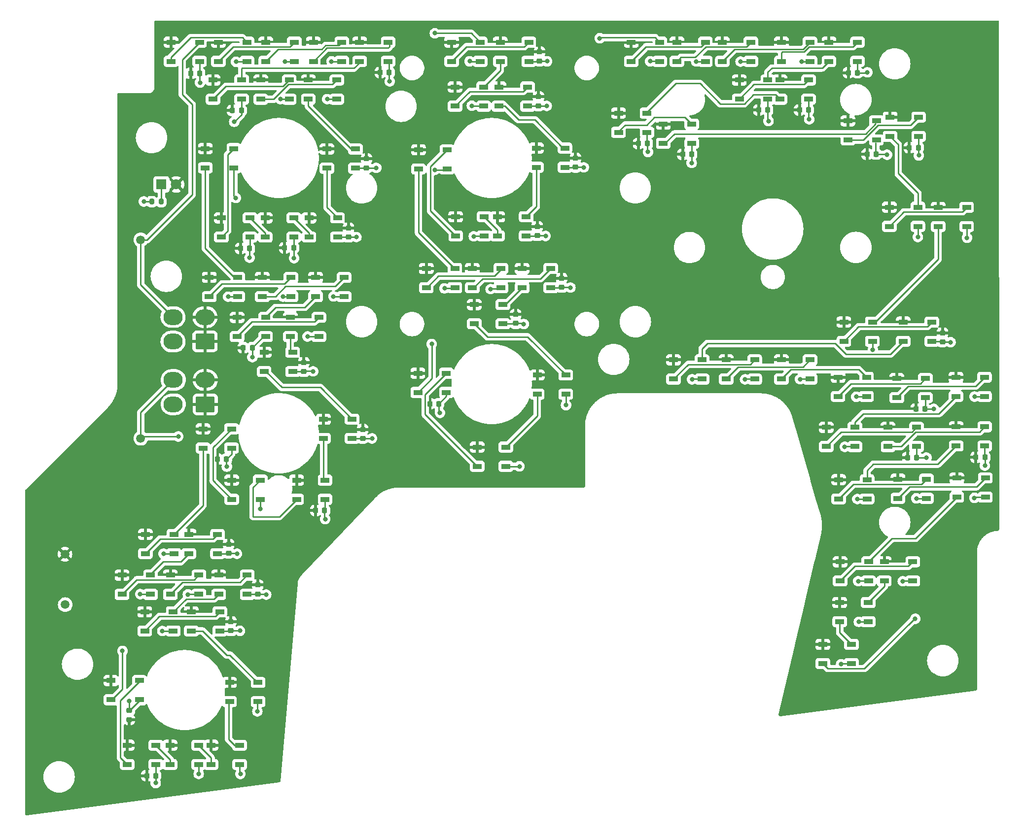
<source format=gbr>
%TF.GenerationSoftware,KiCad,Pcbnew,7.0.1*%
%TF.CreationDate,2023-04-16T02:52:32-08:00*%
%TF.ProjectId,SELECT JETT PANEL,53454c45-4354-4204-9a45-54542050414e,4*%
%TF.SameCoordinates,Original*%
%TF.FileFunction,Copper,L1,Top*%
%TF.FilePolarity,Positive*%
%FSLAX46Y46*%
G04 Gerber Fmt 4.6, Leading zero omitted, Abs format (unit mm)*
G04 Created by KiCad (PCBNEW 7.0.1) date 2023-04-16 02:52:32*
%MOMM*%
%LPD*%
G01*
G04 APERTURE LIST*
G04 Aperture macros list*
%AMRoundRect*
0 Rectangle with rounded corners*
0 $1 Rounding radius*
0 $2 $3 $4 $5 $6 $7 $8 $9 X,Y pos of 4 corners*
0 Add a 4 corners polygon primitive as box body*
4,1,4,$2,$3,$4,$5,$6,$7,$8,$9,$2,$3,0*
0 Add four circle primitives for the rounded corners*
1,1,$1+$1,$2,$3*
1,1,$1+$1,$4,$5*
1,1,$1+$1,$6,$7*
1,1,$1+$1,$8,$9*
0 Add four rect primitives between the rounded corners*
20,1,$1+$1,$2,$3,$4,$5,0*
20,1,$1+$1,$4,$5,$6,$7,0*
20,1,$1+$1,$6,$7,$8,$9,0*
20,1,$1+$1,$8,$9,$2,$3,0*%
G04 Aperture macros list end*
%TA.AperFunction,SMDPad,CuDef*%
%ADD10R,1.500000X0.900000*%
%TD*%
%TA.AperFunction,SMDPad,CuDef*%
%ADD11RoundRect,0.225000X-0.225000X-0.250000X0.225000X-0.250000X0.225000X0.250000X-0.225000X0.250000X0*%
%TD*%
%TA.AperFunction,SMDPad,CuDef*%
%ADD12RoundRect,0.225000X-0.250000X0.225000X-0.250000X-0.225000X0.250000X-0.225000X0.250000X0.225000X0*%
%TD*%
%TA.AperFunction,SMDPad,CuDef*%
%ADD13RoundRect,0.225000X0.250000X-0.225000X0.250000X0.225000X-0.250000X0.225000X-0.250000X-0.225000X0*%
%TD*%
%TA.AperFunction,SMDPad,CuDef*%
%ADD14RoundRect,0.200000X-0.200000X-0.275000X0.200000X-0.275000X0.200000X0.275000X-0.200000X0.275000X0*%
%TD*%
%TA.AperFunction,ComponentPad*%
%ADD15C,1.500000*%
%TD*%
%TA.AperFunction,ComponentPad*%
%ADD16R,1.800000X1.800000*%
%TD*%
%TA.AperFunction,ComponentPad*%
%ADD17C,1.800000*%
%TD*%
%TA.AperFunction,ComponentPad*%
%ADD18RoundRect,0.250001X1.399999X-1.099999X1.399999X1.099999X-1.399999X1.099999X-1.399999X-1.099999X0*%
%TD*%
%TA.AperFunction,ComponentPad*%
%ADD19O,3.300000X2.700000*%
%TD*%
%TA.AperFunction,ViaPad*%
%ADD20C,1.500000*%
%TD*%
%TA.AperFunction,ViaPad*%
%ADD21C,0.800000*%
%TD*%
%TA.AperFunction,Conductor*%
%ADD22C,0.250000*%
%TD*%
G04 APERTURE END LIST*
D10*
%TO.P,D41,1,VDD*%
%TO.N,+5V*%
X153350000Y-51750000D03*
%TO.P,D41,2,DOUT*%
%TO.N,Net-(D41-DOUT)*%
X153350000Y-55050000D03*
%TO.P,D41,3,VSS*%
%TO.N,GND*%
X158250000Y-55050000D03*
%TO.P,D41,4,DIN*%
%TO.N,Net-(D40-DOUT)*%
X158250000Y-51750000D03*
%TD*%
D11*
%TO.P,C2,1*%
%TO.N,+5V*%
X93995000Y-38910000D03*
%TO.P,C2,2*%
%TO.N,GND*%
X95545000Y-38910000D03*
%TD*%
%TO.P,C4,1*%
%TO.N,+5V*%
X101145000Y-45270000D03*
%TO.P,C4,2*%
%TO.N,GND*%
X102695000Y-45270000D03*
%TD*%
%TO.P,C3,2*%
%TO.N,GND*%
X128085000Y-38760000D03*
%TO.P,C3,1*%
%TO.N,+5V*%
X126535000Y-38760000D03*
%TD*%
D12*
%TO.P,C5,1*%
%TO.N,+5V*%
X124190000Y-53597500D03*
%TO.P,C5,2*%
%TO.N,GND*%
X124190000Y-55147500D03*
%TD*%
%TO.P,C6,1*%
%TO.N,+5V*%
X121080000Y-65495000D03*
%TO.P,C6,2*%
%TO.N,GND*%
X121080000Y-67045000D03*
%TD*%
D11*
%TO.P,C7,1*%
%TO.N,+5V*%
X110137000Y-68900000D03*
%TO.P,C7,2*%
%TO.N,GND*%
X111687000Y-68900000D03*
%TD*%
%TO.P,C8,1*%
%TO.N,+5V*%
X102537000Y-69000000D03*
%TO.P,C8,2*%
%TO.N,GND*%
X104087000Y-69000000D03*
%TD*%
%TO.P,C13,1*%
%TO.N,+5V*%
X98585000Y-105210000D03*
%TO.P,C13,2*%
%TO.N,GND*%
X100135000Y-105210000D03*
%TD*%
D12*
%TO.P,C10,1*%
%TO.N,+5V*%
X113410000Y-88605000D03*
%TO.P,C10,2*%
%TO.N,GND*%
X113410000Y-90155000D03*
%TD*%
D11*
%TO.P,C9,1*%
%TO.N,+5V*%
X103015000Y-86070000D03*
%TO.P,C9,2*%
%TO.N,GND*%
X104565000Y-86070000D03*
%TD*%
D12*
%TO.P,C11,1*%
%TO.N,+5V*%
X123530000Y-100095000D03*
%TO.P,C11,2*%
%TO.N,GND*%
X123530000Y-101645000D03*
%TD*%
D11*
%TO.P,C12,1*%
%TO.N,+5V*%
X115445000Y-114030000D03*
%TO.P,C12,2*%
%TO.N,GND*%
X116995000Y-114030000D03*
%TD*%
D12*
%TO.P,C14,1*%
%TO.N,+5V*%
X100500000Y-119837000D03*
%TO.P,C14,2*%
%TO.N,GND*%
X100500000Y-121387000D03*
%TD*%
%TO.P,C15,1*%
%TO.N,+5V*%
X105500000Y-126837000D03*
%TO.P,C15,2*%
%TO.N,GND*%
X105500000Y-128387000D03*
%TD*%
%TO.P,C16,1*%
%TO.N,+5V*%
X100900000Y-133137000D03*
%TO.P,C16,2*%
%TO.N,GND*%
X100900000Y-134687000D03*
%TD*%
D13*
%TO.P,C18,1*%
%TO.N,+5V*%
X83440000Y-149985000D03*
%TO.P,C18,2*%
%TO.N,GND*%
X83440000Y-148435000D03*
%TD*%
D11*
%TO.P,C17,1*%
%TO.N,+5V*%
X86435000Y-159620000D03*
%TO.P,C17,2*%
%TO.N,GND*%
X87985000Y-159620000D03*
%TD*%
D12*
%TO.P,C24,1*%
%TO.N,+5V*%
X149800000Y-80337500D03*
%TO.P,C24,2*%
%TO.N,GND*%
X149800000Y-81887500D03*
%TD*%
D11*
%TO.P,C25,1*%
%TO.N,+5V*%
X135035000Y-95700000D03*
%TO.P,C25,2*%
%TO.N,GND*%
X136585000Y-95700000D03*
%TD*%
D12*
%TO.P,C23,2*%
%TO.N,GND*%
X157700000Y-75687500D03*
%TO.P,C23,1*%
%TO.N,+5V*%
X157700000Y-74137500D03*
%TD*%
%TO.P,C21,1*%
%TO.N,+5V*%
X160070000Y-53485000D03*
%TO.P,C21,2*%
%TO.N,GND*%
X160070000Y-55035000D03*
%TD*%
%TO.P,C22,1*%
%TO.N,+5V*%
X153500000Y-65237500D03*
%TO.P,C22,2*%
%TO.N,GND*%
X153500000Y-66787500D03*
%TD*%
%TO.P,C20,1*%
%TO.N,+5V*%
X153700000Y-42937500D03*
%TO.P,C20,2*%
%TO.N,GND*%
X153700000Y-44487500D03*
%TD*%
%TO.P,C19,1*%
%TO.N,+5V*%
X153900000Y-35237500D03*
%TO.P,C19,2*%
%TO.N,GND*%
X153900000Y-36787500D03*
%TD*%
D11*
%TO.P,C30,1*%
%TO.N,+5V*%
X178485000Y-52820000D03*
%TO.P,C30,2*%
%TO.N,GND*%
X180035000Y-52820000D03*
%TD*%
%TO.P,C29,1*%
%TO.N,+5V*%
X170875000Y-50970000D03*
%TO.P,C29,2*%
%TO.N,GND*%
X172425000Y-50970000D03*
%TD*%
%TO.P,C26,1*%
%TO.N,+5V*%
X206937000Y-38800000D03*
%TO.P,C26,2*%
%TO.N,GND*%
X208487000Y-38800000D03*
%TD*%
%TO.P,C28,1*%
%TO.N,+5V*%
X198537000Y-45200000D03*
%TO.P,C28,2*%
%TO.N,GND*%
X200087000Y-45200000D03*
%TD*%
%TO.P,C27,1*%
%TO.N,+5V*%
X191537000Y-45200000D03*
%TO.P,C27,2*%
%TO.N,GND*%
X193087000Y-45200000D03*
%TD*%
%TO.P,C31,1*%
%TO.N,+5V*%
X210137000Y-52800000D03*
%TO.P,C31,2*%
%TO.N,GND*%
X211687000Y-52800000D03*
%TD*%
%TO.P,C32,1*%
%TO.N,+5V*%
X217405000Y-51680000D03*
%TO.P,C32,2*%
%TO.N,GND*%
X218955000Y-51680000D03*
%TD*%
D12*
%TO.P,C33,1*%
%TO.N,+5V*%
X223100000Y-83515000D03*
%TO.P,C33,2*%
%TO.N,GND*%
X223100000Y-85065000D03*
%TD*%
D11*
%TO.P,C34,1*%
%TO.N,+5V*%
X218537000Y-96600000D03*
%TO.P,C34,2*%
%TO.N,GND*%
X220087000Y-96600000D03*
%TD*%
%TO.P,C35,1*%
%TO.N,+5V*%
X217105000Y-104940000D03*
%TO.P,C35,2*%
%TO.N,GND*%
X218655000Y-104940000D03*
%TD*%
%TO.P,C36,1*%
%TO.N,+5V*%
X228837000Y-104900000D03*
%TO.P,C36,2*%
%TO.N,GND*%
X230387000Y-104900000D03*
%TD*%
D10*
%TO.P,D2,1,VDD*%
%TO.N,+5V*%
X90600000Y-33550000D03*
%TO.P,D2,2,DOUT*%
%TO.N,Net-(D2-DOUT)*%
X90600000Y-36850000D03*
%TO.P,D2,3,VSS*%
%TO.N,GND*%
X95500000Y-36850000D03*
%TO.P,D2,4,DIN*%
%TO.N,DATA IN*%
X95500000Y-33550000D03*
%TD*%
%TO.P,D3,1,VDD*%
%TO.N,+5V*%
X98750000Y-33550000D03*
%TO.P,D3,2,DOUT*%
%TO.N,Net-(D3-DOUT)*%
X98750000Y-36850000D03*
%TO.P,D3,3,VSS*%
%TO.N,GND*%
X103650000Y-36850000D03*
%TO.P,D3,4,DIN*%
%TO.N,Net-(D2-DOUT)*%
X103650000Y-33550000D03*
%TD*%
%TO.P,D4,1,VDD*%
%TO.N,+5V*%
X106900000Y-33550000D03*
%TO.P,D4,2,DOUT*%
%TO.N,Net-(D4-DOUT)*%
X106900000Y-36850000D03*
%TO.P,D4,3,VSS*%
%TO.N,GND*%
X111800000Y-36850000D03*
%TO.P,D4,4,DIN*%
%TO.N,Net-(D3-DOUT)*%
X111800000Y-33550000D03*
%TD*%
%TO.P,D5,1,VDD*%
%TO.N,+5V*%
X115050000Y-33550000D03*
%TO.P,D5,2,DOUT*%
%TO.N,Net-(D5-DOUT)*%
X115050000Y-36850000D03*
%TO.P,D5,3,VSS*%
%TO.N,GND*%
X119950000Y-36850000D03*
%TO.P,D5,4,DIN*%
%TO.N,Net-(D4-DOUT)*%
X119950000Y-33550000D03*
%TD*%
%TO.P,D6,4,DIN*%
%TO.N,Net-(D5-DOUT)*%
X127900000Y-33550000D03*
%TO.P,D6,3,VSS*%
%TO.N,GND*%
X127900000Y-36850000D03*
%TO.P,D6,2,DOUT*%
%TO.N,Net-(D6-DOUT)*%
X123000000Y-36850000D03*
%TO.P,D6,1,VDD*%
%TO.N,+5V*%
X123000000Y-33550000D03*
%TD*%
%TO.P,D7,1,VDD*%
%TO.N,+5V*%
X97840000Y-40050000D03*
%TO.P,D7,2,DOUT*%
%TO.N,Net-(D7-DOUT)*%
X97840000Y-43350000D03*
%TO.P,D7,3,VSS*%
%TO.N,GND*%
X102740000Y-43350000D03*
%TO.P,D7,4,DIN*%
%TO.N,Net-(D6-DOUT)*%
X102740000Y-40050000D03*
%TD*%
%TO.P,D8,1,VDD*%
%TO.N,+5V*%
X106015000Y-40050000D03*
%TO.P,D8,2,DOUT*%
%TO.N,Net-(D8-DOUT)*%
X106015000Y-43350000D03*
%TO.P,D8,3,VSS*%
%TO.N,GND*%
X110915000Y-43350000D03*
%TO.P,D8,4,DIN*%
%TO.N,Net-(D7-DOUT)*%
X110915000Y-40050000D03*
%TD*%
%TO.P,D9,1,VDD*%
%TO.N,+5V*%
X114190000Y-40050000D03*
%TO.P,D9,2,DOUT*%
%TO.N,Net-(D10-DIN)*%
X114190000Y-43350000D03*
%TO.P,D9,3,VSS*%
%TO.N,GND*%
X119090000Y-43350000D03*
%TO.P,D9,4,DIN*%
%TO.N,Net-(D8-DOUT)*%
X119090000Y-40050000D03*
%TD*%
%TO.P,D10,1,VDD*%
%TO.N,+5V*%
X117390000Y-51910000D03*
%TO.P,D10,2,DOUT*%
%TO.N,Net-(D10-DOUT)*%
X117390000Y-55210000D03*
%TO.P,D10,3,VSS*%
%TO.N,GND*%
X122290000Y-55210000D03*
%TO.P,D10,4,DIN*%
%TO.N,Net-(D10-DIN)*%
X122290000Y-51910000D03*
%TD*%
%TO.P,D11,1,VDD*%
%TO.N,+5V*%
X114300000Y-63750000D03*
%TO.P,D11,2,DOUT*%
%TO.N,Net-(D11-DOUT)*%
X114300000Y-67050000D03*
%TO.P,D11,3,VSS*%
%TO.N,GND*%
X119200000Y-67050000D03*
%TO.P,D11,4,DIN*%
%TO.N,Net-(D10-DOUT)*%
X119200000Y-63750000D03*
%TD*%
%TO.P,D12,1,VDD*%
%TO.N,+5V*%
X106775000Y-63750000D03*
%TO.P,D12,2,DOUT*%
%TO.N,Net-(D12-DOUT)*%
X106775000Y-67050000D03*
%TO.P,D12,3,VSS*%
%TO.N,GND*%
X111675000Y-67050000D03*
%TO.P,D12,4,DIN*%
%TO.N,Net-(D11-DOUT)*%
X111675000Y-63750000D03*
%TD*%
%TO.P,D13,1,VDD*%
%TO.N,+5V*%
X99250000Y-63750000D03*
%TO.P,D13,2,DOUT*%
%TO.N,Net-(D13-DOUT)*%
X99250000Y-67050000D03*
%TO.P,D13,3,VSS*%
%TO.N,GND*%
X104150000Y-67050000D03*
%TO.P,D13,4,DIN*%
%TO.N,Net-(D12-DOUT)*%
X104150000Y-63750000D03*
%TD*%
%TO.P,D14,1,VDD*%
%TO.N,+5V*%
X96500000Y-51850000D03*
%TO.P,D14,2,DOUT*%
%TO.N,/DATA1*%
X96500000Y-55150000D03*
%TO.P,D14,3,VSS*%
%TO.N,GND*%
X101400000Y-55150000D03*
%TO.P,D14,4,DIN*%
%TO.N,Net-(D13-DOUT)*%
X101400000Y-51850000D03*
%TD*%
%TO.P,D15,1,VDD*%
%TO.N,+5V*%
X97175000Y-73980000D03*
%TO.P,D15,2,DOUT*%
%TO.N,Net-(D15-DOUT)*%
X97175000Y-77280000D03*
%TO.P,D15,3,VSS*%
%TO.N,GND*%
X102075000Y-77280000D03*
%TO.P,D15,4,DIN*%
%TO.N,/DATA1*%
X102075000Y-73980000D03*
%TD*%
%TO.P,D16,1,VDD*%
%TO.N,+5V*%
X106300000Y-73980000D03*
%TO.P,D16,2,DOUT*%
%TO.N,Net-(D16-DOUT)*%
X106300000Y-77280000D03*
%TO.P,D16,3,VSS*%
%TO.N,GND*%
X111200000Y-77280000D03*
%TO.P,D16,4,DIN*%
%TO.N,Net-(D15-DOUT)*%
X111200000Y-73980000D03*
%TD*%
%TO.P,D17,1,VDD*%
%TO.N,+5V*%
X115425000Y-73980000D03*
%TO.P,D17,2,DOUT*%
%TO.N,Net-(D17-DOUT)*%
X115425000Y-77280000D03*
%TO.P,D17,3,VSS*%
%TO.N,GND*%
X120325000Y-77280000D03*
%TO.P,D17,4,DIN*%
%TO.N,Net-(D16-DOUT)*%
X120325000Y-73980000D03*
%TD*%
%TO.P,D18,1,VDD*%
%TO.N,+5V*%
X101950000Y-80850000D03*
%TO.P,D18,2,DOUT*%
%TO.N,Net-(D18-DOUT)*%
X101950000Y-84150000D03*
%TO.P,D18,3,VSS*%
%TO.N,GND*%
X106850000Y-84150000D03*
%TO.P,D18,4,DIN*%
%TO.N,Net-(D17-DOUT)*%
X106850000Y-80850000D03*
%TD*%
%TO.P,D19,1,VDD*%
%TO.N,+5V*%
X111100000Y-80850000D03*
%TO.P,D19,2,DOUT*%
%TO.N,Net-(D19-DOUT)*%
X111100000Y-84150000D03*
%TO.P,D19,3,VSS*%
%TO.N,GND*%
X116000000Y-84150000D03*
%TO.P,D19,4,DIN*%
%TO.N,Net-(D18-DOUT)*%
X116000000Y-80850000D03*
%TD*%
%TO.P,D20,1,VDD*%
%TO.N,+5V*%
X106600000Y-86850000D03*
%TO.P,D20,2,DOUT*%
%TO.N,Net-(D20-DOUT)*%
X106600000Y-90150000D03*
%TO.P,D20,3,VSS*%
%TO.N,GND*%
X111500000Y-90150000D03*
%TO.P,D20,4,DIN*%
%TO.N,Net-(D19-DOUT)*%
X111500000Y-86850000D03*
%TD*%
%TO.P,D21,1,VDD*%
%TO.N,+5V*%
X116800000Y-98350000D03*
%TO.P,D21,2,DOUT*%
%TO.N,Net-(D21-DOUT)*%
X116800000Y-101650000D03*
%TO.P,D21,3,VSS*%
%TO.N,GND*%
X121700000Y-101650000D03*
%TO.P,D21,4,DIN*%
%TO.N,Net-(D20-DOUT)*%
X121700000Y-98350000D03*
%TD*%
%TO.P,D22,1,VDD*%
%TO.N,+5V*%
X112170000Y-108820000D03*
%TO.P,D22,2,DOUT*%
%TO.N,Net-(D22-DOUT)*%
X112170000Y-112120000D03*
%TO.P,D22,3,VSS*%
%TO.N,GND*%
X117070000Y-112120000D03*
%TO.P,D22,4,DIN*%
%TO.N,Net-(D21-DOUT)*%
X117070000Y-108820000D03*
%TD*%
%TO.P,D23,1,VDD*%
%TO.N,+5V*%
X101040000Y-108820000D03*
%TO.P,D23,2,DOUT*%
%TO.N,Net-(D23-DOUT)*%
X101040000Y-112120000D03*
%TO.P,D23,3,VSS*%
%TO.N,GND*%
X105940000Y-112120000D03*
%TO.P,D23,4,DIN*%
%TO.N,Net-(D22-DOUT)*%
X105940000Y-108820000D03*
%TD*%
%TO.P,D24,1,VDD*%
%TO.N,+5V*%
X96100000Y-100010000D03*
%TO.P,D24,2,DOUT*%
%TO.N,/DATA2*%
X96100000Y-103310000D03*
%TO.P,D24,3,VSS*%
%TO.N,GND*%
X101000000Y-103310000D03*
%TO.P,D24,4,DIN*%
%TO.N,Net-(D23-DOUT)*%
X101000000Y-100010000D03*
%TD*%
%TO.P,D25,1,VDD*%
%TO.N,+5V*%
X86200000Y-118150000D03*
%TO.P,D25,2,DOUT*%
%TO.N,Net-(D25-DOUT)*%
X86200000Y-121450000D03*
%TO.P,D25,3,VSS*%
%TO.N,GND*%
X91100000Y-121450000D03*
%TO.P,D25,4,DIN*%
%TO.N,/DATA2*%
X91100000Y-118150000D03*
%TD*%
%TO.P,D26,1,VDD*%
%TO.N,+5V*%
X93700000Y-118150000D03*
%TO.P,D26,2,DOUT*%
%TO.N,Net-(D26-DOUT)*%
X93700000Y-121450000D03*
%TO.P,D26,3,VSS*%
%TO.N,GND*%
X98600000Y-121450000D03*
%TO.P,D26,4,DIN*%
%TO.N,Net-(D25-DOUT)*%
X98600000Y-118150000D03*
%TD*%
%TO.P,D27,1,VDD*%
%TO.N,+5V*%
X82200000Y-125150000D03*
%TO.P,D27,2,DOUT*%
%TO.N,Net-(D27-DOUT)*%
X82200000Y-128450000D03*
%TO.P,D27,3,VSS*%
%TO.N,GND*%
X87100000Y-128450000D03*
%TO.P,D27,4,DIN*%
%TO.N,Net-(D26-DOUT)*%
X87100000Y-125150000D03*
%TD*%
%TO.P,D28,1,VDD*%
%TO.N,+5V*%
X90500000Y-125150000D03*
%TO.P,D28,2,DOUT*%
%TO.N,Net-(D28-DOUT)*%
X90500000Y-128450000D03*
%TO.P,D28,3,VSS*%
%TO.N,GND*%
X95400000Y-128450000D03*
%TO.P,D28,4,DIN*%
%TO.N,Net-(D27-DOUT)*%
X95400000Y-125150000D03*
%TD*%
%TO.P,D29,1,VDD*%
%TO.N,+5V*%
X98800000Y-125150000D03*
%TO.P,D29,2,DOUT*%
%TO.N,Net-(D29-DOUT)*%
X98800000Y-128450000D03*
%TO.P,D29,3,VSS*%
%TO.N,GND*%
X103700000Y-128450000D03*
%TO.P,D29,4,DIN*%
%TO.N,Net-(D28-DOUT)*%
X103700000Y-125150000D03*
%TD*%
%TO.P,D30,1,VDD*%
%TO.N,+5V*%
X86100000Y-131450000D03*
%TO.P,D30,2,DOUT*%
%TO.N,Net-(D30-DOUT)*%
X86100000Y-134750000D03*
%TO.P,D30,3,VSS*%
%TO.N,GND*%
X91000000Y-134750000D03*
%TO.P,D30,4,DIN*%
%TO.N,Net-(D29-DOUT)*%
X91000000Y-131450000D03*
%TD*%
%TO.P,D31,1,VDD*%
%TO.N,+5V*%
X94100000Y-131450000D03*
%TO.P,D31,2,DOUT*%
%TO.N,Net-(D31-DOUT)*%
X94100000Y-134750000D03*
%TO.P,D31,3,VSS*%
%TO.N,GND*%
X99000000Y-134750000D03*
%TO.P,D31,4,DIN*%
%TO.N,Net-(D30-DOUT)*%
X99000000Y-131450000D03*
%TD*%
%TO.P,D32,1,VDD*%
%TO.N,+5V*%
X100660000Y-143580000D03*
%TO.P,D32,2,DOUT*%
%TO.N,Net-(D32-DOUT)*%
X100660000Y-146880000D03*
%TO.P,D32,3,VSS*%
%TO.N,GND*%
X105560000Y-146880000D03*
%TO.P,D32,4,DIN*%
%TO.N,Net-(D31-DOUT)*%
X105560000Y-143580000D03*
%TD*%
%TO.P,D33,1,VDD*%
%TO.N,+5V*%
X97500000Y-154390000D03*
%TO.P,D33,2,DOUT*%
%TO.N,Net-(D33-DOUT)*%
X97500000Y-157690000D03*
%TO.P,D33,3,VSS*%
%TO.N,GND*%
X102400000Y-157690000D03*
%TO.P,D33,4,DIN*%
%TO.N,Net-(D32-DOUT)*%
X102400000Y-154390000D03*
%TD*%
%TO.P,D34,1,VDD*%
%TO.N,+5V*%
X90450000Y-154390000D03*
%TO.P,D34,2,DOUT*%
%TO.N,Net-(D34-DOUT)*%
X90450000Y-157690000D03*
%TO.P,D34,3,VSS*%
%TO.N,GND*%
X95350000Y-157690000D03*
%TO.P,D34,4,DIN*%
%TO.N,Net-(D33-DOUT)*%
X95350000Y-154390000D03*
%TD*%
%TO.P,D35,1,VDD*%
%TO.N,+5V*%
X83100000Y-154390000D03*
%TO.P,D35,2,DOUT*%
%TO.N,Net-(D35-DOUT)*%
X83100000Y-157690000D03*
%TO.P,D35,3,VSS*%
%TO.N,GND*%
X88000000Y-157690000D03*
%TO.P,D35,4,DIN*%
%TO.N,Net-(D34-DOUT)*%
X88000000Y-154390000D03*
%TD*%
%TO.P,D36,1,VDD*%
%TO.N,+5V*%
X80280000Y-143270000D03*
%TO.P,D36,2,DOUT*%
%TO.N,/DATA3*%
X80280000Y-146570000D03*
%TO.P,D36,3,VSS*%
%TO.N,GND*%
X85180000Y-146570000D03*
%TO.P,D36,4,DIN*%
%TO.N,Net-(D35-DOUT)*%
X85180000Y-143270000D03*
%TD*%
%TO.P,D37,1,VDD*%
%TO.N,+5V*%
X138800000Y-33550000D03*
%TO.P,D37,2,DOUT*%
%TO.N,Net-(D37-DOUT)*%
X138800000Y-36850000D03*
%TO.P,D37,3,VSS*%
%TO.N,GND*%
X143700000Y-36850000D03*
%TO.P,D37,4,DIN*%
%TO.N,/DATA3*%
X143700000Y-33550000D03*
%TD*%
%TO.P,D38,1,VDD*%
%TO.N,+5V*%
X147150000Y-33550000D03*
%TO.P,D38,2,DOUT*%
%TO.N,Net-(D38-DOUT)*%
X147150000Y-36850000D03*
%TO.P,D38,3,VSS*%
%TO.N,GND*%
X152050000Y-36850000D03*
%TO.P,D38,4,DIN*%
%TO.N,Net-(D37-DOUT)*%
X152050000Y-33550000D03*
%TD*%
%TO.P,D39,1,VDD*%
%TO.N,+5V*%
X139400000Y-41250000D03*
%TO.P,D39,2,DOUT*%
%TO.N,Net-(D39-DOUT)*%
X139400000Y-44550000D03*
%TO.P,D39,3,VSS*%
%TO.N,GND*%
X144300000Y-44550000D03*
%TO.P,D39,4,DIN*%
%TO.N,Net-(D38-DOUT)*%
X144300000Y-41250000D03*
%TD*%
%TO.P,D40,1,VDD*%
%TO.N,+5V*%
X146950000Y-41250000D03*
%TO.P,D40,2,DOUT*%
%TO.N,Net-(D40-DOUT)*%
X146950000Y-44550000D03*
%TO.P,D40,3,VSS*%
%TO.N,GND*%
X151850000Y-44550000D03*
%TO.P,D40,4,DIN*%
%TO.N,Net-(D39-DOUT)*%
X151850000Y-41250000D03*
%TD*%
%TO.P,D42,1,VDD*%
%TO.N,+5V*%
X146700000Y-63550000D03*
%TO.P,D42,2,DOUT*%
%TO.N,Net-(D42-DOUT)*%
X146700000Y-66850000D03*
%TO.P,D42,3,VSS*%
%TO.N,GND*%
X151600000Y-66850000D03*
%TO.P,D42,4,DIN*%
%TO.N,Net-(D41-DOUT)*%
X151600000Y-63550000D03*
%TD*%
%TO.P,D43,1,VDD*%
%TO.N,+5V*%
X139500000Y-63550000D03*
%TO.P,D43,2,DOUT*%
%TO.N,Net-(D43-DOUT)*%
X139500000Y-66850000D03*
%TO.P,D43,3,VSS*%
%TO.N,GND*%
X144400000Y-66850000D03*
%TO.P,D43,4,DIN*%
%TO.N,Net-(D42-DOUT)*%
X144400000Y-63550000D03*
%TD*%
%TO.P,D44,1,VDD*%
%TO.N,+5V*%
X133100000Y-52050000D03*
%TO.P,D44,2,DOUT*%
%TO.N,/DATA4*%
X133100000Y-55350000D03*
%TO.P,D44,3,VSS*%
%TO.N,GND*%
X138000000Y-55350000D03*
%TO.P,D44,4,DIN*%
%TO.N,Net-(D43-DOUT)*%
X138000000Y-52050000D03*
%TD*%
%TO.P,D45,4,DIN*%
%TO.N,/DATA4*%
X139350000Y-72450000D03*
%TO.P,D45,3,VSS*%
%TO.N,GND*%
X139350000Y-75750000D03*
%TO.P,D45,2,DOUT*%
%TO.N,Net-(D45-DOUT)*%
X134450000Y-75750000D03*
%TO.P,D45,1,VDD*%
%TO.N,+5V*%
X134450000Y-72450000D03*
%TD*%
%TO.P,D46,4,DIN*%
%TO.N,Net-(D45-DOUT)*%
X147250000Y-72450000D03*
%TO.P,D46,3,VSS*%
%TO.N,GND*%
X147250000Y-75750000D03*
%TO.P,D46,2,DOUT*%
%TO.N,Net-(D46-DOUT)*%
X142350000Y-75750000D03*
%TO.P,D46,1,VDD*%
%TO.N,+5V*%
X142350000Y-72450000D03*
%TD*%
%TO.P,D47,4,DIN*%
%TO.N,Net-(D46-DOUT)*%
X155800000Y-72450000D03*
%TO.P,D47,3,VSS*%
%TO.N,GND*%
X155800000Y-75750000D03*
%TO.P,D47,2,DOUT*%
%TO.N,Net-(D47-DOUT)*%
X150900000Y-75750000D03*
%TO.P,D47,1,VDD*%
%TO.N,+5V*%
X150900000Y-72450000D03*
%TD*%
%TO.P,D48,1,VDD*%
%TO.N,+5V*%
X142700000Y-78650000D03*
%TO.P,D48,2,DOUT*%
%TO.N,Net-(D48-DOUT)*%
X142700000Y-81950000D03*
%TO.P,D48,3,VSS*%
%TO.N,GND*%
X147600000Y-81950000D03*
%TO.P,D48,4,DIN*%
%TO.N,Net-(D47-DOUT)*%
X147600000Y-78650000D03*
%TD*%
%TO.P,D49,1,VDD*%
%TO.N,+5V*%
X153500000Y-90750000D03*
%TO.P,D49,2,DOUT*%
%TO.N,Net-(D49-DOUT)*%
X153500000Y-94050000D03*
%TO.P,D49,3,VSS*%
%TO.N,GND*%
X158400000Y-94050000D03*
%TO.P,D49,4,DIN*%
%TO.N,Net-(D48-DOUT)*%
X158400000Y-90750000D03*
%TD*%
%TO.P,D50,1,VDD*%
%TO.N,+5V*%
X143200000Y-103150000D03*
%TO.P,D50,2,DOUT*%
%TO.N,Net-(D50-DOUT)*%
X143200000Y-106450000D03*
%TO.P,D50,3,VSS*%
%TO.N,GND*%
X148100000Y-106450000D03*
%TO.P,D50,4,DIN*%
%TO.N,Net-(D49-DOUT)*%
X148100000Y-103150000D03*
%TD*%
%TO.P,D51,1,VDD*%
%TO.N,+5V*%
X133000000Y-90450000D03*
%TO.P,D51,2,DOUT*%
%TO.N,/DATA5*%
X133000000Y-93750000D03*
%TO.P,D51,3,VSS*%
%TO.N,GND*%
X137900000Y-93750000D03*
%TO.P,D51,4,DIN*%
%TO.N,Net-(D50-DOUT)*%
X137900000Y-90450000D03*
%TD*%
%TO.P,D52,1,VDD*%
%TO.N,+5V*%
X169650000Y-33550000D03*
%TO.P,D52,2,DOUT*%
%TO.N,Net-(D52-DOUT)*%
X169650000Y-36850000D03*
%TO.P,D52,3,VSS*%
%TO.N,GND*%
X174550000Y-36850000D03*
%TO.P,D52,4,DIN*%
%TO.N,/DATA5*%
X174550000Y-33550000D03*
%TD*%
%TO.P,D53,1,VDD*%
%TO.N,+5V*%
X177475000Y-33550000D03*
%TO.P,D53,2,DOUT*%
%TO.N,Net-(D53-DOUT)*%
X177475000Y-36850000D03*
%TO.P,D53,3,VSS*%
%TO.N,GND*%
X182375000Y-36850000D03*
%TO.P,D53,4,DIN*%
%TO.N,Net-(D52-DOUT)*%
X182375000Y-33550000D03*
%TD*%
%TO.P,D54,1,VDD*%
%TO.N,+5V*%
X185300000Y-33550000D03*
%TO.P,D54,2,DOUT*%
%TO.N,Net-(D54-DOUT)*%
X185300000Y-36850000D03*
%TO.P,D54,3,VSS*%
%TO.N,GND*%
X190200000Y-36850000D03*
%TO.P,D54,4,DIN*%
%TO.N,Net-(D53-DOUT)*%
X190200000Y-33550000D03*
%TD*%
%TO.P,D55,1,VDD*%
%TO.N,+5V*%
X195450000Y-33550000D03*
%TO.P,D55,2,DOUT*%
%TO.N,Net-(D55-DOUT)*%
X195450000Y-36850000D03*
%TO.P,D55,3,VSS*%
%TO.N,GND*%
X200350000Y-36850000D03*
%TO.P,D55,4,DIN*%
%TO.N,Net-(D54-DOUT)*%
X200350000Y-33550000D03*
%TD*%
%TO.P,D56,1,VDD*%
%TO.N,+5V*%
X203600000Y-33550000D03*
%TO.P,D56,2,DOUT*%
%TO.N,Net-(D56-DOUT)*%
X203600000Y-36850000D03*
%TO.P,D56,3,VSS*%
%TO.N,GND*%
X208500000Y-36850000D03*
%TO.P,D56,4,DIN*%
%TO.N,Net-(D55-DOUT)*%
X208500000Y-33550000D03*
%TD*%
%TO.P,D57,1,VDD*%
%TO.N,+5V*%
X188200000Y-40050000D03*
%TO.P,D57,2,DOUT*%
%TO.N,Net-(D57-DOUT)*%
X188200000Y-43350000D03*
%TO.P,D57,3,VSS*%
%TO.N,GND*%
X193100000Y-43350000D03*
%TO.P,D57,4,DIN*%
%TO.N,Net-(D56-DOUT)*%
X193100000Y-40050000D03*
%TD*%
%TO.P,D58,1,VDD*%
%TO.N,+5V*%
X195200000Y-40050000D03*
%TO.P,D58,2,DOUT*%
%TO.N,Net-(D58-DOUT)*%
X195200000Y-43350000D03*
%TO.P,D58,3,VSS*%
%TO.N,GND*%
X200100000Y-43350000D03*
%TO.P,D58,4,DIN*%
%TO.N,Net-(D57-DOUT)*%
X200100000Y-40050000D03*
%TD*%
%TO.P,D59,1,VDD*%
%TO.N,+5V*%
X167460000Y-45740000D03*
%TO.P,D59,2,DOUT*%
%TO.N,Net-(D59-DOUT)*%
X167460000Y-49040000D03*
%TO.P,D59,3,VSS*%
%TO.N,GND*%
X172360000Y-49040000D03*
%TO.P,D59,4,DIN*%
%TO.N,Net-(D58-DOUT)*%
X172360000Y-45740000D03*
%TD*%
%TO.P,D60,1,VDD*%
%TO.N,+5V*%
X175150000Y-47640000D03*
%TO.P,D60,2,DOUT*%
%TO.N,Net-(D60-DOUT)*%
X175150000Y-50940000D03*
%TO.P,D60,3,VSS*%
%TO.N,GND*%
X180050000Y-50940000D03*
%TO.P,D60,4,DIN*%
%TO.N,Net-(D59-DOUT)*%
X180050000Y-47640000D03*
%TD*%
%TO.P,D61,1,VDD*%
%TO.N,+5V*%
X206840000Y-47070000D03*
%TO.P,D61,2,DOUT*%
%TO.N,Net-(D61-DOUT)*%
X206840000Y-50370000D03*
%TO.P,D61,3,VSS*%
%TO.N,GND*%
X211740000Y-50370000D03*
%TO.P,D61,4,DIN*%
%TO.N,Net-(D60-DOUT)*%
X211740000Y-47070000D03*
%TD*%
%TO.P,D62,1,VDD*%
%TO.N,+5V*%
X214100000Y-46450000D03*
%TO.P,D62,2,DOUT*%
%TO.N,Net-(D62-DOUT)*%
X214100000Y-49750000D03*
%TO.P,D62,3,VSS*%
%TO.N,GND*%
X219000000Y-49750000D03*
%TO.P,D62,4,DIN*%
%TO.N,Net-(D61-DOUT)*%
X219000000Y-46450000D03*
%TD*%
%TO.P,D63,1,VDD*%
%TO.N,+5V*%
X213970000Y-61910000D03*
%TO.P,D63,2,DOUT*%
%TO.N,Net-(D63-DOUT)*%
X213970000Y-65210000D03*
%TO.P,D63,3,VSS*%
%TO.N,GND*%
X218870000Y-65210000D03*
%TO.P,D63,4,DIN*%
%TO.N,Net-(D62-DOUT)*%
X218870000Y-61910000D03*
%TD*%
%TO.P,D64,1,VDD*%
%TO.N,+5V*%
X222350000Y-61940000D03*
%TO.P,D64,2,DOUT*%
%TO.N,Net-(D64-DOUT)*%
X222350000Y-65240000D03*
%TO.P,D64,3,VSS*%
%TO.N,GND*%
X227250000Y-65240000D03*
%TO.P,D64,4,DIN*%
%TO.N,Net-(D63-DOUT)*%
X227250000Y-61940000D03*
%TD*%
%TO.P,D65,1,VDD*%
%TO.N,+5V*%
X206160000Y-81660000D03*
%TO.P,D65,2,DOUT*%
%TO.N,Net-(D65-DOUT)*%
X206160000Y-84960000D03*
%TO.P,D65,3,VSS*%
%TO.N,GND*%
X211060000Y-84960000D03*
%TO.P,D65,4,DIN*%
%TO.N,Net-(D64-DOUT)*%
X211060000Y-81660000D03*
%TD*%
%TO.P,D66,4,DIN*%
%TO.N,Net-(D65-DOUT)*%
X221260000Y-81660000D03*
%TO.P,D66,3,VSS*%
%TO.N,GND*%
X221260000Y-84960000D03*
%TO.P,D66,2,DOUT*%
%TO.N,/DATA6*%
X216360000Y-84960000D03*
%TO.P,D66,1,VDD*%
%TO.N,+5V*%
X216360000Y-81660000D03*
%TD*%
%TO.P,D67,1,VDD*%
%TO.N,+5V*%
X176900000Y-88150000D03*
%TO.P,D67,2,DOUT*%
%TO.N,Net-(D67-DOUT)*%
X176900000Y-91450000D03*
%TO.P,D67,3,VSS*%
%TO.N,GND*%
X181800000Y-91450000D03*
%TO.P,D67,4,DIN*%
%TO.N,/DATA6*%
X181800000Y-88150000D03*
%TD*%
%TO.P,D68,1,VDD*%
%TO.N,+5V*%
X185950000Y-88150000D03*
%TO.P,D68,2,DOUT*%
%TO.N,Net-(D68-DOUT)*%
X185950000Y-91450000D03*
%TO.P,D68,3,VSS*%
%TO.N,GND*%
X190850000Y-91450000D03*
%TO.P,D68,4,DIN*%
%TO.N,Net-(D67-DOUT)*%
X190850000Y-88150000D03*
%TD*%
%TO.P,D69,1,VDD*%
%TO.N,+5V*%
X195450000Y-88150000D03*
%TO.P,D69,2,DOUT*%
%TO.N,Net-(D69-DOUT)*%
X195450000Y-91450000D03*
%TO.P,D69,3,VSS*%
%TO.N,GND*%
X200350000Y-91450000D03*
%TO.P,D69,4,DIN*%
%TO.N,Net-(D68-DOUT)*%
X200350000Y-88150000D03*
%TD*%
%TO.P,D70,1,VDD*%
%TO.N,+5V*%
X205150000Y-91150000D03*
%TO.P,D70,2,DOUT*%
%TO.N,Net-(D70-DOUT)*%
X205150000Y-94450000D03*
%TO.P,D70,3,VSS*%
%TO.N,GND*%
X210050000Y-94450000D03*
%TO.P,D70,4,DIN*%
%TO.N,Net-(D69-DOUT)*%
X210050000Y-91150000D03*
%TD*%
%TO.P,D71,1,VDD*%
%TO.N,+5V*%
X215250000Y-91350000D03*
%TO.P,D71,2,DOUT*%
%TO.N,Net-(D71-DOUT)*%
X215250000Y-94650000D03*
%TO.P,D71,3,VSS*%
%TO.N,GND*%
X220150000Y-94650000D03*
%TO.P,D71,4,DIN*%
%TO.N,Net-(D70-DOUT)*%
X220150000Y-91350000D03*
%TD*%
%TO.P,D72,1,VDD*%
%TO.N,+5V*%
X225400000Y-91150000D03*
%TO.P,D72,2,DOUT*%
%TO.N,Net-(D72-DOUT)*%
X225400000Y-94450000D03*
%TO.P,D72,3,VSS*%
%TO.N,GND*%
X230300000Y-94450000D03*
%TO.P,D72,4,DIN*%
%TO.N,Net-(D71-DOUT)*%
X230300000Y-91150000D03*
%TD*%
%TO.P,D73,1,VDD*%
%TO.N,+5V*%
X203150000Y-99750000D03*
%TO.P,D73,2,DOUT*%
%TO.N,Net-(D73-DOUT)*%
X203150000Y-103050000D03*
%TO.P,D73,3,VSS*%
%TO.N,GND*%
X208050000Y-103050000D03*
%TO.P,D73,4,DIN*%
%TO.N,Net-(D72-DOUT)*%
X208050000Y-99750000D03*
%TD*%
%TO.P,D74,1,VDD*%
%TO.N,+5V*%
X213750000Y-99750000D03*
%TO.P,D74,2,DOUT*%
%TO.N,Net-(D74-DOUT)*%
X213750000Y-103050000D03*
%TO.P,D74,3,VSS*%
%TO.N,GND*%
X218650000Y-103050000D03*
%TO.P,D74,4,DIN*%
%TO.N,Net-(D73-DOUT)*%
X218650000Y-99750000D03*
%TD*%
%TO.P,D75,1,VDD*%
%TO.N,+5V*%
X225450000Y-99650000D03*
%TO.P,D75,2,DOUT*%
%TO.N,Net-(D75-DOUT)*%
X225450000Y-102950000D03*
%TO.P,D75,3,VSS*%
%TO.N,GND*%
X230350000Y-102950000D03*
%TO.P,D75,4,DIN*%
%TO.N,Net-(D74-DOUT)*%
X230350000Y-99650000D03*
%TD*%
%TO.P,D76,1,VDD*%
%TO.N,+5V*%
X205250000Y-108750000D03*
%TO.P,D76,2,DOUT*%
%TO.N,Net-(D76-DOUT)*%
X205250000Y-112050000D03*
%TO.P,D76,3,VSS*%
%TO.N,GND*%
X210150000Y-112050000D03*
%TO.P,D76,4,DIN*%
%TO.N,Net-(D75-DOUT)*%
X210150000Y-108750000D03*
%TD*%
%TO.P,D77,1,VDD*%
%TO.N,+5V*%
X215450000Y-108650000D03*
%TO.P,D77,2,DOUT*%
%TO.N,Net-(D77-DOUT)*%
X215450000Y-111950000D03*
%TO.P,D77,3,VSS*%
%TO.N,GND*%
X220350000Y-111950000D03*
%TO.P,D77,4,DIN*%
%TO.N,Net-(D76-DOUT)*%
X220350000Y-108650000D03*
%TD*%
%TO.P,D78,1,VDD*%
%TO.N,+5V*%
X225550000Y-108450000D03*
%TO.P,D78,2,DOUT*%
%TO.N,/DATA7*%
X225550000Y-111750000D03*
%TO.P,D78,3,VSS*%
%TO.N,GND*%
X230450000Y-111750000D03*
%TO.P,D78,4,DIN*%
%TO.N,Net-(D77-DOUT)*%
X230450000Y-108450000D03*
%TD*%
%TO.P,D79,4,DIN*%
%TO.N,/DATA7*%
X210400000Y-122850000D03*
%TO.P,D79,3,VSS*%
%TO.N,GND*%
X210400000Y-126150000D03*
%TO.P,D79,2,DOUT*%
%TO.N,Net-(D79-DOUT)*%
X205500000Y-126150000D03*
%TO.P,D79,1,VDD*%
%TO.N,+5V*%
X205500000Y-122850000D03*
%TD*%
%TO.P,D80,1,VDD*%
%TO.N,+5V*%
X213100000Y-122850000D03*
%TO.P,D80,2,DOUT*%
%TO.N,Net-(D80-DOUT)*%
X213100000Y-126150000D03*
%TO.P,D80,3,VSS*%
%TO.N,GND*%
X218000000Y-126150000D03*
%TO.P,D80,4,DIN*%
%TO.N,Net-(D79-DOUT)*%
X218000000Y-122850000D03*
%TD*%
%TO.P,D81,1,VDD*%
%TO.N,+5V*%
X205450000Y-129850000D03*
%TO.P,D81,2,DOUT*%
%TO.N,Net-(D81-DOUT)*%
X205450000Y-133150000D03*
%TO.P,D81,3,VSS*%
%TO.N,GND*%
X210350000Y-133150000D03*
%TO.P,D81,4,DIN*%
%TO.N,Net-(D80-DOUT)*%
X210350000Y-129850000D03*
%TD*%
%TO.P,D82,1,VDD*%
%TO.N,+5V*%
X202550000Y-137050000D03*
%TO.P,D82,2,DOUT*%
%TO.N,DATA OUT*%
X202550000Y-140350000D03*
%TO.P,D82,3,VSS*%
%TO.N,GND*%
X207450000Y-140350000D03*
%TO.P,D82,4,DIN*%
%TO.N,Net-(D81-DOUT)*%
X207450000Y-137050000D03*
%TD*%
D14*
%TO.P,R1,1*%
%TO.N,GND*%
X87305000Y-60960000D03*
%TO.P,R1,2*%
%TO.N,Net-(D1-K)*%
X88955000Y-60960000D03*
%TD*%
D15*
%TO.P,TP2,1,1*%
%TO.N,DATA IN*%
X85410000Y-67520000D03*
%TD*%
%TO.P,TP3,1,1*%
%TO.N,GND*%
X72440000Y-130210000D03*
%TD*%
%TO.P,TP4,1,1*%
%TO.N,DATA OUT*%
X85410000Y-101630000D03*
%TD*%
%TO.P,TP1,1,1*%
%TO.N,+5V*%
X72390000Y-121550000D03*
%TD*%
D16*
%TO.P,D1,1,K*%
%TO.N,Net-(D1-K)*%
X88960000Y-58000000D03*
D17*
%TO.P,D1,2,A*%
%TO.N,+5V*%
X91500000Y-58000000D03*
%TD*%
D18*
%TO.P,J1,1,Pin_1*%
%TO.N,+5V*%
X96450000Y-85000000D03*
D19*
%TO.P,J1,2,Pin_3*%
X96450000Y-80800000D03*
%TO.P,J1,3,Pin_2*%
%TO.N,GND*%
X90950000Y-85000000D03*
%TO.P,J1,4,Pin_4*%
%TO.N,DATA IN*%
X90950000Y-80800000D03*
%TD*%
D18*
%TO.P,J2,1,Pin_1*%
%TO.N,+5V*%
X96500000Y-95800000D03*
D19*
%TO.P,J2,2,Pin_3*%
X96500000Y-91600000D03*
%TO.P,J2,3,Pin_2*%
%TO.N,GND*%
X91000000Y-95800000D03*
%TO.P,J2,4,Pin_4*%
%TO.N,DATA OUT*%
X91000000Y-91600000D03*
%TD*%
D20*
%TO.N,+5V*%
X85730000Y-114070000D03*
D21*
%TO.N,GND*%
X198880000Y-36850000D03*
%TO.N,DATA OUT*%
X91860000Y-101330000D03*
X218420000Y-132640000D03*
%TO.N,GND*%
X205690000Y-140470000D03*
X208730000Y-133180000D03*
X216280000Y-126190000D03*
X208640000Y-126190000D03*
X206310000Y-103090000D03*
X220340000Y-104940000D03*
X208470000Y-112070000D03*
X218600000Y-111960000D03*
X228580000Y-111870000D03*
X230370000Y-106330000D03*
X228590000Y-94460000D03*
X221630000Y-96570000D03*
X208280000Y-94490000D03*
X180080000Y-91510000D03*
X198650000Y-91470000D03*
X189190000Y-91510000D03*
X211130000Y-86430000D03*
X224480000Y-85110000D03*
X227300000Y-67170000D03*
X218870000Y-67020000D03*
X213580000Y-52890000D03*
X219030000Y-53010000D03*
X180020000Y-54300000D03*
X172520000Y-52420000D03*
X200200000Y-46810000D03*
X193220000Y-47100000D03*
X210200000Y-38730000D03*
X188410000Y-36900000D03*
X180800000Y-36870000D03*
X172890000Y-36840000D03*
%TO.N,/DATA5*%
X164230000Y-32880000D03*
X135380000Y-85420000D03*
%TO.N,GND*%
X136790000Y-97260000D03*
X150450000Y-106450000D03*
X158450000Y-95930000D03*
X135890000Y-55500000D03*
X151190000Y-81990000D03*
X159190000Y-75730000D03*
X145490000Y-75990000D03*
X137570000Y-75860000D03*
X142610000Y-66920000D03*
X154940000Y-66870000D03*
X161500000Y-55070000D03*
X155130000Y-44500000D03*
X142280000Y-44470000D03*
X141900000Y-36840000D03*
X155180000Y-36840000D03*
X105440000Y-148560000D03*
X118505000Y-77250000D03*
X115010000Y-90130000D03*
X101770000Y-36920000D03*
X95360000Y-159330000D03*
X128160000Y-40290000D03*
X87980000Y-160880000D03*
X89310000Y-121460000D03*
X125140000Y-101660000D03*
X125850000Y-55150000D03*
X101940000Y-121460000D03*
X100425000Y-77290000D03*
X110140000Y-36850000D03*
X102450000Y-134720000D03*
X118180000Y-36850000D03*
X100200000Y-106510000D03*
X104580000Y-87690000D03*
X122440000Y-67050000D03*
X101470000Y-47240000D03*
X104100000Y-70580000D03*
X102520000Y-159310000D03*
X105940000Y-113740000D03*
X83390000Y-146790000D03*
X106950000Y-128500000D03*
X117080000Y-115510000D03*
X101730000Y-60320000D03*
X95590000Y-40490000D03*
X85930000Y-60930000D03*
X117420000Y-43340000D03*
X111740000Y-70660000D03*
X85320000Y-128420000D03*
X109400000Y-43350000D03*
X114050000Y-84130000D03*
X89120000Y-134750000D03*
X93500000Y-128470000D03*
X109825000Y-77280000D03*
%TO.N,/DATA3*%
X82280000Y-138180000D03*
X135920000Y-32020000D03*
%TD*%
D22*
%TO.N,DATA IN*%
X92540000Y-36510000D02*
X95500000Y-33550000D01*
X92540000Y-42550000D02*
X92540000Y-36510000D01*
X94250000Y-44260000D02*
X92540000Y-42550000D01*
X94250000Y-59740660D02*
X94250000Y-44260000D01*
X85410000Y-67520000D02*
X86470660Y-67520000D01*
X86470660Y-67520000D02*
X94250000Y-59740660D01*
%TO.N,GND*%
X128085000Y-40215000D02*
X128160000Y-40290000D01*
X128085000Y-38760000D02*
X128085000Y-40215000D01*
X128085000Y-37035000D02*
X128085000Y-38760000D01*
X105400000Y-146850000D02*
X105400000Y-148520000D01*
X105400000Y-148520000D02*
X105440000Y-148560000D01*
%TO.N,Net-(D32-DOUT)*%
X100500000Y-146850000D02*
X100500000Y-153350000D01*
X100500000Y-153350000D02*
X101540000Y-154390000D01*
X101540000Y-154390000D02*
X102400000Y-154390000D01*
%TO.N,Net-(D31-DOUT)*%
X94100000Y-134750000D02*
X96060000Y-134750000D01*
X100730000Y-138880000D02*
X105400000Y-143550000D01*
X96060000Y-134750000D02*
X100190000Y-138880000D01*
X100190000Y-138880000D02*
X100730000Y-138880000D01*
%TO.N,Net-(D10-DOUT)*%
X117390000Y-61940000D02*
X119200000Y-63750000D01*
X117390000Y-55210000D02*
X117390000Y-61940000D01*
%TO.N,DATA OUT*%
X91860000Y-101330000D02*
X85710000Y-101330000D01*
%TO.N,GND*%
X100500000Y-121387000D02*
X101867000Y-121387000D01*
X101867000Y-121387000D02*
X101940000Y-121460000D01*
X103700000Y-128450000D02*
X105437000Y-128450000D01*
X106837000Y-128387000D02*
X106950000Y-128500000D01*
X105500000Y-128387000D02*
X106837000Y-128387000D01*
%TO.N,/DATA6*%
X204680000Y-85330000D02*
X182700000Y-85330000D01*
X206505000Y-87155000D02*
X204680000Y-85330000D01*
X214165000Y-87155000D02*
X206505000Y-87155000D01*
X182700000Y-85330000D02*
X181800000Y-86230000D01*
X216360000Y-84960000D02*
X214165000Y-87155000D01*
X181800000Y-86230000D02*
X181800000Y-88150000D01*
%TO.N,GND*%
X200350000Y-36850000D02*
X198880000Y-36850000D01*
%TO.N,Net-(D55-DOUT)*%
X207725000Y-34325000D02*
X208500000Y-33550000D01*
X199311396Y-35225000D02*
X200211396Y-34325000D01*
X200211396Y-34325000D02*
X207725000Y-34325000D01*
X195595000Y-35225000D02*
X199311396Y-35225000D01*
X195450000Y-35370000D02*
X195595000Y-35225000D01*
X195450000Y-36850000D02*
X195450000Y-35370000D01*
%TO.N,Net-(D56-DOUT)*%
X193100000Y-38700000D02*
X193100000Y-40050000D01*
X193800000Y-38000000D02*
X193100000Y-38700000D01*
X202450000Y-38000000D02*
X193800000Y-38000000D01*
X203600000Y-36850000D02*
X202450000Y-38000000D01*
%TO.N,GND*%
X210050000Y-94450000D02*
X208320000Y-94450000D01*
X208320000Y-94450000D02*
X208280000Y-94490000D01*
X208680000Y-126150000D02*
X208640000Y-126190000D01*
X210400000Y-126150000D02*
X208680000Y-126150000D01*
X216320000Y-126150000D02*
X216280000Y-126190000D01*
X218000000Y-126150000D02*
X216320000Y-126150000D01*
%TO.N,DATA OUT*%
X85410000Y-101630000D02*
X85410000Y-97190000D01*
X85410000Y-97190000D02*
X91000000Y-91600000D01*
%TO.N,/DATA3*%
X82280000Y-144770000D02*
X82280000Y-138180000D01*
X80500000Y-146550000D02*
X82280000Y-144770000D01*
%TO.N,DATA OUT*%
X218260000Y-132640000D02*
X218420000Y-132640000D01*
X209705000Y-141195000D02*
X218260000Y-132640000D01*
X203395000Y-141195000D02*
X209705000Y-141195000D01*
X202550000Y-140350000D02*
X203395000Y-141195000D01*
%TO.N,Net-(D81-DOUT)*%
X205450000Y-135050000D02*
X207450000Y-137050000D01*
X205450000Y-133150000D02*
X205450000Y-135050000D01*
%TO.N,Net-(D80-DOUT)*%
X213100000Y-127100000D02*
X210350000Y-129850000D01*
X213100000Y-126150000D02*
X213100000Y-127100000D01*
%TO.N,GND*%
X208760000Y-133150000D02*
X208730000Y-133180000D01*
X210350000Y-133150000D02*
X208760000Y-133150000D01*
X205810000Y-140350000D02*
X205690000Y-140470000D01*
X207450000Y-140350000D02*
X205810000Y-140350000D01*
%TO.N,Net-(D79-DOUT)*%
X217225000Y-123625000D02*
X218000000Y-122850000D01*
X208025000Y-123625000D02*
X217225000Y-123625000D01*
X205500000Y-126150000D02*
X208025000Y-123625000D01*
%TO.N,/DATA7*%
X214397000Y-118853000D02*
X210400000Y-122850000D01*
X218447000Y-118853000D02*
X214397000Y-118853000D01*
X225550000Y-111750000D02*
X218447000Y-118853000D01*
%TO.N,Net-(D77-DOUT)*%
X217425000Y-109975000D02*
X228925000Y-109975000D01*
X228925000Y-109975000D02*
X230450000Y-108450000D01*
X215450000Y-111950000D02*
X217425000Y-109975000D01*
%TO.N,GND*%
X218610000Y-111950000D02*
X218600000Y-111960000D01*
X220350000Y-111950000D02*
X218610000Y-111950000D01*
X208490000Y-112050000D02*
X208470000Y-112070000D01*
X210150000Y-112050000D02*
X208490000Y-112050000D01*
%TO.N,Net-(D76-DOUT)*%
X207775000Y-109525000D02*
X219475000Y-109525000D01*
X205250000Y-112050000D02*
X207775000Y-109525000D01*
X219475000Y-109525000D02*
X220350000Y-108650000D01*
%TO.N,Net-(D75-DOUT)*%
X210150000Y-107140000D02*
X210150000Y-108750000D01*
X211210000Y-106080000D02*
X210150000Y-107140000D01*
X222320000Y-106080000D02*
X211210000Y-106080000D01*
X225450000Y-102950000D02*
X222320000Y-106080000D01*
%TO.N,GND*%
X228700000Y-111750000D02*
X228580000Y-111870000D01*
X230450000Y-111750000D02*
X228700000Y-111750000D01*
X230387000Y-106313000D02*
X230370000Y-106330000D01*
X230387000Y-104900000D02*
X230387000Y-106313000D01*
X230350000Y-102950000D02*
X230350000Y-104863000D01*
X218655000Y-104940000D02*
X220340000Y-104940000D01*
X218650000Y-103050000D02*
X218650000Y-104935000D01*
%TO.N,Net-(D74-DOUT)*%
X229460000Y-100540000D02*
X230350000Y-99650000D01*
X218496396Y-100540000D02*
X229460000Y-100540000D01*
X215986396Y-103050000D02*
X218496396Y-100540000D01*
X213750000Y-103050000D02*
X215986396Y-103050000D01*
%TO.N,Net-(D73-DOUT)*%
X217875000Y-100525000D02*
X218650000Y-99750000D01*
X203150000Y-103050000D02*
X205675000Y-100525000D01*
X205675000Y-100525000D02*
X217875000Y-100525000D01*
%TO.N,GND*%
X206350000Y-103050000D02*
X206310000Y-103090000D01*
X208050000Y-103050000D02*
X206350000Y-103050000D01*
%TO.N,Net-(D72-DOUT)*%
X208050000Y-98840000D02*
X208050000Y-99750000D01*
X209490000Y-97400000D02*
X208050000Y-98840000D01*
X225400000Y-94450000D02*
X222450000Y-97400000D01*
X222450000Y-97400000D02*
X209490000Y-97400000D01*
%TO.N,GND*%
X221600000Y-96600000D02*
X221630000Y-96570000D01*
X220087000Y-96600000D02*
X221600000Y-96600000D01*
X220150000Y-94650000D02*
X220150000Y-96537000D01*
X230300000Y-94450000D02*
X228600000Y-94450000D01*
X228600000Y-94450000D02*
X228590000Y-94460000D01*
%TO.N,Net-(D71-DOUT)*%
X228775000Y-92675000D02*
X230300000Y-91150000D01*
X217225000Y-92675000D02*
X228775000Y-92675000D01*
X215250000Y-94650000D02*
X217225000Y-92675000D01*
%TO.N,Net-(D70-DOUT)*%
X219275000Y-92225000D02*
X220150000Y-91350000D01*
X207375000Y-92225000D02*
X219275000Y-92225000D01*
X205150000Y-94450000D02*
X207375000Y-92225000D01*
%TO.N,Net-(D69-DOUT)*%
X208725000Y-89825000D02*
X210050000Y-91150000D01*
X197075000Y-89825000D02*
X208725000Y-89825000D01*
X195450000Y-91450000D02*
X197075000Y-89825000D01*
%TO.N,Net-(D68-DOUT)*%
X188025000Y-89375000D02*
X199125000Y-89375000D01*
X185950000Y-91450000D02*
X188025000Y-89375000D01*
X199125000Y-89375000D02*
X200350000Y-88150000D01*
%TO.N,GND*%
X198670000Y-91450000D02*
X198650000Y-91470000D01*
X200350000Y-91450000D02*
X198670000Y-91450000D01*
X189250000Y-91450000D02*
X189190000Y-91510000D01*
X190850000Y-91450000D02*
X189250000Y-91450000D01*
X180140000Y-91450000D02*
X180080000Y-91510000D01*
X181800000Y-91450000D02*
X180140000Y-91450000D01*
%TO.N,Net-(D67-DOUT)*%
X190075000Y-88925000D02*
X190850000Y-88150000D01*
X179425000Y-88925000D02*
X190075000Y-88925000D01*
X176900000Y-91450000D02*
X179425000Y-88925000D01*
%TO.N,GND*%
X211060000Y-86360000D02*
X211130000Y-86430000D01*
X211060000Y-84960000D02*
X211060000Y-86360000D01*
%TO.N,Net-(D65-DOUT)*%
X220485000Y-82435000D02*
X221260000Y-81660000D01*
X208685000Y-82435000D02*
X220485000Y-82435000D01*
X206160000Y-84960000D02*
X208685000Y-82435000D01*
%TO.N,Net-(D64-DOUT)*%
X222350000Y-65240000D02*
X222350000Y-70850000D01*
X222350000Y-70850000D02*
X211540000Y-81660000D01*
%TO.N,GND*%
X224435000Y-85065000D02*
X224480000Y-85110000D01*
X223100000Y-85065000D02*
X224435000Y-85065000D01*
X221260000Y-84960000D02*
X222995000Y-84960000D01*
X218870000Y-65210000D02*
X218870000Y-67020000D01*
X227250000Y-67120000D02*
X227300000Y-67170000D01*
X227250000Y-65240000D02*
X227250000Y-67120000D01*
%TO.N,Net-(D63-DOUT)*%
X216465000Y-62715000D02*
X226475000Y-62715000D01*
X226475000Y-62715000D02*
X227250000Y-61940000D01*
X213970000Y-65210000D02*
X216465000Y-62715000D01*
%TO.N,Net-(D62-DOUT)*%
X218870000Y-59520000D02*
X218870000Y-61910000D01*
X215500000Y-56150000D02*
X218870000Y-59520000D01*
X215500000Y-51150000D02*
X215500000Y-56150000D01*
X214100000Y-49750000D02*
X215500000Y-51150000D01*
%TO.N,Net-(D61-DOUT)*%
X217605000Y-47845000D02*
X219000000Y-46450000D01*
X211991396Y-47845000D02*
X217605000Y-47845000D01*
X209466396Y-50370000D02*
X211991396Y-47845000D01*
X206840000Y-50370000D02*
X209466396Y-50370000D01*
%TO.N,GND*%
X141910000Y-36850000D02*
X141900000Y-36840000D01*
X143700000Y-36850000D02*
X141910000Y-36850000D01*
X213490000Y-52800000D02*
X213580000Y-52890000D01*
X211687000Y-52800000D02*
X213490000Y-52800000D01*
%TO.N,Net-(D59-DOUT)*%
X172285000Y-47775000D02*
X173590000Y-46470000D01*
X173590000Y-46470000D02*
X178880000Y-46470000D01*
X168575000Y-47775000D02*
X172285000Y-47775000D01*
X178880000Y-46470000D02*
X180050000Y-47640000D01*
X167500000Y-48850000D02*
X168575000Y-47775000D01*
%TO.N,GND*%
X161417500Y-54987500D02*
X161500000Y-55070000D01*
X160100000Y-54987500D02*
X161417500Y-54987500D01*
X158250000Y-55050000D02*
X160037500Y-55050000D01*
X180035000Y-54285000D02*
X180020000Y-54300000D01*
X180035000Y-52820000D02*
X180035000Y-54285000D01*
X180050000Y-50940000D02*
X180050000Y-52805000D01*
X172425000Y-52325000D02*
X172520000Y-52420000D01*
X172425000Y-50970000D02*
X172425000Y-52325000D01*
X172360000Y-49040000D02*
X172360000Y-50905000D01*
%TO.N,Net-(D60-DOUT)*%
X177025000Y-49325000D02*
X209875000Y-49325000D01*
X209875000Y-49325000D02*
X211650000Y-47550000D01*
X175410000Y-50940000D02*
X177025000Y-49325000D01*
%TO.N,Net-(D26-DOUT)*%
X89300000Y-122850000D02*
X87100000Y-125050000D01*
X92300000Y-122850000D02*
X89300000Y-122850000D01*
X93700000Y-121450000D02*
X92300000Y-122850000D01*
%TO.N,/DATA2*%
X96100000Y-103310000D02*
X96100000Y-113150000D01*
X96100000Y-113150000D02*
X91100000Y-118150000D01*
%TO.N,GND*%
X180020000Y-54300000D02*
X180020000Y-54295000D01*
X211650000Y-50850000D02*
X211650000Y-52763000D01*
X218955000Y-52935000D02*
X219030000Y-53010000D01*
X218955000Y-51680000D02*
X218955000Y-52935000D01*
X219000000Y-49750000D02*
X219000000Y-51635000D01*
%TO.N,Net-(D58-DOUT)*%
X181440000Y-40640000D02*
X177310000Y-40640000D01*
X184930000Y-44130000D02*
X181440000Y-40640000D01*
X189080000Y-44130000D02*
X184930000Y-44130000D01*
X190635000Y-42575000D02*
X189080000Y-44130000D01*
X177310000Y-40640000D02*
X172400000Y-45550000D01*
X194425000Y-42575000D02*
X190635000Y-42575000D01*
X195200000Y-43350000D02*
X194425000Y-42575000D01*
%TO.N,GND*%
X200087000Y-46697000D02*
X200200000Y-46810000D01*
X200087000Y-45200000D02*
X200087000Y-46697000D01*
X200100000Y-43350000D02*
X200100000Y-45187000D01*
X193087000Y-46967000D02*
X193220000Y-47100000D01*
X193087000Y-45200000D02*
X193087000Y-46967000D01*
X193100000Y-43350000D02*
X193100000Y-45187000D01*
%TO.N,Net-(D57-DOUT)*%
X190725000Y-40825000D02*
X199325000Y-40825000D01*
X188200000Y-43350000D02*
X190725000Y-40825000D01*
X199325000Y-40825000D02*
X200100000Y-40050000D01*
%TO.N,GND*%
X210130000Y-38800000D02*
X210200000Y-38730000D01*
X208487000Y-38800000D02*
X210130000Y-38800000D01*
X208500000Y-36850000D02*
X208500000Y-38787000D01*
%TO.N,Net-(D54-DOUT)*%
X199125000Y-34775000D02*
X200350000Y-33550000D01*
X187375000Y-34775000D02*
X199125000Y-34775000D01*
X185300000Y-36850000D02*
X187375000Y-34775000D01*
%TO.N,Net-(D53-DOUT)*%
X189425000Y-34325000D02*
X190200000Y-33550000D01*
X180645000Y-36145000D02*
X182465000Y-34325000D01*
X178180000Y-36145000D02*
X180645000Y-36145000D01*
X182465000Y-34325000D02*
X189425000Y-34325000D01*
X177475000Y-36850000D02*
X178180000Y-36145000D01*
%TO.N,GND*%
X188460000Y-36850000D02*
X188410000Y-36900000D01*
X190200000Y-36850000D02*
X188460000Y-36850000D01*
%TO.N,Net-(D52-DOUT)*%
X181600000Y-34325000D02*
X182375000Y-33550000D01*
X169650000Y-36850000D02*
X172175000Y-34325000D01*
X172175000Y-34325000D02*
X181600000Y-34325000D01*
%TO.N,GND*%
X180820000Y-36850000D02*
X180800000Y-36870000D01*
X182375000Y-36850000D02*
X180820000Y-36850000D01*
X172890000Y-36840000D02*
X174540000Y-36840000D01*
%TO.N,/DATA5*%
X164335000Y-32775000D02*
X173775000Y-32775000D01*
X173775000Y-32775000D02*
X174550000Y-33550000D01*
X164230000Y-32880000D02*
X164335000Y-32775000D01*
X135430000Y-85470000D02*
X135380000Y-85420000D01*
X135430000Y-91320000D02*
X135430000Y-85470000D01*
X133000000Y-93750000D02*
X135430000Y-91320000D01*
%TO.N,Net-(D50-DOUT)*%
X134260000Y-94100000D02*
X137900000Y-90460000D01*
X134260000Y-97510000D02*
X134260000Y-94100000D01*
X143200000Y-106450000D02*
X134260000Y-97510000D01*
%TO.N,GND*%
X136585000Y-97055000D02*
X136790000Y-97260000D01*
X136585000Y-95700000D02*
X136585000Y-97055000D01*
X137900000Y-94385000D02*
X136585000Y-95700000D01*
X137900000Y-93750000D02*
X137900000Y-94385000D01*
%TO.N,Net-(D49-DOUT)*%
X153500000Y-97750000D02*
X153500000Y-94050000D01*
X148100000Y-103150000D02*
X153500000Y-97750000D01*
%TO.N,GND*%
X148100000Y-106450000D02*
X150450000Y-106450000D01*
X158400000Y-94050000D02*
X158400000Y-95880000D01*
X158400000Y-95880000D02*
X158450000Y-95930000D01*
%TO.N,Net-(D48-DOUT)*%
X151840000Y-84190000D02*
X158400000Y-90750000D01*
X144940000Y-84190000D02*
X151840000Y-84190000D01*
X142700000Y-81950000D02*
X144940000Y-84190000D01*
%TO.N,GND*%
X151087500Y-81887500D02*
X151190000Y-81990000D01*
X149800000Y-81887500D02*
X151087500Y-81887500D01*
X147600000Y-81950000D02*
X149737500Y-81950000D01*
%TO.N,Net-(D47-DOUT)*%
X150900000Y-75750000D02*
X148000000Y-78650000D01*
%TO.N,Net-(D46-DOUT)*%
X154050000Y-74200000D02*
X155800000Y-72450000D01*
X144100000Y-74200000D02*
X154050000Y-74200000D01*
X142350000Y-75950000D02*
X144100000Y-74200000D01*
%TO.N,Net-(D45-DOUT)*%
X146150000Y-73750000D02*
X147250000Y-72650000D01*
X136550000Y-73750000D02*
X146150000Y-73750000D01*
X134450000Y-75850000D02*
X136550000Y-73750000D01*
%TO.N,GND*%
X159147500Y-75687500D02*
X159190000Y-75730000D01*
X157700000Y-75687500D02*
X159147500Y-75687500D01*
X155800000Y-75750000D02*
X157637500Y-75750000D01*
X147250000Y-75950000D02*
X145530000Y-75950000D01*
X145530000Y-75950000D02*
X145490000Y-75990000D01*
X137580000Y-75850000D02*
X137570000Y-75860000D01*
X139350000Y-75850000D02*
X137580000Y-75850000D01*
%TO.N,/DATA4*%
X133100000Y-66300000D02*
X139350000Y-72550000D01*
X133100000Y-55350000D02*
X133100000Y-66300000D01*
%TO.N,Net-(D43-DOUT)*%
X135165000Y-54885000D02*
X138000000Y-52050000D01*
X139500000Y-66850000D02*
X135165000Y-62515000D01*
X135165000Y-62515000D02*
X135165000Y-54885000D01*
%TO.N,Net-(D41-DOUT)*%
X153350000Y-61800000D02*
X153350000Y-55050000D01*
X151600000Y-63550000D02*
X153350000Y-61800000D01*
%TO.N,Net-(D42-DOUT)*%
X146700000Y-65850000D02*
X144400000Y-63550000D01*
X146700000Y-66850000D02*
X146700000Y-65850000D01*
%TO.N,GND*%
X144400000Y-66850000D02*
X142680000Y-66850000D01*
X142680000Y-66850000D02*
X142610000Y-66920000D01*
X154857500Y-66787500D02*
X154940000Y-66870000D01*
X153500000Y-66787500D02*
X154857500Y-66787500D01*
X151600000Y-66850000D02*
X153437500Y-66850000D01*
X135890000Y-55500000D02*
X137850000Y-55500000D01*
X142360000Y-44550000D02*
X142280000Y-44470000D01*
X144300000Y-44550000D02*
X142360000Y-44550000D01*
X155117500Y-44487500D02*
X155130000Y-44500000D01*
X153700000Y-44487500D02*
X155117500Y-44487500D01*
X151850000Y-44550000D02*
X153637500Y-44550000D01*
%TO.N,Net-(D40-DOUT)*%
X150280000Y-46880000D02*
X153080000Y-46880000D01*
X147950000Y-44550000D02*
X150280000Y-46880000D01*
X153080000Y-46880000D02*
X157950000Y-51750000D01*
X146950000Y-44550000D02*
X147950000Y-44550000D01*
%TO.N,Net-(D39-DOUT)*%
X141925000Y-42025000D02*
X151075000Y-42025000D01*
X151075000Y-42025000D02*
X151850000Y-41250000D01*
X139400000Y-44550000D02*
X141925000Y-42025000D01*
%TO.N,Net-(D38-DOUT)*%
X147150000Y-38400000D02*
X144300000Y-41250000D01*
X147150000Y-36850000D02*
X147150000Y-38400000D01*
%TO.N,GND*%
X155127500Y-36787500D02*
X155180000Y-36840000D01*
X153900000Y-36787500D02*
X155127500Y-36787500D01*
X152050000Y-36850000D02*
X153837500Y-36850000D01*
X105940000Y-113740000D02*
X105940000Y-112120000D01*
%TO.N,Net-(D22-DOUT)*%
X104710000Y-110050000D02*
X105940000Y-108820000D01*
X104710000Y-115080000D02*
X104710000Y-110050000D01*
X109210000Y-115080000D02*
X104710000Y-115080000D01*
X112170000Y-112120000D02*
X109210000Y-115080000D01*
%TO.N,GND*%
X122290000Y-55210000D02*
X124127500Y-55210000D01*
X113500000Y-90087500D02*
X114967500Y-90087500D01*
X98600000Y-121450000D02*
X100437000Y-121450000D01*
X95400000Y-128450000D02*
X93520000Y-128450000D01*
X116995000Y-115425000D02*
X117080000Y-115510000D01*
X102400000Y-157690000D02*
X102400000Y-159190000D01*
X100900000Y-134687000D02*
X102417000Y-134687000D01*
X95350000Y-159320000D02*
X95360000Y-159330000D01*
X102695000Y-46015000D02*
X101470000Y-47240000D01*
X118180000Y-36850000D02*
X119950000Y-36850000D01*
X83625000Y-148325000D02*
X85400000Y-146550000D01*
X116995000Y-114030000D02*
X116995000Y-115425000D01*
X123530000Y-101645000D02*
X125125000Y-101645000D01*
X101400000Y-59990000D02*
X101730000Y-60320000D01*
X95545000Y-38910000D02*
X95545000Y-40445000D01*
X87100000Y-128450000D02*
X85350000Y-128450000D01*
X95350000Y-157690000D02*
X95350000Y-159320000D01*
X102695000Y-45270000D02*
X102695000Y-46015000D01*
X124190000Y-55147500D02*
X125847500Y-55147500D01*
X101400000Y-55150000D02*
X101400000Y-59990000D01*
X104087000Y-70567000D02*
X104100000Y-70580000D01*
X104565000Y-86070000D02*
X104565000Y-87675000D01*
X111500000Y-90150000D02*
X113437500Y-90150000D01*
X111687000Y-70607000D02*
X111740000Y-70660000D01*
X114050000Y-84130000D02*
X115980000Y-84130000D01*
X87985000Y-159620000D02*
X87985000Y-160875000D01*
X85960000Y-60960000D02*
X85930000Y-60930000D01*
X83390000Y-146790000D02*
X83390000Y-148255000D01*
X121700000Y-101650000D02*
X123525000Y-101650000D01*
X100435000Y-77280000D02*
X100425000Y-77290000D01*
X121080000Y-67045000D02*
X122435000Y-67045000D01*
X101000000Y-104345000D02*
X100135000Y-105210000D01*
X88000000Y-157690000D02*
X88000000Y-159605000D01*
X87305000Y-60960000D02*
X85960000Y-60960000D01*
X117070000Y-112120000D02*
X117070000Y-113955000D01*
X95545000Y-40445000D02*
X95590000Y-40490000D01*
X110140000Y-36850000D02*
X111800000Y-36850000D01*
X104150000Y-67050000D02*
X104150000Y-68937000D01*
X95500000Y-36850000D02*
X95500000Y-38865000D01*
X111200000Y-77280000D02*
X109825000Y-77280000D01*
X91000000Y-134750000D02*
X89120000Y-134750000D01*
X120325000Y-77280000D02*
X118535000Y-77280000D01*
X87985000Y-160875000D02*
X87980000Y-160880000D01*
X125125000Y-101645000D02*
X125140000Y-101660000D01*
X101000000Y-103310000D02*
X101000000Y-104345000D01*
X111687000Y-68900000D02*
X111687000Y-70607000D01*
X102417000Y-134687000D02*
X102450000Y-134720000D01*
X104565000Y-87675000D02*
X104580000Y-87690000D01*
X118535000Y-77280000D02*
X118505000Y-77250000D01*
X99000000Y-134750000D02*
X100837000Y-134750000D01*
X100135000Y-105210000D02*
X100135000Y-106445000D01*
X102075000Y-77280000D02*
X100435000Y-77280000D01*
X114967500Y-90087500D02*
X115010000Y-90130000D01*
X93520000Y-128450000D02*
X93500000Y-128470000D01*
X119200000Y-67050000D02*
X121075000Y-67050000D01*
X102740000Y-43350000D02*
X102740000Y-45225000D01*
X119090000Y-43350000D02*
X117430000Y-43350000D01*
X117430000Y-43350000D02*
X117420000Y-43340000D01*
X104087000Y-69000000D02*
X104087000Y-70567000D01*
X89320000Y-121450000D02*
X89310000Y-121460000D01*
X100135000Y-106445000D02*
X100200000Y-106510000D01*
X101770000Y-36920000D02*
X103580000Y-36920000D01*
X85350000Y-128450000D02*
X85320000Y-128420000D01*
X102400000Y-159190000D02*
X102520000Y-159310000D01*
X91100000Y-121450000D02*
X89320000Y-121450000D01*
X106485000Y-84150000D02*
X104565000Y-86070000D01*
X122435000Y-67045000D02*
X122440000Y-67050000D01*
X110915000Y-43350000D02*
X109400000Y-43350000D01*
X111675000Y-67050000D02*
X111675000Y-68888000D01*
%TO.N,DATA IN*%
X90950000Y-80800000D02*
X85410000Y-75260000D01*
X85410000Y-75260000D02*
X85410000Y-67520000D01*
%TO.N,Net-(D2-DOUT)*%
X90600000Y-36150000D02*
X93975000Y-32775000D01*
X102875000Y-32775000D02*
X103650000Y-33550000D01*
X90600000Y-36850000D02*
X90600000Y-36150000D01*
X93975000Y-32775000D02*
X102875000Y-32775000D01*
%TO.N,Net-(D3-DOUT)*%
X101275000Y-34325000D02*
X111025000Y-34325000D01*
X111025000Y-34325000D02*
X111800000Y-33550000D01*
X98750000Y-36850000D02*
X101275000Y-34325000D01*
%TO.N,Net-(D4-DOUT)*%
X119400000Y-34100000D02*
X119950000Y-33550000D01*
X116488604Y-34775000D02*
X117163604Y-34100000D01*
X117163604Y-34100000D02*
X119400000Y-34100000D01*
X106900000Y-36850000D02*
X108975000Y-34775000D01*
X108975000Y-34775000D02*
X116488604Y-34775000D01*
%TO.N,Net-(D5-DOUT)*%
X117350000Y-34550000D02*
X127910000Y-34550000D01*
X115050000Y-36850000D02*
X117350000Y-34550000D01*
X127910000Y-34550000D02*
X128100000Y-34360000D01*
X128100000Y-34360000D02*
X128100000Y-33550000D01*
%TO.N,Net-(D6-DOUT)*%
X102800000Y-38030000D02*
X102740000Y-38090000D01*
X102740000Y-38090000D02*
X102740000Y-40050000D01*
X122020000Y-38030000D02*
X102800000Y-38030000D01*
X123200000Y-36850000D02*
X122020000Y-38030000D01*
%TO.N,Net-(D7-DOUT)*%
X97840000Y-43350000D02*
X100050000Y-41140000D01*
X109825000Y-41140000D02*
X110915000Y-40050000D01*
X100050000Y-41140000D02*
X109825000Y-41140000D01*
%TO.N,Net-(D8-DOUT)*%
X108251396Y-43350000D02*
X110776396Y-40825000D01*
X106015000Y-43350000D02*
X108251396Y-43350000D01*
X110776396Y-40825000D02*
X118315000Y-40825000D01*
X118315000Y-40825000D02*
X119090000Y-40050000D01*
%TO.N,Net-(D10-DIN)*%
X114190000Y-43350000D02*
X114190000Y-44540000D01*
X114190000Y-44540000D02*
X121600000Y-51950000D01*
%TO.N,Net-(D11-DOUT)*%
X114300000Y-67050000D02*
X114300000Y-66375000D01*
X114300000Y-66375000D02*
X111675000Y-63750000D01*
%TO.N,Net-(D12-DOUT)*%
X106775000Y-67050000D02*
X106775000Y-66375000D01*
X106775000Y-66375000D02*
X104150000Y-63750000D01*
%TO.N,/DATA1*%
X96500000Y-68980000D02*
X101300000Y-73780000D01*
X96500000Y-55150000D02*
X96500000Y-68980000D01*
X101300000Y-73780000D02*
X102075000Y-73780000D01*
%TO.N,Net-(D15-DOUT)*%
X97175000Y-77280000D02*
X99375000Y-75080000D01*
X110100000Y-75080000D02*
X111200000Y-73980000D01*
X99375000Y-75080000D02*
X110100000Y-75080000D01*
%TO.N,Net-(D16-DOUT)*%
X118775000Y-75530000D02*
X120325000Y-73980000D01*
X108536396Y-77280000D02*
X110286396Y-75530000D01*
X106300000Y-77280000D02*
X108536396Y-77280000D01*
X110286396Y-75530000D02*
X118775000Y-75530000D01*
%TO.N,Net-(D17-DOUT)*%
X108570000Y-79130000D02*
X106850000Y-80850000D01*
X115425000Y-77280000D02*
X113575000Y-79130000D01*
X113575000Y-79130000D02*
X108570000Y-79130000D01*
%TO.N,Net-(D18-DOUT)*%
X104475000Y-81625000D02*
X115225000Y-81625000D01*
X115225000Y-81625000D02*
X116000000Y-80850000D01*
X101950000Y-84150000D02*
X104475000Y-81625000D01*
%TO.N,Net-(D19-DOUT)*%
X111100000Y-86450000D02*
X111500000Y-86850000D01*
X111100000Y-84150000D02*
X111100000Y-86450000D01*
%TO.N,Net-(D20-DOUT)*%
X106900000Y-90150000D02*
X109640000Y-92890000D01*
X116240000Y-92890000D02*
X121700000Y-98350000D01*
X109640000Y-92890000D02*
X116240000Y-92890000D01*
%TO.N,Net-(D21-DOUT)*%
X116800000Y-101650000D02*
X116800000Y-108550000D01*
%TO.N,Net-(D25-DOUT)*%
X88725000Y-118925000D02*
X97825000Y-118925000D01*
X86200000Y-121450000D02*
X88725000Y-118925000D01*
X97825000Y-118925000D02*
X98600000Y-118150000D01*
%TO.N,Net-(D27-DOUT)*%
X94625000Y-125925000D02*
X95400000Y-125150000D01*
X82200000Y-128450000D02*
X84725000Y-125925000D01*
X84725000Y-125925000D02*
X94625000Y-125925000D01*
%TO.N,Net-(D28-DOUT)*%
X92575000Y-126375000D02*
X102475000Y-126375000D01*
X90500000Y-128450000D02*
X92575000Y-126375000D01*
X102475000Y-126375000D02*
X103700000Y-125150000D01*
%TO.N,Net-(D29-DOUT)*%
X93225000Y-129225000D02*
X91000000Y-131450000D01*
X98025000Y-129225000D02*
X93225000Y-129225000D01*
X98800000Y-128450000D02*
X98025000Y-129225000D01*
%TO.N,Net-(D30-DOUT)*%
X88625000Y-132225000D02*
X98225000Y-132225000D01*
X98225000Y-132225000D02*
X99000000Y-131450000D01*
X86100000Y-134750000D02*
X88625000Y-132225000D01*
%TO.N,Net-(D33-DOUT)*%
X97500000Y-156540000D02*
X95350000Y-154390000D01*
X97500000Y-157690000D02*
X97500000Y-156540000D01*
%TO.N,Net-(D34-DOUT)*%
X90450000Y-156840000D02*
X88000000Y-154390000D01*
X90450000Y-157690000D02*
X90450000Y-156840000D01*
%TO.N,/DATA3*%
X135920000Y-32020000D02*
X142170000Y-32020000D01*
X142170000Y-32020000D02*
X143700000Y-33550000D01*
%TO.N,Net-(D37-DOUT)*%
X151275000Y-34325000D02*
X152050000Y-33550000D01*
X138800000Y-36850000D02*
X141325000Y-34325000D01*
X141325000Y-34325000D02*
X151275000Y-34325000D01*
%TO.N,Net-(D35-DOUT)*%
X81910000Y-146740000D02*
X85400000Y-143250000D01*
X81910000Y-156500000D02*
X81910000Y-146740000D01*
X83100000Y-157690000D02*
X81910000Y-156500000D01*
%TO.N,Net-(D23-DOUT)*%
X101040000Y-112120000D02*
X97810000Y-108890000D01*
X97810000Y-103200000D02*
X101000000Y-100010000D01*
X97810000Y-108890000D02*
X97810000Y-103200000D01*
%TO.N,Net-(D1-K)*%
X88960000Y-58000000D02*
X88960000Y-60955000D01*
%TO.N,Net-(D13-DOUT)*%
X100325000Y-52925000D02*
X101400000Y-51850000D01*
X99250000Y-67050000D02*
X100325000Y-65975000D01*
X100325000Y-65975000D02*
X100325000Y-52925000D01*
%TD*%
%TA.AperFunction,Conductor*%
%TO.N,+5V*%
G36*
X232682176Y-29822921D02*
G01*
X232688573Y-29824194D01*
X232698806Y-29826230D01*
X232744211Y-29845035D01*
X232747798Y-29847432D01*
X232782567Y-29882201D01*
X232784962Y-29885786D01*
X232803769Y-29931193D01*
X232807078Y-29947826D01*
X232809500Y-29972411D01*
X232809500Y-30041553D01*
X232809518Y-30041701D01*
X232830062Y-117262948D01*
X232830023Y-117266099D01*
X232829652Y-117281074D01*
X232829344Y-117287296D01*
X232828828Y-117294236D01*
X232828212Y-117300445D01*
X232827383Y-117307110D01*
X232826465Y-117313247D01*
X232825344Y-117319662D01*
X232824135Y-117325707D01*
X232822729Y-117331938D01*
X232821229Y-117337902D01*
X232819542Y-117343980D01*
X232817764Y-117349832D01*
X232815788Y-117355809D01*
X232813735Y-117361548D01*
X232811474Y-117367418D01*
X232809171Y-117372996D01*
X232806632Y-117378750D01*
X232804074Y-117384192D01*
X232801244Y-117389857D01*
X232798445Y-117395142D01*
X232795335Y-117400692D01*
X232792293Y-117405832D01*
X232788900Y-117411266D01*
X232785642Y-117416220D01*
X232781969Y-117421529D01*
X232778482Y-117426323D01*
X232774543Y-117431480D01*
X232770866Y-117436068D01*
X232766661Y-117441071D01*
X232762749Y-117445509D01*
X232761181Y-117447206D01*
X232758334Y-117450287D01*
X232754261Y-117454493D01*
X232749589Y-117459099D01*
X232745274Y-117463158D01*
X232740430Y-117467504D01*
X232735956Y-117471333D01*
X232730946Y-117475422D01*
X232726266Y-117479061D01*
X232721073Y-117482907D01*
X232716229Y-117486322D01*
X232710902Y-117489892D01*
X232705875Y-117493091D01*
X232700412Y-117496389D01*
X232695201Y-117499368D01*
X232689639Y-117502374D01*
X232684288Y-117505103D01*
X232678611Y-117507830D01*
X232673121Y-117510307D01*
X232667331Y-117512755D01*
X232661646Y-117514998D01*
X232655756Y-117517158D01*
X232649975Y-117519121D01*
X232643927Y-117521012D01*
X232638015Y-117522703D01*
X232631850Y-117524305D01*
X232625830Y-117525713D01*
X232619424Y-117527046D01*
X232613323Y-117528159D01*
X232606733Y-117529195D01*
X232600568Y-117530009D01*
X232593632Y-117530751D01*
X232587411Y-117531261D01*
X232541592Y-117533876D01*
X232536862Y-117534146D01*
X232536862Y-117534147D01*
X232532482Y-117534397D01*
X232532465Y-117534397D01*
X232434300Y-117540000D01*
X232422576Y-117540122D01*
X232416007Y-117539885D01*
X232416005Y-117539885D01*
X232416002Y-117539885D01*
X232395831Y-117542042D01*
X232389618Y-117542551D01*
X232369373Y-117543706D01*
X232362946Y-117545008D01*
X232351342Y-117546800D01*
X232252262Y-117557396D01*
X232240534Y-117558099D01*
X232234004Y-117558185D01*
X232213926Y-117561342D01*
X232207762Y-117562156D01*
X232187567Y-117564316D01*
X232181238Y-117565928D01*
X232169721Y-117568294D01*
X232072797Y-117583534D01*
X232061092Y-117584817D01*
X232054634Y-117585220D01*
X232034677Y-117589374D01*
X232028582Y-117590487D01*
X232015669Y-117592518D01*
X232008458Y-117593652D01*
X232002263Y-117595559D01*
X231990873Y-117598490D01*
X231896175Y-117618200D01*
X231884524Y-117620061D01*
X231878149Y-117620774D01*
X231858374Y-117625913D01*
X231852372Y-117627317D01*
X231832344Y-117631486D01*
X231826316Y-117633673D01*
X231815051Y-117637171D01*
X231722639Y-117661185D01*
X231711064Y-117663619D01*
X231704804Y-117664631D01*
X231685221Y-117670753D01*
X231679326Y-117672440D01*
X231659460Y-117677603D01*
X231653617Y-117680053D01*
X231642508Y-117684108D01*
X231552435Y-117712270D01*
X231540959Y-117715273D01*
X231534841Y-117716569D01*
X231515515Y-117723658D01*
X231509733Y-117725622D01*
X231490060Y-117731773D01*
X231484413Y-117734472D01*
X231473485Y-117739075D01*
X231385829Y-117771228D01*
X231374480Y-117774793D01*
X231368516Y-117776361D01*
X231349480Y-117784405D01*
X231343836Y-117786631D01*
X231324403Y-117793760D01*
X231321512Y-117795317D01*
X231318956Y-117796695D01*
X231308250Y-117801828D01*
X231223052Y-117837833D01*
X231211862Y-117841949D01*
X231206047Y-117843780D01*
X231187309Y-117852782D01*
X231181798Y-117855268D01*
X231162700Y-117863338D01*
X231160032Y-117864946D01*
X231157478Y-117866486D01*
X231146994Y-117872148D01*
X231064308Y-117911870D01*
X231053304Y-117916528D01*
X231047659Y-117918607D01*
X231029317Y-117928522D01*
X231023970Y-117931249D01*
X231005179Y-117940277D01*
X231000187Y-117943624D01*
X230989947Y-117949805D01*
X230909840Y-117993110D01*
X230899033Y-117998304D01*
X230893567Y-118000617D01*
X230875662Y-118011425D01*
X230870475Y-118014391D01*
X230852063Y-118024345D01*
X230847294Y-118027883D01*
X230837348Y-118034552D01*
X230759866Y-118081325D01*
X230749297Y-118087036D01*
X230744009Y-118089575D01*
X230726569Y-118101261D01*
X230721557Y-118104451D01*
X230703586Y-118115300D01*
X230699046Y-118119016D01*
X230689396Y-118126172D01*
X230614595Y-118176299D01*
X230604277Y-118182520D01*
X230599167Y-118185276D01*
X230582255Y-118197803D01*
X230577408Y-118201220D01*
X230559937Y-118212927D01*
X230555624Y-118216813D01*
X230546299Y-118224436D01*
X230474238Y-118277812D01*
X230464210Y-118284521D01*
X230459276Y-118287490D01*
X230442929Y-118300829D01*
X230438272Y-118304450D01*
X230421330Y-118317000D01*
X230417234Y-118321055D01*
X230408262Y-118329122D01*
X230338997Y-118385649D01*
X230329290Y-118392825D01*
X230324517Y-118396011D01*
X230308804Y-118410111D01*
X230304323Y-118413947D01*
X230287959Y-118427302D01*
X230284083Y-118431517D01*
X230275492Y-118440004D01*
X230209077Y-118499600D01*
X230199719Y-118507220D01*
X230195121Y-118510611D01*
X230180047Y-118525466D01*
X230175768Y-118529491D01*
X230160032Y-118543613D01*
X230156371Y-118547989D01*
X230148189Y-118556865D01*
X230084697Y-118619443D01*
X230075693Y-118627504D01*
X230071268Y-118631097D01*
X230056917Y-118646630D01*
X230052825Y-118650857D01*
X230037756Y-118665709D01*
X230034312Y-118670241D01*
X230026547Y-118679500D01*
X229966055Y-118744972D01*
X229957438Y-118753444D01*
X229953187Y-118757240D01*
X229939572Y-118773433D01*
X229935681Y-118777847D01*
X229921336Y-118793374D01*
X229918102Y-118798070D01*
X229910774Y-118807687D01*
X229853349Y-118875988D01*
X229845150Y-118884841D01*
X229841064Y-118888849D01*
X229828234Y-118905648D01*
X229824550Y-118910245D01*
X229810960Y-118926410D01*
X229807936Y-118931274D01*
X229801078Y-118941206D01*
X229746810Y-119012263D01*
X229739043Y-119021483D01*
X229735122Y-119025709D01*
X229723117Y-119043059D01*
X229719642Y-119047838D01*
X229706843Y-119064596D01*
X229704036Y-119069622D01*
X229697658Y-119079855D01*
X229646632Y-119153604D01*
X229639321Y-119163161D01*
X229635572Y-119167604D01*
X229624425Y-119185455D01*
X229621174Y-119190398D01*
X229609195Y-119207713D01*
X229606597Y-119212924D01*
X229600722Y-119223418D01*
X229553036Y-119299794D01*
X229546197Y-119309666D01*
X229542625Y-119314330D01*
X229532367Y-119332632D01*
X229529337Y-119337751D01*
X229518217Y-119355561D01*
X229515853Y-119360923D01*
X229510484Y-119371676D01*
X229466232Y-119450632D01*
X229459880Y-119460799D01*
X229456502Y-119465673D01*
X229447145Y-119484400D01*
X229444348Y-119489681D01*
X229434124Y-119507922D01*
X229431991Y-119513455D01*
X229427148Y-119524426D01*
X229386449Y-119605888D01*
X229380600Y-119616324D01*
X229377422Y-119621412D01*
X229369003Y-119640486D01*
X229366452Y-119645912D01*
X229357135Y-119664564D01*
X229355241Y-119670267D01*
X229350938Y-119681421D01*
X229313906Y-119765341D01*
X229308579Y-119776016D01*
X229305602Y-119781333D01*
X229298145Y-119800698D01*
X229295840Y-119806281D01*
X229287455Y-119825283D01*
X229285815Y-119831145D01*
X229282059Y-119842470D01*
X229248819Y-119928790D01*
X229244025Y-119939677D01*
X229241277Y-119945194D01*
X229234790Y-119964815D01*
X229232746Y-119970533D01*
X229225308Y-119989849D01*
X229223932Y-119995868D01*
X229220735Y-120007324D01*
X229191428Y-120095967D01*
X229187179Y-120107041D01*
X229184661Y-120112779D01*
X229179151Y-120132628D01*
X229177376Y-120138472D01*
X229170912Y-120158025D01*
X229169813Y-120164183D01*
X229167182Y-120175745D01*
X229141940Y-120266681D01*
X229138248Y-120277911D01*
X229135986Y-120283836D01*
X229131469Y-120303846D01*
X229129973Y-120309795D01*
X229124483Y-120329573D01*
X229123675Y-120335854D01*
X229121616Y-120347504D01*
X229100593Y-120440652D01*
X229097459Y-120452027D01*
X229095470Y-120458116D01*
X229091950Y-120478260D01*
X229090741Y-120484301D01*
X229086241Y-120504244D01*
X229085733Y-120510639D01*
X229084250Y-120522339D01*
X229067604Y-120617634D01*
X229065037Y-120629128D01*
X229063333Y-120635368D01*
X229060819Y-120655591D01*
X229059903Y-120661717D01*
X229056397Y-120681787D01*
X229056202Y-120688266D01*
X229055297Y-120700002D01*
X229043192Y-120797369D01*
X229041198Y-120808960D01*
X229039793Y-120815330D01*
X229038285Y-120835591D01*
X229037670Y-120841784D01*
X229035163Y-120861942D01*
X229035288Y-120868468D01*
X229034964Y-120880220D01*
X229027570Y-120979581D01*
X229026154Y-120991232D01*
X229025059Y-120997704D01*
X229024557Y-121017980D01*
X229024249Y-121024200D01*
X229022743Y-121044441D01*
X229023193Y-121050996D01*
X229023449Y-121062731D01*
X229021135Y-121156205D01*
X229020067Y-121168941D01*
X229020067Y-121197846D01*
X229020028Y-121200964D01*
X229019312Y-121229861D01*
X229020067Y-121242623D01*
X229020081Y-144717224D01*
X229020047Y-144720133D01*
X229019726Y-144734032D01*
X229019458Y-144739841D01*
X229019011Y-144746286D01*
X229018472Y-144752105D01*
X229017750Y-144758321D01*
X229016955Y-144764024D01*
X229015971Y-144770070D01*
X229014913Y-144775747D01*
X229013687Y-144781580D01*
X229012378Y-144787169D01*
X229010876Y-144792985D01*
X229009326Y-144798474D01*
X229007590Y-144804126D01*
X229005789Y-144809547D01*
X229003792Y-144815133D01*
X229001775Y-144820400D01*
X228999537Y-144825874D01*
X228997289Y-144831041D01*
X228994793Y-144836443D01*
X228992327Y-144841481D01*
X228989568Y-144846815D01*
X228986890Y-144851722D01*
X228983891Y-144856939D01*
X228981025Y-144861680D01*
X228977774Y-144866797D01*
X228974704Y-144871403D01*
X228971224Y-144876382D01*
X228967945Y-144880860D01*
X228964256Y-144885672D01*
X228960797Y-144889985D01*
X228956890Y-144894643D01*
X228953233Y-144898813D01*
X228949106Y-144903315D01*
X228945280Y-144907309D01*
X228940964Y-144911621D01*
X228936965Y-144915444D01*
X228932520Y-144919511D01*
X228928328Y-144923180D01*
X228923670Y-144927078D01*
X228919318Y-144930559D01*
X228914571Y-144934187D01*
X228910060Y-144937479D01*
X228905147Y-144940900D01*
X228900484Y-144943995D01*
X228895442Y-144947183D01*
X228890605Y-144950092D01*
X228885455Y-144953034D01*
X228880484Y-144955728D01*
X228875217Y-144958431D01*
X228870106Y-144960910D01*
X228864720Y-144963374D01*
X228859465Y-144965635D01*
X228853938Y-144967866D01*
X228848556Y-144969897D01*
X228842880Y-144971892D01*
X228837413Y-144973675D01*
X228831562Y-144975436D01*
X228825969Y-144976979D01*
X228819915Y-144978501D01*
X228814266Y-144979784D01*
X228807967Y-144981063D01*
X228802223Y-144982092D01*
X228788431Y-144984233D01*
X228785549Y-144984646D01*
X195251633Y-149399465D01*
X195247808Y-149399909D01*
X195229898Y-149401712D01*
X195222232Y-149402249D01*
X195215084Y-149402530D01*
X195213997Y-149402573D01*
X195206324Y-149402641D01*
X195198176Y-149402465D01*
X195190549Y-149402068D01*
X195182479Y-149401403D01*
X195174945Y-149400554D01*
X195166931Y-149399405D01*
X195159481Y-149398107D01*
X195151534Y-149396476D01*
X195144190Y-149394738D01*
X195136373Y-149392639D01*
X195129144Y-149390464D01*
X195121456Y-149387897D01*
X195114403Y-149385306D01*
X195110183Y-149383611D01*
X195106856Y-149382275D01*
X195099960Y-149379262D01*
X195092641Y-149375801D01*
X195085909Y-149372367D01*
X195078799Y-149368467D01*
X195072295Y-149364641D01*
X195065441Y-149360328D01*
X195059132Y-149356087D01*
X195052540Y-149351360D01*
X195046503Y-149346750D01*
X195043305Y-149344151D01*
X195040147Y-149341584D01*
X195034377Y-149336596D01*
X195028297Y-149331007D01*
X195022800Y-149325634D01*
X195016981Y-149319588D01*
X195011818Y-149313885D01*
X195010671Y-149312537D01*
X195006361Y-149307473D01*
X195001561Y-149301472D01*
X194996609Y-149294876D01*
X194992217Y-149288639D01*
X194987711Y-149281811D01*
X194983712Y-149275333D01*
X194979656Y-149268294D01*
X194976073Y-149261616D01*
X194972509Y-149254465D01*
X194972451Y-149254349D01*
X194969304Y-149247530D01*
X194966095Y-149239989D01*
X194963373Y-149233020D01*
X194960641Y-149225358D01*
X194958332Y-149218209D01*
X194956064Y-149210399D01*
X194954188Y-149203140D01*
X194952385Y-149195187D01*
X194950947Y-149187821D01*
X194949632Y-149179829D01*
X194948630Y-149172347D01*
X194948603Y-149172082D01*
X194947794Y-149164273D01*
X194947243Y-149156752D01*
X194946893Y-149148647D01*
X194946795Y-149141049D01*
X194946934Y-149132950D01*
X194947293Y-149125361D01*
X194947929Y-149117192D01*
X194948751Y-149109616D01*
X194949894Y-149101422D01*
X194951183Y-149093874D01*
X194954758Y-149076200D01*
X194955564Y-149072504D01*
X196883101Y-140847874D01*
X201299500Y-140847874D01*
X201305908Y-140907481D01*
X201356204Y-141042331D01*
X201442453Y-141157546D01*
X201528703Y-141222112D01*
X201557669Y-141243796D01*
X201692517Y-141294091D01*
X201752127Y-141300500D01*
X202563718Y-141300499D01*
X202611936Y-141310090D01*
X202652813Y-141337404D01*
X202894039Y-141578630D01*
X202906972Y-141594771D01*
X202909213Y-141596875D01*
X202909214Y-141596877D01*
X202958206Y-141642884D01*
X202961017Y-141645608D01*
X202980528Y-141665119D01*
X202980529Y-141665120D01*
X202983628Y-141667524D01*
X202992650Y-141675230D01*
X203024418Y-141705062D01*
X203041833Y-141714636D01*
X203058360Y-141725492D01*
X203074064Y-141737673D01*
X203114057Y-141754979D01*
X203124708Y-141760196D01*
X203162908Y-141781197D01*
X203182172Y-141786143D01*
X203200853Y-141792539D01*
X203219104Y-141800437D01*
X203262155Y-141807255D01*
X203273747Y-141809655D01*
X203315981Y-141820500D01*
X203335856Y-141820500D01*
X203355566Y-141822050D01*
X203375196Y-141825160D01*
X203418579Y-141821058D01*
X203430437Y-141820500D01*
X209622035Y-141820500D01*
X209642592Y-141822769D01*
X209645664Y-141822672D01*
X209645667Y-141822673D01*
X209712841Y-141820561D01*
X209716799Y-141820500D01*
X209744346Y-141820500D01*
X209744350Y-141820500D01*
X209748241Y-141820008D01*
X209760068Y-141819077D01*
X209803627Y-141817709D01*
X209822715Y-141812162D01*
X209842074Y-141808154D01*
X209861792Y-141805664D01*
X209902316Y-141789618D01*
X209913524Y-141785780D01*
X209955390Y-141773618D01*
X209972493Y-141763502D01*
X209990254Y-141754802D01*
X210008729Y-141747487D01*
X210008728Y-141747487D01*
X210008732Y-141747486D01*
X210044001Y-141721860D01*
X210053889Y-141715365D01*
X210091420Y-141693170D01*
X210105469Y-141679120D01*
X210120509Y-141666275D01*
X210125752Y-141662465D01*
X210136587Y-141654594D01*
X210164380Y-141620996D01*
X210172349Y-141612239D01*
X211944770Y-139839818D01*
X220456276Y-139839818D01*
X220475928Y-140164715D01*
X220534599Y-140484873D01*
X220631435Y-140795630D01*
X220681776Y-140907483D01*
X220765020Y-141092442D01*
X220804377Y-141157546D01*
X220933407Y-141370991D01*
X221134148Y-141627216D01*
X221364296Y-141857364D01*
X221620521Y-142058105D01*
X221667063Y-142086240D01*
X221899071Y-142226493D01*
X222195886Y-142360079D01*
X222506638Y-142456913D01*
X222630236Y-142479563D01*
X222826797Y-142515584D01*
X223070390Y-142530319D01*
X223070391Y-142530319D01*
X223232997Y-142530319D01*
X223232998Y-142530319D01*
X223395817Y-142520470D01*
X223476591Y-142515584D01*
X223796750Y-142456913D01*
X224107502Y-142360079D01*
X224404317Y-142226493D01*
X224682866Y-142058105D01*
X224939087Y-141857368D01*
X225169243Y-141627212D01*
X225369980Y-141370991D01*
X225538368Y-141092442D01*
X225671954Y-140795627D01*
X225768788Y-140484875D01*
X225827459Y-140164716D01*
X225847112Y-139839819D01*
X225827459Y-139514922D01*
X225768788Y-139194763D01*
X225671954Y-138884011D01*
X225538368Y-138587196D01*
X225407031Y-138369937D01*
X225369980Y-138308646D01*
X225169239Y-138052421D01*
X224939091Y-137822273D01*
X224682866Y-137621532D01*
X224486435Y-137502787D01*
X224404317Y-137453145D01*
X224277011Y-137395849D01*
X224107505Y-137319560D01*
X223796748Y-137222724D01*
X223476590Y-137164053D01*
X223232998Y-137149319D01*
X223232997Y-137149319D01*
X223070391Y-137149319D01*
X223070390Y-137149319D01*
X222826797Y-137164053D01*
X222506639Y-137222724D01*
X222195882Y-137319560D01*
X221899074Y-137453143D01*
X221620521Y-137621532D01*
X221364296Y-137822273D01*
X221134148Y-138052421D01*
X220933407Y-138308646D01*
X220765018Y-138587199D01*
X220631435Y-138884007D01*
X220534599Y-139194764D01*
X220475928Y-139514922D01*
X220456276Y-139839818D01*
X211944770Y-139839818D01*
X218209961Y-133574627D01*
X218263272Y-133542912D01*
X218312110Y-133540995D01*
X218312110Y-133540500D01*
X218324724Y-133540500D01*
X218325255Y-133540479D01*
X218325354Y-133540500D01*
X218514644Y-133540500D01*
X218514646Y-133540500D01*
X218699803Y-133501144D01*
X218872730Y-133424151D01*
X219025871Y-133312888D01*
X219152533Y-133172216D01*
X219247179Y-133008284D01*
X219286456Y-132887404D01*
X219305674Y-132828257D01*
X219311010Y-132777486D01*
X219325460Y-132640000D01*
X219305674Y-132451744D01*
X219305674Y-132451742D01*
X219247179Y-132271716D01*
X219152534Y-132107785D01*
X219025870Y-131967111D01*
X218872727Y-131855847D01*
X218699807Y-131778857D01*
X218699803Y-131778856D01*
X218514646Y-131739500D01*
X218325354Y-131739500D01*
X218203480Y-131765405D01*
X218140192Y-131778857D01*
X217967272Y-131855847D01*
X217814129Y-131967111D01*
X217687465Y-132107785D01*
X217592820Y-132271715D01*
X217530234Y-132464338D01*
X217528851Y-132463888D01*
X217523947Y-132481254D01*
X217499329Y-132516079D01*
X209482814Y-140532595D01*
X209441937Y-140559909D01*
X209393719Y-140569500D01*
X208826500Y-140569500D01*
X208763500Y-140552619D01*
X208717381Y-140506500D01*
X208700500Y-140443500D01*
X208700499Y-139852125D01*
X208694091Y-139792518D01*
X208668722Y-139724500D01*
X208643796Y-139657669D01*
X208607255Y-139608856D01*
X208557546Y-139542453D01*
X208442331Y-139456204D01*
X208398829Y-139439979D01*
X208307483Y-139405909D01*
X208247872Y-139399500D01*
X206652125Y-139399500D01*
X206592518Y-139405908D01*
X206457668Y-139456204D01*
X206342455Y-139542452D01*
X206272274Y-139636202D01*
X206229497Y-139672502D01*
X206175203Y-139686635D01*
X206120158Y-139675799D01*
X205969803Y-139608856D01*
X205784646Y-139569500D01*
X205595354Y-139569500D01*
X205434016Y-139603793D01*
X205410192Y-139608857D01*
X205237272Y-139685847D01*
X205084129Y-139797111D01*
X204957465Y-139937785D01*
X204862820Y-140101716D01*
X204804325Y-140281742D01*
X204785941Y-140456670D01*
X204765090Y-140513958D01*
X204719785Y-140554751D01*
X204660631Y-140569500D01*
X203926500Y-140569500D01*
X203863500Y-140552619D01*
X203817381Y-140506500D01*
X203800500Y-140443500D01*
X203800499Y-139852125D01*
X203794091Y-139792518D01*
X203768722Y-139724500D01*
X203743796Y-139657669D01*
X203707255Y-139608856D01*
X203657546Y-139542453D01*
X203542331Y-139456204D01*
X203498829Y-139439979D01*
X203407483Y-139405909D01*
X203347872Y-139399500D01*
X201752125Y-139399500D01*
X201692518Y-139405908D01*
X201557668Y-139456204D01*
X201442453Y-139542453D01*
X201356204Y-139657668D01*
X201305909Y-139792517D01*
X201299500Y-139852127D01*
X201299500Y-140847874D01*
X196883101Y-140847874D01*
X197713649Y-137304000D01*
X201292000Y-137304000D01*
X201292000Y-137548589D01*
X201298505Y-137609093D01*
X201349554Y-137745962D01*
X201437095Y-137862904D01*
X201554037Y-137950445D01*
X201690906Y-138001494D01*
X201751411Y-138008000D01*
X202296000Y-138008000D01*
X202296000Y-137304000D01*
X202804000Y-137304000D01*
X202804000Y-138008000D01*
X203348589Y-138008000D01*
X203409093Y-138001494D01*
X203545962Y-137950445D01*
X203662904Y-137862904D01*
X203750445Y-137745962D01*
X203801494Y-137609093D01*
X203808000Y-137548589D01*
X203808000Y-137304000D01*
X202804000Y-137304000D01*
X202296000Y-137304000D01*
X201292000Y-137304000D01*
X197713649Y-137304000D01*
X197832705Y-136796000D01*
X201292000Y-136796000D01*
X202296000Y-136796000D01*
X202296000Y-136092000D01*
X202804000Y-136092000D01*
X202804000Y-136796000D01*
X203808000Y-136796000D01*
X203808000Y-136551411D01*
X203801494Y-136490906D01*
X203750445Y-136354037D01*
X203662904Y-136237095D01*
X203545962Y-136149554D01*
X203409093Y-136098505D01*
X203348589Y-136092000D01*
X202804000Y-136092000D01*
X202296000Y-136092000D01*
X201751411Y-136092000D01*
X201690906Y-136098505D01*
X201554037Y-136149554D01*
X201437095Y-136237095D01*
X201349554Y-136354037D01*
X201298505Y-136490906D01*
X201292000Y-136551411D01*
X201292000Y-136796000D01*
X197832705Y-136796000D01*
X198570504Y-133647874D01*
X204199500Y-133647874D01*
X204205908Y-133707481D01*
X204256204Y-133842331D01*
X204342453Y-133957546D01*
X204410693Y-134008630D01*
X204457669Y-134043796D01*
X204592517Y-134094091D01*
X204652127Y-134100500D01*
X204698500Y-134100500D01*
X204761500Y-134117381D01*
X204807619Y-134163500D01*
X204824500Y-134226500D01*
X204824500Y-134967035D01*
X204822230Y-134987592D01*
X204824438Y-135057841D01*
X204824500Y-135061799D01*
X204824500Y-135089348D01*
X204824991Y-135093237D01*
X204825921Y-135105060D01*
X204827290Y-135148626D01*
X204832835Y-135167711D01*
X204836843Y-135187068D01*
X204839334Y-135206790D01*
X204855377Y-135247309D01*
X204859221Y-135258536D01*
X204871382Y-135300391D01*
X204881499Y-135317499D01*
X204890194Y-135335246D01*
X204897514Y-135353732D01*
X204923129Y-135388989D01*
X204929645Y-135398908D01*
X204951831Y-135436422D01*
X204965879Y-135450470D01*
X204978719Y-135465503D01*
X204990403Y-135481585D01*
X205023987Y-135509367D01*
X205032768Y-135517358D01*
X206162595Y-136647185D01*
X206189909Y-136688062D01*
X206199500Y-136736280D01*
X206199500Y-137547874D01*
X206205908Y-137607481D01*
X206256204Y-137742331D01*
X206342453Y-137857546D01*
X206428702Y-137922112D01*
X206457669Y-137943796D01*
X206592517Y-137994091D01*
X206652127Y-138000500D01*
X208247872Y-138000499D01*
X208247874Y-138000499D01*
X208277677Y-137997294D01*
X208307483Y-137994091D01*
X208442331Y-137943796D01*
X208557546Y-137857546D01*
X208643796Y-137742331D01*
X208694091Y-137607483D01*
X208700500Y-137547873D01*
X208700499Y-136552128D01*
X208694091Y-136492517D01*
X208643796Y-136357669D01*
X208622112Y-136328702D01*
X208557546Y-136242453D01*
X208442331Y-136156204D01*
X208424501Y-136149554D01*
X208307483Y-136105909D01*
X208247873Y-136099500D01*
X208247872Y-136099500D01*
X207436281Y-136099500D01*
X207388063Y-136089909D01*
X207347186Y-136062595D01*
X206112405Y-134827814D01*
X206085091Y-134786937D01*
X206075500Y-134738719D01*
X206075500Y-134226499D01*
X206092381Y-134163499D01*
X206138500Y-134117380D01*
X206201500Y-134100499D01*
X206247875Y-134100499D01*
X206283638Y-134096654D01*
X206307483Y-134094091D01*
X206442331Y-134043796D01*
X206557546Y-133957546D01*
X206643796Y-133842331D01*
X206694091Y-133707483D01*
X206700500Y-133647873D01*
X206700500Y-133180000D01*
X207824540Y-133180000D01*
X207844325Y-133368257D01*
X207902820Y-133548283D01*
X207997465Y-133712214D01*
X208067422Y-133789909D01*
X208124129Y-133852888D01*
X208277270Y-133964151D01*
X208277271Y-133964151D01*
X208277272Y-133964152D01*
X208450192Y-134041142D01*
X208450197Y-134041144D01*
X208635354Y-134080500D01*
X208824644Y-134080500D01*
X208824646Y-134080500D01*
X209009803Y-134041144D01*
X209110577Y-133996276D01*
X209158155Y-133975093D01*
X209223469Y-133964986D01*
X209284912Y-133989330D01*
X209357669Y-134043796D01*
X209492517Y-134094091D01*
X209552127Y-134100500D01*
X211147872Y-134100499D01*
X211147874Y-134100499D01*
X211177677Y-134097295D01*
X211207483Y-134094091D01*
X211342331Y-134043796D01*
X211457546Y-133957546D01*
X211543796Y-133842331D01*
X211594091Y-133707483D01*
X211600500Y-133647873D01*
X211600499Y-132652128D01*
X211599887Y-132646437D01*
X211594091Y-132592518D01*
X211565581Y-132516079D01*
X211543796Y-132457669D01*
X211522112Y-132428702D01*
X211457546Y-132342453D01*
X211342331Y-132256204D01*
X211342330Y-132256203D01*
X211207483Y-132205909D01*
X211147872Y-132199500D01*
X209552125Y-132199500D01*
X209492518Y-132205908D01*
X209357668Y-132256204D01*
X209234655Y-132348292D01*
X209173211Y-132372637D01*
X209107897Y-132362531D01*
X209075916Y-132348292D01*
X209009803Y-132318856D01*
X208824646Y-132279500D01*
X208635354Y-132279500D01*
X208474016Y-132313793D01*
X208450192Y-132318857D01*
X208277272Y-132395847D01*
X208124129Y-132507111D01*
X207997465Y-132647785D01*
X207902820Y-132811716D01*
X207844325Y-132991742D01*
X207824540Y-133180000D01*
X206700500Y-133180000D01*
X206700499Y-132652128D01*
X206699887Y-132646437D01*
X206694091Y-132592518D01*
X206665581Y-132516079D01*
X206643796Y-132457669D01*
X206622112Y-132428702D01*
X206557546Y-132342453D01*
X206442331Y-132256204D01*
X206442330Y-132256203D01*
X206307483Y-132205909D01*
X206247872Y-132199500D01*
X204652125Y-132199500D01*
X204592518Y-132205908D01*
X204457668Y-132256204D01*
X204342453Y-132342453D01*
X204256204Y-132457668D01*
X204205909Y-132592517D01*
X204199500Y-132652127D01*
X204199500Y-133647874D01*
X198570504Y-133647874D01*
X199401052Y-130104000D01*
X204192000Y-130104000D01*
X204192000Y-130348589D01*
X204198505Y-130409093D01*
X204249554Y-130545962D01*
X204337095Y-130662904D01*
X204454037Y-130750445D01*
X204590906Y-130801494D01*
X204651411Y-130808000D01*
X205196000Y-130808000D01*
X205196000Y-130104000D01*
X205704000Y-130104000D01*
X205704000Y-130808000D01*
X206248589Y-130808000D01*
X206309093Y-130801494D01*
X206445962Y-130750445D01*
X206562904Y-130662904D01*
X206650445Y-130545962D01*
X206701494Y-130409093D01*
X206708000Y-130348589D01*
X206708000Y-130104000D01*
X205704000Y-130104000D01*
X205196000Y-130104000D01*
X204192000Y-130104000D01*
X199401052Y-130104000D01*
X199520108Y-129596000D01*
X204192000Y-129596000D01*
X205196000Y-129596000D01*
X205196000Y-128892000D01*
X205704000Y-128892000D01*
X205704000Y-129596000D01*
X206708000Y-129596000D01*
X206708000Y-129351411D01*
X206701494Y-129290906D01*
X206650445Y-129154037D01*
X206562904Y-129037095D01*
X206445962Y-128949554D01*
X206309093Y-128898505D01*
X206248589Y-128892000D01*
X205704000Y-128892000D01*
X205196000Y-128892000D01*
X204651411Y-128892000D01*
X204590906Y-128898505D01*
X204454037Y-128949554D01*
X204337095Y-129037095D01*
X204249554Y-129154037D01*
X204198505Y-129290906D01*
X204192000Y-129351411D01*
X204192000Y-129596000D01*
X199520108Y-129596000D01*
X201041583Y-123104000D01*
X204242000Y-123104000D01*
X204242000Y-123348589D01*
X204248505Y-123409093D01*
X204299554Y-123545962D01*
X204387095Y-123662904D01*
X204504037Y-123750445D01*
X204640906Y-123801494D01*
X204701411Y-123808000D01*
X205246000Y-123808000D01*
X205246000Y-123104000D01*
X205754000Y-123104000D01*
X205754000Y-123808000D01*
X206298589Y-123808000D01*
X206359093Y-123801494D01*
X206495962Y-123750445D01*
X206612904Y-123662904D01*
X206700445Y-123545962D01*
X206751494Y-123409093D01*
X206758000Y-123348589D01*
X206758000Y-123104000D01*
X205754000Y-123104000D01*
X205246000Y-123104000D01*
X204242000Y-123104000D01*
X201041583Y-123104000D01*
X201160639Y-122596000D01*
X204242000Y-122596000D01*
X205246000Y-122596000D01*
X205246000Y-121892000D01*
X205754000Y-121892000D01*
X205754000Y-122596000D01*
X206758000Y-122596000D01*
X206758000Y-122351411D01*
X206751494Y-122290906D01*
X206700445Y-122154037D01*
X206612904Y-122037095D01*
X206495962Y-121949554D01*
X206359093Y-121898505D01*
X206298589Y-121892000D01*
X205754000Y-121892000D01*
X205246000Y-121892000D01*
X204701411Y-121892000D01*
X204640906Y-121898505D01*
X204504037Y-121949554D01*
X204387095Y-122037095D01*
X204299554Y-122154037D01*
X204248505Y-122290906D01*
X204242000Y-122351411D01*
X204242000Y-122596000D01*
X201160639Y-122596000D01*
X202264155Y-117887395D01*
X202266715Y-117878930D01*
X202267389Y-117875833D01*
X202273948Y-117845675D01*
X202274350Y-117843895D01*
X202281398Y-117813824D01*
X202281398Y-117813821D01*
X202282123Y-117810729D01*
X202283452Y-117801977D01*
X202284602Y-117796693D01*
X202302234Y-117715626D01*
X202305950Y-117702176D01*
X202306292Y-117701165D01*
X202310967Y-117675774D01*
X202311739Y-117671927D01*
X202317228Y-117646698D01*
X202317303Y-117645652D01*
X202319067Y-117631797D01*
X202335934Y-117540216D01*
X202339216Y-117526667D01*
X202339520Y-117525661D01*
X202343377Y-117500158D01*
X202344042Y-117496194D01*
X202345203Y-117489892D01*
X202348713Y-117470841D01*
X202348754Y-117469776D01*
X202350075Y-117455895D01*
X202350595Y-117452456D01*
X202363959Y-117364122D01*
X202366815Y-117350432D01*
X202367079Y-117349446D01*
X202370128Y-117323757D01*
X202370649Y-117319902D01*
X202374517Y-117294346D01*
X202374524Y-117293300D01*
X202375400Y-117279380D01*
X202375705Y-117276810D01*
X202386323Y-117187406D01*
X202388733Y-117173668D01*
X202388968Y-117172664D01*
X202391195Y-117146917D01*
X202391593Y-117143026D01*
X202394646Y-117117333D01*
X202394620Y-117116300D01*
X202395050Y-117102352D01*
X202403018Y-117010267D01*
X202404991Y-116996447D01*
X202405191Y-116995451D01*
X202406598Y-116969612D01*
X202406871Y-116965743D01*
X202409103Y-116939953D01*
X202409044Y-116938928D01*
X202409030Y-116924978D01*
X202414051Y-116832817D01*
X202415582Y-116818943D01*
X202415750Y-116817942D01*
X202416334Y-116792066D01*
X202416484Y-116788170D01*
X202417892Y-116762337D01*
X202417803Y-116761344D01*
X202417343Y-116747368D01*
X202417892Y-116723054D01*
X202419425Y-116655181D01*
X202420513Y-116641277D01*
X202420648Y-116640274D01*
X202420408Y-116614428D01*
X202420434Y-116610482D01*
X202421019Y-116584624D01*
X202420898Y-116583627D01*
X202419993Y-116569675D01*
X202419139Y-116477519D01*
X202419785Y-116463576D01*
X202419887Y-116462581D01*
X202418825Y-116436769D01*
X202418725Y-116432784D01*
X202418486Y-116406945D01*
X202418334Y-116405953D01*
X202416985Y-116392041D01*
X202413198Y-116299965D01*
X202413399Y-116286006D01*
X202413470Y-116285003D01*
X202411585Y-116259220D01*
X202411359Y-116255271D01*
X202410298Y-116229439D01*
X202410115Y-116228455D01*
X202408324Y-116214603D01*
X202401604Y-116122646D01*
X202401361Y-116108682D01*
X202401400Y-116107666D01*
X202398691Y-116081924D01*
X202398344Y-116078023D01*
X202396461Y-116052245D01*
X202396248Y-116051273D01*
X202394014Y-116037465D01*
X202392571Y-116023751D01*
X202384358Y-115945674D01*
X202383670Y-115931741D01*
X202383677Y-115930721D01*
X202380156Y-115905122D01*
X202379676Y-115901161D01*
X202378651Y-115891424D01*
X202376975Y-115875490D01*
X202376725Y-115874504D01*
X202374060Y-115860807D01*
X202361464Y-115769233D01*
X202360332Y-115755312D01*
X202360306Y-115754294D01*
X202360305Y-115754289D01*
X202360305Y-115754283D01*
X202355976Y-115728851D01*
X202355364Y-115724876D01*
X202351849Y-115699319D01*
X202351569Y-115698344D01*
X202348465Y-115684723D01*
X202332924Y-115593419D01*
X202331347Y-115579540D01*
X202331288Y-115578519D01*
X202328361Y-115564122D01*
X202326147Y-115553234D01*
X202325414Y-115549303D01*
X202323762Y-115539595D01*
X202321085Y-115523866D01*
X202320766Y-115522877D01*
X202317231Y-115509373D01*
X202298734Y-115418379D01*
X202296718Y-115404570D01*
X202296626Y-115403544D01*
X202290673Y-115378408D01*
X202289831Y-115374582D01*
X202284684Y-115349259D01*
X202284328Y-115348264D01*
X202280368Y-115334893D01*
X202258911Y-115244285D01*
X202256454Y-115230557D01*
X202256324Y-115229497D01*
X202256324Y-115229493D01*
X202249559Y-115204526D01*
X202248607Y-115200776D01*
X202242658Y-115175651D01*
X202242266Y-115174657D01*
X202237886Y-115161439D01*
X202214763Y-115076092D01*
X202213003Y-115067457D01*
X202212122Y-115064401D01*
X202212122Y-115064398D01*
X202203587Y-115034786D01*
X202203084Y-115032986D01*
X202195004Y-115003160D01*
X202195002Y-115003157D01*
X202194170Y-115000083D01*
X202191190Y-114991766D01*
X201322935Y-111978924D01*
X200465608Y-109004000D01*
X203992000Y-109004000D01*
X203992000Y-109248589D01*
X203998505Y-109309093D01*
X204049554Y-109445962D01*
X204137095Y-109562904D01*
X204254037Y-109650445D01*
X204390906Y-109701494D01*
X204451411Y-109708000D01*
X204996000Y-109708000D01*
X204996000Y-109004000D01*
X205504000Y-109004000D01*
X205504000Y-109708000D01*
X206048589Y-109708000D01*
X206109093Y-109701494D01*
X206245962Y-109650445D01*
X206362904Y-109562904D01*
X206450445Y-109445962D01*
X206501494Y-109309093D01*
X206508000Y-109248589D01*
X206508000Y-109004000D01*
X205504000Y-109004000D01*
X204996000Y-109004000D01*
X203992000Y-109004000D01*
X200465608Y-109004000D01*
X200319210Y-108496000D01*
X203992000Y-108496000D01*
X204996000Y-108496000D01*
X204996000Y-107792000D01*
X205504000Y-107792000D01*
X205504000Y-108496000D01*
X206508000Y-108496000D01*
X206508000Y-108251411D01*
X206501494Y-108190906D01*
X206450445Y-108054037D01*
X206362904Y-107937095D01*
X206245962Y-107849554D01*
X206109093Y-107798505D01*
X206048589Y-107792000D01*
X205504000Y-107792000D01*
X204996000Y-107792000D01*
X204451411Y-107792000D01*
X204390906Y-107798505D01*
X204254037Y-107849554D01*
X204137095Y-107937095D01*
X204049554Y-108054037D01*
X203998505Y-108190906D01*
X203992000Y-108251411D01*
X203992000Y-108496000D01*
X200319210Y-108496000D01*
X199221227Y-104686000D01*
X216147000Y-104686000D01*
X216851000Y-104686000D01*
X216851000Y-103957000D01*
X216831161Y-103957000D01*
X216730760Y-103967256D01*
X216568114Y-104021152D01*
X216422268Y-104111111D01*
X216301111Y-104232268D01*
X216211152Y-104378114D01*
X216157256Y-104540760D01*
X216147000Y-104641161D01*
X216147000Y-104686000D01*
X199221227Y-104686000D01*
X197871947Y-100004000D01*
X201892000Y-100004000D01*
X201892000Y-100248589D01*
X201898505Y-100309093D01*
X201949554Y-100445962D01*
X202037095Y-100562904D01*
X202154037Y-100650445D01*
X202290906Y-100701494D01*
X202351411Y-100708000D01*
X202896000Y-100708000D01*
X202896000Y-100004000D01*
X203404000Y-100004000D01*
X203404000Y-100708000D01*
X203948589Y-100708000D01*
X204009093Y-100701494D01*
X204145962Y-100650445D01*
X204262904Y-100562904D01*
X204350445Y-100445962D01*
X204401494Y-100309093D01*
X204408000Y-100248589D01*
X204408000Y-100004000D01*
X203404000Y-100004000D01*
X202896000Y-100004000D01*
X201892000Y-100004000D01*
X197871947Y-100004000D01*
X197725549Y-99496000D01*
X201892000Y-99496000D01*
X202896000Y-99496000D01*
X202896000Y-98792000D01*
X203404000Y-98792000D01*
X203404000Y-99496000D01*
X204408000Y-99496000D01*
X204408000Y-99251411D01*
X204401494Y-99190906D01*
X204350445Y-99054037D01*
X204262904Y-98937095D01*
X204145962Y-98849554D01*
X204009093Y-98798505D01*
X203948589Y-98792000D01*
X203404000Y-98792000D01*
X202896000Y-98792000D01*
X202351411Y-98792000D01*
X202290906Y-98798505D01*
X202154037Y-98849554D01*
X202037095Y-98937095D01*
X201949554Y-99054037D01*
X201898505Y-99190906D01*
X201892000Y-99251411D01*
X201892000Y-99496000D01*
X197725549Y-99496000D01*
X197288684Y-97980081D01*
X197286293Y-97969359D01*
X197285734Y-97967561D01*
X197285734Y-97967558D01*
X197277017Y-97939499D01*
X197276282Y-97937043D01*
X197267639Y-97907055D01*
X197263748Y-97896793D01*
X197221823Y-97761843D01*
X197218654Y-97749453D01*
X197217870Y-97745578D01*
X197210190Y-97724037D01*
X197208547Y-97719108D01*
X197201761Y-97697267D01*
X197201760Y-97697266D01*
X197201759Y-97697261D01*
X197200049Y-97693667D01*
X197195164Y-97681893D01*
X197146022Y-97544060D01*
X197142347Y-97531816D01*
X197141410Y-97528000D01*
X197132839Y-97506765D01*
X197130999Y-97501921D01*
X197127073Y-97490909D01*
X197123302Y-97480333D01*
X197121463Y-97476846D01*
X197116086Y-97465259D01*
X197061839Y-97330858D01*
X197057661Y-97318767D01*
X197056576Y-97315019D01*
X197047106Y-97294076D01*
X197045088Y-97289355D01*
X197036703Y-97268582D01*
X197036498Y-97268073D01*
X197034544Y-97264711D01*
X197028686Y-97253336D01*
X196969481Y-97122392D01*
X196964804Y-97110464D01*
X196963585Y-97106816D01*
X196953249Y-97086240D01*
X196951049Y-97081626D01*
X196941571Y-97060663D01*
X196939510Y-97057429D01*
X196933168Y-97046262D01*
X196869188Y-96918887D01*
X196864012Y-96907122D01*
X196862664Y-96903579D01*
X196862663Y-96903576D01*
X196851474Y-96883395D01*
X196849097Y-96878891D01*
X196838749Y-96858289D01*
X196836579Y-96855173D01*
X196829781Y-96844262D01*
X196827526Y-96840194D01*
X196761154Y-96720468D01*
X196755502Y-96708918D01*
X196754031Y-96705476D01*
X196742025Y-96685750D01*
X196739469Y-96681351D01*
X196728259Y-96661130D01*
X196725994Y-96658144D01*
X196718751Y-96647510D01*
X196645631Y-96527370D01*
X196639499Y-96516023D01*
X196637914Y-96512693D01*
X196625071Y-96493393D01*
X196622360Y-96489134D01*
X196610324Y-96469358D01*
X196607973Y-96466507D01*
X196600296Y-96456160D01*
X196526996Y-96346000D01*
X217579000Y-96346000D01*
X218283000Y-96346000D01*
X218283000Y-95617000D01*
X218263161Y-95617000D01*
X218162760Y-95627256D01*
X218000114Y-95681152D01*
X217854268Y-95771111D01*
X217733111Y-95892268D01*
X217643152Y-96038114D01*
X217589256Y-96200760D01*
X217579000Y-96301161D01*
X217579000Y-96346000D01*
X196526996Y-96346000D01*
X196522813Y-96339714D01*
X196516232Y-96328632D01*
X196514529Y-96325396D01*
X196514526Y-96325392D01*
X196514524Y-96325388D01*
X196500908Y-96306610D01*
X196498030Y-96302470D01*
X196485172Y-96283146D01*
X196482740Y-96280429D01*
X196474643Y-96270388D01*
X196392938Y-96157705D01*
X196385908Y-96146879D01*
X196384101Y-96143757D01*
X196384099Y-96143754D01*
X196384097Y-96143751D01*
X196369716Y-96125504D01*
X196366669Y-96121475D01*
X196353032Y-96102667D01*
X196352855Y-96102484D01*
X196350525Y-96100082D01*
X196342013Y-96090355D01*
X196256229Y-95981510D01*
X196248750Y-95970944D01*
X196246852Y-95967947D01*
X196231732Y-95950265D01*
X196228536Y-95946372D01*
X196214121Y-95928081D01*
X196214120Y-95928080D01*
X196211530Y-95925616D01*
X196202633Y-95916232D01*
X196112903Y-95811292D01*
X196105012Y-95801040D01*
X196103001Y-95798128D01*
X196087141Y-95781011D01*
X196083817Y-95777275D01*
X196068666Y-95759556D01*
X196066014Y-95757227D01*
X196056737Y-95748195D01*
X195963175Y-95647213D01*
X195954861Y-95637256D01*
X195952762Y-95634462D01*
X195936222Y-95617975D01*
X195932765Y-95614391D01*
X195916889Y-95597256D01*
X195916801Y-95597185D01*
X195914177Y-95595060D01*
X195904523Y-95586381D01*
X195807270Y-95489444D01*
X195798556Y-95479814D01*
X195796364Y-95477125D01*
X195779164Y-95461290D01*
X195775555Y-95457832D01*
X195759013Y-95441343D01*
X195756231Y-95439268D01*
X195746235Y-95430975D01*
X195740763Y-95425937D01*
X195645391Y-95338135D01*
X195636297Y-95328851D01*
X195634018Y-95326271D01*
X195634016Y-95326269D01*
X195634015Y-95326268D01*
X195616177Y-95311106D01*
X195612473Y-95307829D01*
X195595251Y-95291974D01*
X195592409Y-95290024D01*
X195582087Y-95282130D01*
X195509646Y-95220557D01*
X195477753Y-95193448D01*
X195468313Y-95184546D01*
X195465932Y-95182057D01*
X195447524Y-95167625D01*
X195443664Y-95164474D01*
X195436920Y-95158742D01*
X195425827Y-95149313D01*
X195423825Y-95148053D01*
X195422913Y-95147479D01*
X195412285Y-95139998D01*
X195304604Y-95055578D01*
X195294801Y-95047041D01*
X195292329Y-95044653D01*
X195292325Y-95044649D01*
X195273329Y-95030935D01*
X195269361Y-95027949D01*
X195250955Y-95013519D01*
X195250950Y-95013516D01*
X195247972Y-95011802D01*
X195237069Y-95004755D01*
X195126121Y-94924655D01*
X195115994Y-94916518D01*
X195113421Y-94914222D01*
X195113418Y-94914220D01*
X195113417Y-94914219D01*
X195104447Y-94908268D01*
X195093902Y-94901273D01*
X195089833Y-94898456D01*
X195070853Y-94884753D01*
X195070854Y-94884753D01*
X195070852Y-94884752D01*
X195067808Y-94883158D01*
X195056618Y-94876539D01*
X194942523Y-94800847D01*
X194932080Y-94793115D01*
X194929422Y-94790926D01*
X194909454Y-94778789D01*
X194905247Y-94776117D01*
X194885734Y-94763173D01*
X194882612Y-94761692D01*
X194871188Y-94755532D01*
X194754017Y-94684317D01*
X194743316Y-94677031D01*
X194740551Y-94674933D01*
X194735605Y-94672189D01*
X194720105Y-94663590D01*
X194715793Y-94661085D01*
X194713748Y-94659842D01*
X194695821Y-94648947D01*
X194695817Y-94648945D01*
X194695815Y-94648944D01*
X194692624Y-94647582D01*
X194680963Y-94641879D01*
X194628624Y-94612846D01*
X194560888Y-94575272D01*
X194549880Y-94568402D01*
X194547013Y-94566400D01*
X194547010Y-94566398D01*
X194547008Y-94566397D01*
X194526141Y-94555884D01*
X194521712Y-94553541D01*
X194501323Y-94542230D01*
X194498056Y-94540987D01*
X194486198Y-94535759D01*
X194363258Y-94473821D01*
X194351991Y-94467397D01*
X194349033Y-94465502D01*
X194327811Y-94455850D01*
X194323288Y-94453683D01*
X194302458Y-94443189D01*
X194299121Y-94442069D01*
X194287064Y-94437318D01*
X194161381Y-94380157D01*
X194149881Y-94374195D01*
X194146818Y-94372401D01*
X194125254Y-94363615D01*
X194120648Y-94361630D01*
X194099449Y-94351989D01*
X194096024Y-94350989D01*
X194083808Y-94346729D01*
X193955481Y-94294448D01*
X193943765Y-94288957D01*
X193941887Y-94287956D01*
X193940592Y-94287266D01*
X193918735Y-94279367D01*
X193914027Y-94277558D01*
X193892507Y-94268791D01*
X193889005Y-94267919D01*
X193876641Y-94264155D01*
X193772887Y-94226660D01*
X193745770Y-94216860D01*
X193733873Y-94211858D01*
X193730584Y-94210272D01*
X193730581Y-94210271D01*
X193708455Y-94203267D01*
X193703678Y-94201648D01*
X193681858Y-94193763D01*
X193678282Y-94193023D01*
X193665797Y-94189764D01*
X193532464Y-94147561D01*
X193520390Y-94143048D01*
X193516996Y-94141577D01*
X193494670Y-94135490D01*
X193489795Y-94134055D01*
X193467720Y-94127068D01*
X193465073Y-94126631D01*
X193464077Y-94126466D01*
X193451477Y-94123715D01*
X193315779Y-94086719D01*
X193303556Y-94082706D01*
X193300069Y-94081360D01*
X193300066Y-94081359D01*
X193300063Y-94081358D01*
X193277539Y-94076188D01*
X193272636Y-94074957D01*
X193250320Y-94068873D01*
X193248579Y-94068657D01*
X193246585Y-94068410D01*
X193233921Y-94066176D01*
X193095966Y-94034513D01*
X193083604Y-94031004D01*
X193080017Y-94029785D01*
X193057363Y-94025547D01*
X193052348Y-94024503D01*
X193029871Y-94019344D01*
X193026094Y-94019031D01*
X193013360Y-94017316D01*
X192873238Y-93991107D01*
X192860764Y-93988109D01*
X192857087Y-93987024D01*
X192834316Y-93983720D01*
X192829255Y-93982880D01*
X192806630Y-93978649D01*
X192802786Y-93978487D01*
X192790023Y-93977295D01*
X192647842Y-93956672D01*
X192635273Y-93954191D01*
X192631494Y-93953243D01*
X192608648Y-93950880D01*
X192603525Y-93950244D01*
X192580823Y-93946951D01*
X192576938Y-93946946D01*
X192564144Y-93946278D01*
X192419986Y-93931371D01*
X192407342Y-93929410D01*
X192403501Y-93928613D01*
X192403500Y-93928612D01*
X192403496Y-93928612D01*
X192380644Y-93927195D01*
X192375489Y-93926769D01*
X192352676Y-93924411D01*
X192348740Y-93924567D01*
X192335959Y-93924425D01*
X192189945Y-93915376D01*
X192177245Y-93913939D01*
X192173331Y-93913293D01*
X192150460Y-93912821D01*
X192145276Y-93912607D01*
X192122442Y-93911192D01*
X192118490Y-93911513D01*
X192105712Y-93911898D01*
X191964444Y-93908982D01*
X191953495Y-93908086D01*
X191951607Y-93908086D01*
X191922260Y-93908086D01*
X191919660Y-93908059D01*
X191888462Y-93907415D01*
X191877492Y-93908086D01*
X167327604Y-93908086D01*
X167314824Y-93907331D01*
X167285972Y-93908047D01*
X167282848Y-93908086D01*
X167253941Y-93908086D01*
X167241183Y-93909156D01*
X167055539Y-93913757D01*
X167043799Y-93913501D01*
X167037247Y-93913051D01*
X167016980Y-93914559D01*
X167010760Y-93914867D01*
X166990490Y-93915369D01*
X166984043Y-93916460D01*
X166972385Y-93917877D01*
X166780583Y-93932148D01*
X166768820Y-93932472D01*
X166762319Y-93932347D01*
X166742128Y-93934855D01*
X166735955Y-93935468D01*
X166715655Y-93936979D01*
X166709311Y-93938378D01*
X166697721Y-93940371D01*
X166507851Y-93963957D01*
X166496094Y-93964861D01*
X166489657Y-93965053D01*
X166469562Y-93968559D01*
X166463451Y-93969471D01*
X166443199Y-93971987D01*
X166436978Y-93973685D01*
X166425476Y-93976252D01*
X166237822Y-94008995D01*
X166226114Y-94010477D01*
X166219723Y-94010983D01*
X166199789Y-94015478D01*
X166193736Y-94016688D01*
X166173603Y-94020201D01*
X166173599Y-94020202D01*
X166173600Y-94020202D01*
X166167500Y-94022192D01*
X166156128Y-94025323D01*
X165970956Y-94067076D01*
X165959329Y-94069131D01*
X165952987Y-94069947D01*
X165933245Y-94075425D01*
X165927280Y-94076925D01*
X165907316Y-94081427D01*
X165901371Y-94083696D01*
X165890149Y-94087385D01*
X165707681Y-94138021D01*
X165696154Y-94140644D01*
X165689911Y-94141759D01*
X165670453Y-94148196D01*
X165664586Y-94149979D01*
X165644811Y-94155468D01*
X165638983Y-94158025D01*
X165627947Y-94162260D01*
X165448504Y-94221632D01*
X165437110Y-94224817D01*
X165430941Y-94226232D01*
X165411804Y-94233617D01*
X165406033Y-94235684D01*
X165386537Y-94242136D01*
X165380871Y-94244959D01*
X165370049Y-94249731D01*
X165193852Y-94317730D01*
X165182628Y-94321466D01*
X165176531Y-94323182D01*
X165157746Y-94331504D01*
X165152083Y-94333850D01*
X165132945Y-94341236D01*
X165127436Y-94344326D01*
X165116854Y-94349623D01*
X164944171Y-94426135D01*
X164933144Y-94430412D01*
X164930416Y-94431326D01*
X164927138Y-94432424D01*
X164908816Y-94441635D01*
X164903277Y-94444253D01*
X164884505Y-94452572D01*
X164879136Y-94455937D01*
X164868828Y-94461741D01*
X164699952Y-94546648D01*
X164689152Y-94551458D01*
X164683232Y-94553767D01*
X164665377Y-94563864D01*
X164659965Y-94566753D01*
X164641644Y-94575965D01*
X164636430Y-94579599D01*
X164626425Y-94585894D01*
X164461629Y-94679094D01*
X164451094Y-94684417D01*
X164445262Y-94687028D01*
X164427944Y-94697972D01*
X164422668Y-94701129D01*
X164404842Y-94711211D01*
X164399799Y-94715105D01*
X164390118Y-94721878D01*
X164229649Y-94823295D01*
X164219398Y-94829121D01*
X164213683Y-94832023D01*
X164196952Y-94843782D01*
X164191831Y-94847197D01*
X164174536Y-94858129D01*
X164169667Y-94862284D01*
X164160343Y-94869513D01*
X164004492Y-94979056D01*
X163994543Y-94985375D01*
X163988945Y-94988573D01*
X163972857Y-95001105D01*
X163967889Y-95004783D01*
X163951190Y-95016521D01*
X163946493Y-95020945D01*
X163937543Y-95028616D01*
X163786621Y-95146184D01*
X163777020Y-95152968D01*
X163771537Y-95156470D01*
X163756126Y-95169746D01*
X163751327Y-95173678D01*
X163735268Y-95186188D01*
X163730755Y-95190878D01*
X163722212Y-95198962D01*
X163576498Y-95324493D01*
X163567260Y-95331730D01*
X163561917Y-95335527D01*
X163547203Y-95349529D01*
X163542589Y-95353707D01*
X163527213Y-95366953D01*
X163522907Y-95371894D01*
X163514789Y-95380374D01*
X163374615Y-95513767D01*
X163365744Y-95521454D01*
X163360583Y-95525520D01*
X163346599Y-95540214D01*
X163342197Y-95544616D01*
X163327505Y-95558598D01*
X163323434Y-95563764D01*
X163315756Y-95572623D01*
X163182351Y-95712810D01*
X163173870Y-95720929D01*
X163168935Y-95725230D01*
X163155679Y-95740615D01*
X163151509Y-95745219D01*
X163137519Y-95759921D01*
X163133722Y-95765265D01*
X163126479Y-95774511D01*
X163000950Y-95920219D01*
X162992871Y-95928756D01*
X162988183Y-95933268D01*
X162975662Y-95949339D01*
X162971735Y-95954131D01*
X162958453Y-95969550D01*
X162954953Y-95975029D01*
X162948172Y-95984626D01*
X162830591Y-96135562D01*
X162822927Y-96144505D01*
X162818503Y-96149203D01*
X162806769Y-96165895D01*
X162803094Y-96170859D01*
X162790559Y-96186950D01*
X162787360Y-96192551D01*
X162781043Y-96202497D01*
X162671504Y-96358341D01*
X162664274Y-96367667D01*
X162660111Y-96372546D01*
X162649194Y-96389820D01*
X162645768Y-96394957D01*
X162634013Y-96411680D01*
X162631112Y-96417394D01*
X162625282Y-96427653D01*
X162523859Y-96588130D01*
X162517093Y-96597801D01*
X162513201Y-96602843D01*
X162513198Y-96602847D01*
X162513198Y-96602848D01*
X162504150Y-96618847D01*
X162503117Y-96620673D01*
X162499955Y-96625957D01*
X162489016Y-96643264D01*
X162486409Y-96649090D01*
X162481081Y-96659635D01*
X162387879Y-96824433D01*
X162381584Y-96834438D01*
X162377950Y-96839653D01*
X162368738Y-96857974D01*
X162365845Y-96863395D01*
X162355751Y-96881242D01*
X162353446Y-96887153D01*
X162348636Y-96897955D01*
X162263728Y-97066831D01*
X162257927Y-97077135D01*
X162254561Y-97082506D01*
X162246257Y-97101246D01*
X162243637Y-97106791D01*
X162234405Y-97125154D01*
X162232394Y-97131160D01*
X162228117Y-97142185D01*
X162151611Y-97314856D01*
X162146314Y-97325439D01*
X162143222Y-97330952D01*
X162135834Y-97350094D01*
X162133489Y-97355756D01*
X162125171Y-97374531D01*
X162123458Y-97380619D01*
X162119721Y-97391846D01*
X162051721Y-97568042D01*
X162046952Y-97578857D01*
X162044125Y-97584530D01*
X162037682Y-97604007D01*
X162035609Y-97609794D01*
X162028222Y-97628935D01*
X162026803Y-97635117D01*
X162023620Y-97646503D01*
X161997179Y-97726421D01*
X161964241Y-97825969D01*
X161960006Y-97837004D01*
X161957459Y-97842809D01*
X161951980Y-97862549D01*
X161950194Y-97868423D01*
X161943747Y-97887910D01*
X161942631Y-97894159D01*
X161940007Y-97905693D01*
X161889379Y-98088135D01*
X161885690Y-98099358D01*
X161883415Y-98105320D01*
X161878908Y-98125307D01*
X161877407Y-98131282D01*
X161871936Y-98150995D01*
X161871124Y-98157309D01*
X161869068Y-98168945D01*
X161827312Y-98354130D01*
X161824179Y-98365511D01*
X161822192Y-98371596D01*
X161818679Y-98391731D01*
X161817470Y-98397780D01*
X161812973Y-98417726D01*
X161812467Y-98424116D01*
X161810985Y-98435824D01*
X161778243Y-98623473D01*
X161775675Y-98634979D01*
X161773978Y-98641197D01*
X161771461Y-98661456D01*
X161770549Y-98667570D01*
X161767044Y-98687658D01*
X161766852Y-98694091D01*
X161765948Y-98705846D01*
X161765940Y-98705909D01*
X161742363Y-98895708D01*
X161740370Y-98907300D01*
X161738969Y-98913653D01*
X161737457Y-98933967D01*
X161736844Y-98940141D01*
X161734338Y-98960314D01*
X161734463Y-98966809D01*
X161734139Y-98978573D01*
X161719868Y-99170381D01*
X161718452Y-99182034D01*
X161717361Y-99188483D01*
X161716859Y-99208756D01*
X161716551Y-99214976D01*
X161715043Y-99235241D01*
X161715493Y-99241790D01*
X161715749Y-99253532D01*
X161711147Y-99439177D01*
X161710076Y-99451931D01*
X161710076Y-99480852D01*
X161710037Y-99483968D01*
X161709322Y-99512815D01*
X161710075Y-99525582D01*
X161710070Y-109831314D01*
X161710031Y-109834445D01*
X161709670Y-109848970D01*
X161709362Y-109855190D01*
X161708864Y-109861882D01*
X161708251Y-109868054D01*
X161707434Y-109874635D01*
X161706517Y-109880781D01*
X161705381Y-109887288D01*
X161704173Y-109893329D01*
X161702718Y-109899783D01*
X161701218Y-109905754D01*
X161699454Y-109912113D01*
X161697657Y-109918025D01*
X161695580Y-109924300D01*
X161693516Y-109930062D01*
X161691137Y-109936228D01*
X161688780Y-109941918D01*
X161686097Y-109947973D01*
X161683479Y-109953513D01*
X161680513Y-109959414D01*
X161677605Y-109964863D01*
X161674356Y-109970607D01*
X161671191Y-109975897D01*
X161667660Y-109981483D01*
X161664249Y-109986599D01*
X161660435Y-109992027D01*
X161656743Y-109997015D01*
X161652670Y-110002244D01*
X161648723Y-110007060D01*
X161644353Y-110012132D01*
X161640185Y-110016736D01*
X161635530Y-110021629D01*
X161631099Y-110026060D01*
X161626206Y-110030716D01*
X161621586Y-110034900D01*
X161616548Y-110039240D01*
X161611748Y-110043173D01*
X161606511Y-110047253D01*
X161601531Y-110050939D01*
X161596122Y-110054741D01*
X161590979Y-110058171D01*
X161585376Y-110061712D01*
X161580084Y-110064878D01*
X161574335Y-110068129D01*
X161568898Y-110071030D01*
X161562999Y-110073995D01*
X161557457Y-110076614D01*
X161551413Y-110079292D01*
X161545736Y-110081644D01*
X161539582Y-110084019D01*
X161533792Y-110086092D01*
X161527517Y-110088168D01*
X161521624Y-110089959D01*
X161515251Y-110091727D01*
X161509281Y-110093228D01*
X161502810Y-110094687D01*
X161496754Y-110095897D01*
X161490243Y-110097033D01*
X161484118Y-110097947D01*
X161477549Y-110098763D01*
X161471366Y-110099377D01*
X161464673Y-110099875D01*
X161458451Y-110100183D01*
X161444111Y-110100539D01*
X161440919Y-110100578D01*
X130034676Y-110084482D01*
X130022669Y-110083902D01*
X130016829Y-110083339D01*
X129995861Y-110084321D01*
X129989913Y-110084459D01*
X129968981Y-110084449D01*
X129968942Y-110084449D01*
X129968941Y-110084449D01*
X129963138Y-110085280D01*
X129951174Y-110086414D01*
X129306061Y-110116625D01*
X129297360Y-110116732D01*
X129283207Y-110116416D01*
X129270580Y-110117945D01*
X129261343Y-110118719D01*
X129258565Y-110118849D01*
X129248637Y-110119315D01*
X129234756Y-110121978D01*
X129226165Y-110123321D01*
X128864179Y-110167143D01*
X128856271Y-110167848D01*
X128840262Y-110168768D01*
X128829665Y-110170919D01*
X128819757Y-110172521D01*
X128809027Y-110173820D01*
X128793533Y-110177995D01*
X128785810Y-110179817D01*
X128430547Y-110251910D01*
X128422654Y-110253252D01*
X128406937Y-110255413D01*
X128396359Y-110258447D01*
X128386690Y-110260811D01*
X128375913Y-110262998D01*
X128360988Y-110268328D01*
X128353361Y-110270781D01*
X128008113Y-110369823D01*
X128000272Y-110371802D01*
X127984956Y-110375149D01*
X127974483Y-110379066D01*
X127965105Y-110382160D01*
X127961130Y-110383301D01*
X127954348Y-110385247D01*
X127940045Y-110391671D01*
X127932571Y-110394744D01*
X127598599Y-110519672D01*
X127590882Y-110522277D01*
X127576015Y-110526766D01*
X127565732Y-110531557D01*
X127556685Y-110535350D01*
X127546071Y-110539321D01*
X127532460Y-110546769D01*
X127525196Y-110550443D01*
X127203661Y-110700262D01*
X127196122Y-110703481D01*
X127181773Y-110709062D01*
X127171798Y-110714690D01*
X127163112Y-110719156D01*
X127152722Y-110723997D01*
X127139825Y-110732425D01*
X127132825Y-110736681D01*
X126824962Y-110910397D01*
X126817666Y-110914205D01*
X126803873Y-110920840D01*
X126794300Y-110927266D01*
X126786006Y-110932379D01*
X126775960Y-110938048D01*
X126763805Y-110947413D01*
X126757130Y-110952216D01*
X126464168Y-111148868D01*
X126457182Y-111153233D01*
X126443946Y-111160913D01*
X126434868Y-111168083D01*
X126427005Y-111173814D01*
X126417402Y-111180260D01*
X126406047Y-111190503D01*
X126399755Y-111195816D01*
X126122849Y-111414536D01*
X126116232Y-111419421D01*
X126103604Y-111428119D01*
X126095123Y-111435956D01*
X126087730Y-111442275D01*
X126078677Y-111449427D01*
X126068123Y-111460542D01*
X126062268Y-111466318D01*
X125802665Y-111706221D01*
X125796464Y-111711588D01*
X125784506Y-111721275D01*
X125776725Y-111729675D01*
X125769816Y-111736576D01*
X125761393Y-111744361D01*
X125751683Y-111756319D01*
X125746310Y-111762513D01*
X125494188Y-112034709D01*
X125493090Y-112035879D01*
X113163162Y-125012003D01*
X113148522Y-125024276D01*
X113109478Y-125068386D01*
X113106474Y-125071662D01*
X113089421Y-125089608D01*
X113088270Y-125091232D01*
X113079830Y-125101863D01*
X112995114Y-125197500D01*
X112805701Y-125458881D01*
X112642615Y-125737467D01*
X112507418Y-126030597D01*
X112401386Y-126335493D01*
X112384011Y-126407475D01*
X112382225Y-126412004D01*
X112363130Y-126493960D01*
X112362889Y-126494976D01*
X112348030Y-126556435D01*
X112348797Y-126587608D01*
X112348368Y-126601541D01*
X109417307Y-160556254D01*
X109393502Y-160619765D01*
X109389820Y-160624803D01*
X109384357Y-160631752D01*
X109378274Y-160638955D01*
X109372374Y-160645466D01*
X109365783Y-160652249D01*
X109359448Y-160658330D01*
X109352400Y-160664638D01*
X109345681Y-160670244D01*
X109338200Y-160676056D01*
X109331093Y-160681192D01*
X109323246Y-160686456D01*
X109315781Y-160691094D01*
X109307583Y-160695800D01*
X109299770Y-160699928D01*
X109291322Y-160704019D01*
X109283206Y-160707602D01*
X109274437Y-160711110D01*
X109266059Y-160714123D01*
X109259564Y-160716202D01*
X109251978Y-160718630D01*
X109241148Y-160721573D01*
X109236833Y-160722541D01*
X109232433Y-160723445D01*
X109227568Y-160724355D01*
X109223120Y-160725104D01*
X109212612Y-160726680D01*
X109210369Y-160726996D01*
X65860049Y-166434163D01*
X65856730Y-166434555D01*
X65840997Y-166436198D01*
X65834265Y-166436718D01*
X65827019Y-166437083D01*
X65820276Y-166437242D01*
X65813094Y-166437219D01*
X65806400Y-166437020D01*
X65804671Y-166436922D01*
X65799243Y-166436615D01*
X65792577Y-166436061D01*
X65785451Y-166435277D01*
X65778860Y-166434375D01*
X65771790Y-166433216D01*
X65765265Y-166431968D01*
X65762589Y-166431383D01*
X65758273Y-166430439D01*
X65751827Y-166428849D01*
X65744904Y-166426947D01*
X65738551Y-166425020D01*
X65731780Y-166422770D01*
X65725506Y-166420499D01*
X65718849Y-166417888D01*
X65712741Y-166415305D01*
X65706210Y-166412338D01*
X65700212Y-166409418D01*
X65693830Y-166406100D01*
X65688005Y-166402871D01*
X65681836Y-166399235D01*
X65676136Y-166395668D01*
X65670141Y-166391689D01*
X65664642Y-166387824D01*
X65658826Y-166383500D01*
X65653507Y-166379319D01*
X65647870Y-166374638D01*
X65642784Y-166370178D01*
X65637360Y-166365157D01*
X65632548Y-166360455D01*
X65627517Y-166355270D01*
X65622955Y-166350310D01*
X65618222Y-166344879D01*
X65613940Y-166339692D01*
X65609537Y-166334059D01*
X65605572Y-166328700D01*
X65601471Y-166322839D01*
X65597787Y-166317266D01*
X65593989Y-166311174D01*
X65590626Y-166305446D01*
X65587164Y-166299177D01*
X65584117Y-166293298D01*
X65580988Y-166286852D01*
X65578237Y-166280780D01*
X65575464Y-166274203D01*
X65573047Y-166268023D01*
X65572409Y-166266254D01*
X65570610Y-166261268D01*
X65568519Y-166254953D01*
X65566449Y-166248099D01*
X65564698Y-166241697D01*
X65562985Y-166234708D01*
X65561574Y-166228210D01*
X65560229Y-166221112D01*
X65559164Y-166214543D01*
X65558200Y-166207396D01*
X65557482Y-166200724D01*
X65556899Y-166193504D01*
X65556535Y-166186744D01*
X65556427Y-166182739D01*
X65556111Y-166170950D01*
X65556066Y-166167569D01*
X65556067Y-160230500D01*
X65556067Y-159820032D01*
X68691289Y-159820032D01*
X68710941Y-160144928D01*
X68769612Y-160465086D01*
X68866448Y-160775843D01*
X68998340Y-161068893D01*
X69000033Y-161072655D01*
X69026469Y-161116386D01*
X69168420Y-161351204D01*
X69369161Y-161607429D01*
X69599309Y-161837577D01*
X69855534Y-162038318D01*
X69974279Y-162110101D01*
X70134084Y-162206706D01*
X70430899Y-162340292D01*
X70741651Y-162437126D01*
X71061810Y-162495797D01*
X71305403Y-162510532D01*
X71305404Y-162510532D01*
X71468010Y-162510532D01*
X71468011Y-162510532D01*
X71589807Y-162503164D01*
X71711604Y-162495797D01*
X72031763Y-162437126D01*
X72342515Y-162340292D01*
X72639330Y-162206706D01*
X72917879Y-162038318D01*
X73174100Y-161837581D01*
X73404256Y-161607425D01*
X73604993Y-161351204D01*
X73773381Y-161072655D01*
X73906967Y-160775840D01*
X74003801Y-160465088D01*
X74062472Y-160144929D01*
X74078860Y-159874000D01*
X85477000Y-159874000D01*
X85477000Y-159918839D01*
X85487256Y-160019239D01*
X85541152Y-160181885D01*
X85631111Y-160327731D01*
X85752268Y-160448888D01*
X85898114Y-160538847D01*
X86060760Y-160592743D01*
X86161161Y-160603000D01*
X86181000Y-160603000D01*
X86689000Y-160603000D01*
X86708839Y-160603000D01*
X86809238Y-160592743D01*
X86930040Y-160552713D01*
X86992093Y-160548328D01*
X87048682Y-160574166D01*
X87086011Y-160623929D01*
X87094983Y-160685487D01*
X87074540Y-160879999D01*
X87094325Y-161068257D01*
X87152820Y-161248283D01*
X87247465Y-161412214D01*
X87269466Y-161436648D01*
X87374129Y-161552888D01*
X87527270Y-161664151D01*
X87527271Y-161664151D01*
X87527272Y-161664152D01*
X87700192Y-161741142D01*
X87700197Y-161741144D01*
X87885354Y-161780500D01*
X88074644Y-161780500D01*
X88074646Y-161780500D01*
X88259803Y-161741144D01*
X88432730Y-161664151D01*
X88585871Y-161552888D01*
X88712533Y-161412216D01*
X88807179Y-161248284D01*
X88865674Y-161068256D01*
X88885460Y-160880000D01*
X88868911Y-160722541D01*
X88865674Y-160691742D01*
X88807179Y-160511716D01*
X88776814Y-160459122D01*
X88759946Y-160394289D01*
X88778693Y-160329974D01*
X88782966Y-160323045D01*
X88782968Y-160323044D01*
X88872003Y-160178697D01*
X88925349Y-160017708D01*
X88935500Y-159918345D01*
X88935499Y-159321656D01*
X88925349Y-159222292D01*
X88872003Y-159061303D01*
X88782968Y-158916956D01*
X88782966Y-158916954D01*
X88782965Y-158916952D01*
X88721017Y-158855004D01*
X88687235Y-158793789D01*
X88691290Y-158723990D01*
X88731931Y-158667097D01*
X88796646Y-158640631D01*
X88833845Y-158636632D01*
X88857483Y-158634091D01*
X88992331Y-158583796D01*
X89107546Y-158497546D01*
X89124131Y-158475390D01*
X89168600Y-158438227D01*
X89225000Y-158424899D01*
X89281400Y-158438227D01*
X89325869Y-158475391D01*
X89342454Y-158497547D01*
X89411917Y-158549546D01*
X89457669Y-158583796D01*
X89592517Y-158634091D01*
X89652127Y-158640500D01*
X91247872Y-158640499D01*
X91247874Y-158640499D01*
X91283845Y-158636632D01*
X91307483Y-158634091D01*
X91442331Y-158583796D01*
X91557546Y-158497546D01*
X91643796Y-158382331D01*
X91694091Y-158247483D01*
X91700500Y-158187874D01*
X94099500Y-158187874D01*
X94105908Y-158247481D01*
X94156204Y-158382331D01*
X94242453Y-158497546D01*
X94311917Y-158549546D01*
X94357669Y-158583796D01*
X94492517Y-158634091D01*
X94516156Y-158636632D01*
X94574238Y-158658198D01*
X94615021Y-158704841D01*
X94628641Y-158765283D01*
X94611805Y-158824910D01*
X94532820Y-158961715D01*
X94474325Y-159141742D01*
X94454540Y-159330000D01*
X94474325Y-159518257D01*
X94532820Y-159698283D01*
X94627465Y-159862214D01*
X94627467Y-159862216D01*
X94754129Y-160002888D01*
X94907270Y-160114151D01*
X94907271Y-160114151D01*
X94907272Y-160114152D01*
X95080192Y-160191142D01*
X95080197Y-160191144D01*
X95265354Y-160230500D01*
X95454644Y-160230500D01*
X95454646Y-160230500D01*
X95639803Y-160191144D01*
X95812730Y-160114151D01*
X95965871Y-160002888D01*
X96092533Y-159862216D01*
X96187179Y-159698284D01*
X96245674Y-159518256D01*
X96265460Y-159330000D01*
X96245674Y-159141744D01*
X96245674Y-159141742D01*
X96187179Y-158961715D01*
X96107026Y-158822885D01*
X96090190Y-158763256D01*
X96103812Y-158702812D01*
X96144598Y-158656169D01*
X96202682Y-158634607D01*
X96207483Y-158634091D01*
X96342331Y-158583796D01*
X96349488Y-158578437D01*
X96398216Y-158556184D01*
X96451784Y-158556184D01*
X96500512Y-158578438D01*
X96507670Y-158583797D01*
X96575092Y-158608943D01*
X96642517Y-158634091D01*
X96702127Y-158640500D01*
X98297872Y-158640499D01*
X98297874Y-158640499D01*
X98333845Y-158636632D01*
X98357483Y-158634091D01*
X98492331Y-158583796D01*
X98607546Y-158497546D01*
X98693796Y-158382331D01*
X98744091Y-158247483D01*
X98750500Y-158187874D01*
X101149500Y-158187874D01*
X101155908Y-158247481D01*
X101206204Y-158382331D01*
X101292453Y-158497546D01*
X101361917Y-158549546D01*
X101407669Y-158583796D01*
X101542517Y-158634091D01*
X101602127Y-158640500D01*
X101648490Y-158640500D01*
X101711490Y-158657381D01*
X101757609Y-158703500D01*
X101774490Y-158766500D01*
X101757609Y-158829500D01*
X101692820Y-158941716D01*
X101634325Y-159121742D01*
X101614540Y-159310000D01*
X101634325Y-159498257D01*
X101692820Y-159678283D01*
X101787465Y-159842214D01*
X101856013Y-159918344D01*
X101914129Y-159982888D01*
X102067270Y-160094151D01*
X102067271Y-160094151D01*
X102067272Y-160094152D01*
X102240192Y-160171142D01*
X102240197Y-160171144D01*
X102425354Y-160210500D01*
X102614644Y-160210500D01*
X102614646Y-160210500D01*
X102799803Y-160171144D01*
X102972730Y-160094151D01*
X103125871Y-159982888D01*
X103252533Y-159842216D01*
X103347179Y-159678284D01*
X103405674Y-159498256D01*
X103425460Y-159310000D01*
X103405674Y-159121744D01*
X103405674Y-159121742D01*
X103347179Y-158941716D01*
X103259627Y-158790071D01*
X103243247Y-158738301D01*
X103250175Y-158684446D01*
X103279123Y-158638507D01*
X103324715Y-158609015D01*
X103349234Y-158599870D01*
X103392331Y-158583796D01*
X103507546Y-158497546D01*
X103593796Y-158382331D01*
X103644091Y-158247483D01*
X103650500Y-158187873D01*
X103650499Y-157192128D01*
X103644091Y-157132517D01*
X103593796Y-156997669D01*
X103544327Y-156931587D01*
X103507546Y-156882453D01*
X103392331Y-156796204D01*
X103338247Y-156776032D01*
X103257483Y-156745909D01*
X103197872Y-156739500D01*
X101602125Y-156739500D01*
X101542518Y-156745908D01*
X101407668Y-156796204D01*
X101292453Y-156882453D01*
X101206204Y-156997668D01*
X101155909Y-157132517D01*
X101149500Y-157192127D01*
X101149500Y-158187874D01*
X98750500Y-158187874D01*
X98750500Y-158187873D01*
X98750499Y-157192128D01*
X98744091Y-157132517D01*
X98693796Y-156997669D01*
X98644327Y-156931587D01*
X98607546Y-156882453D01*
X98492331Y-156796204D01*
X98438247Y-156776032D01*
X98357483Y-156745909D01*
X98297873Y-156739500D01*
X98297872Y-156739500D01*
X98253615Y-156739500D01*
X98199074Y-156727084D01*
X98155283Y-156692283D01*
X98130870Y-156641955D01*
X98130763Y-156615160D01*
X98128172Y-156615242D01*
X98125562Y-156532177D01*
X98125500Y-156528220D01*
X98125500Y-156500651D01*
X98125010Y-156496774D01*
X98124077Y-156484930D01*
X98122709Y-156441373D01*
X98117162Y-156422283D01*
X98113154Y-156402928D01*
X98110664Y-156383208D01*
X98094614Y-156342671D01*
X98090780Y-156331473D01*
X98078618Y-156289610D01*
X98068500Y-156272503D01*
X98059800Y-156254743D01*
X98054323Y-156240909D01*
X98052486Y-156236268D01*
X98026871Y-156201012D01*
X98020353Y-156191089D01*
X97998171Y-156153580D01*
X97998170Y-156153579D01*
X97984111Y-156139520D01*
X97971275Y-156124491D01*
X97959593Y-156108412D01*
X97926014Y-156080633D01*
X97917235Y-156072644D01*
X97282905Y-155438314D01*
X97255591Y-155397437D01*
X97246000Y-155349219D01*
X97246000Y-154644000D01*
X97754000Y-154644000D01*
X97754000Y-155348000D01*
X98298589Y-155348000D01*
X98359093Y-155341494D01*
X98495962Y-155290445D01*
X98612904Y-155202904D01*
X98700445Y-155085962D01*
X98751494Y-154949093D01*
X98758000Y-154888589D01*
X98758000Y-154644000D01*
X97754000Y-154644000D01*
X97246000Y-154644000D01*
X97246000Y-153432000D01*
X97754000Y-153432000D01*
X97754000Y-154136000D01*
X98758000Y-154136000D01*
X98758000Y-153891411D01*
X98751494Y-153830906D01*
X98700445Y-153694037D01*
X98612904Y-153577095D01*
X98495962Y-153489554D01*
X98359093Y-153438505D01*
X98298589Y-153432000D01*
X97754000Y-153432000D01*
X97246000Y-153432000D01*
X96701411Y-153432000D01*
X96640906Y-153438505D01*
X96504037Y-153489554D01*
X96494248Y-153496882D01*
X96445523Y-153519132D01*
X96391958Y-153519131D01*
X96343233Y-153496879D01*
X96342332Y-153496204D01*
X96252652Y-153462756D01*
X96207483Y-153445909D01*
X96147872Y-153439500D01*
X94552125Y-153439500D01*
X94492518Y-153445908D01*
X94357668Y-153496204D01*
X94242453Y-153582453D01*
X94156204Y-153697668D01*
X94105909Y-153832517D01*
X94099500Y-153892127D01*
X94099500Y-154887874D01*
X94105908Y-154947481D01*
X94156204Y-155082331D01*
X94242453Y-155197546D01*
X94328703Y-155262112D01*
X94357669Y-155283796D01*
X94492517Y-155334091D01*
X94552127Y-155340500D01*
X95363719Y-155340499D01*
X95411937Y-155350090D01*
X95452814Y-155377404D01*
X96634110Y-156558700D01*
X96665911Y-156612297D01*
X96668136Y-156674578D01*
X96640240Y-156730307D01*
X96589048Y-156765850D01*
X96507667Y-156796203D01*
X96500504Y-156801566D01*
X96451779Y-156823816D01*
X96398214Y-156823815D01*
X96349490Y-156801563D01*
X96342331Y-156796204D01*
X96288247Y-156776032D01*
X96207483Y-156745909D01*
X96147872Y-156739500D01*
X94552125Y-156739500D01*
X94492518Y-156745908D01*
X94357668Y-156796204D01*
X94242453Y-156882453D01*
X94156204Y-156997668D01*
X94105909Y-157132517D01*
X94099500Y-157192127D01*
X94099500Y-158187874D01*
X91700500Y-158187874D01*
X91700500Y-158187873D01*
X91700499Y-157192128D01*
X91694091Y-157132517D01*
X91643796Y-156997669D01*
X91594327Y-156931587D01*
X91557546Y-156882453D01*
X91442331Y-156796204D01*
X91388247Y-156776032D01*
X91307483Y-156745909D01*
X91247873Y-156739500D01*
X91247872Y-156739500D01*
X91168581Y-156739500D01*
X91119755Y-156729655D01*
X91078559Y-156701659D01*
X91051430Y-156659886D01*
X91050204Y-156656790D01*
X91044616Y-156642677D01*
X91040780Y-156631473D01*
X91028618Y-156589610D01*
X91018500Y-156572503D01*
X91009800Y-156554743D01*
X91003705Y-156539348D01*
X91002486Y-156536268D01*
X90983266Y-156509814D01*
X90976871Y-156501012D01*
X90970353Y-156491089D01*
X90948171Y-156453580D01*
X90948170Y-156453579D01*
X90934111Y-156439520D01*
X90921275Y-156424491D01*
X90915858Y-156417035D01*
X90909594Y-156408413D01*
X90909593Y-156408412D01*
X90876014Y-156380633D01*
X90867235Y-156372644D01*
X90057686Y-155563095D01*
X90026948Y-155512936D01*
X90022332Y-155454289D01*
X90044845Y-155399939D01*
X90089578Y-155361733D01*
X90146781Y-155348000D01*
X90196000Y-155348000D01*
X90196000Y-154644000D01*
X90704000Y-154644000D01*
X90704000Y-155348000D01*
X91248589Y-155348000D01*
X91309093Y-155341494D01*
X91445962Y-155290445D01*
X91562904Y-155202904D01*
X91650445Y-155085962D01*
X91701494Y-154949093D01*
X91708000Y-154888589D01*
X91708000Y-154644000D01*
X90704000Y-154644000D01*
X90196000Y-154644000D01*
X90196000Y-153432000D01*
X90704000Y-153432000D01*
X90704000Y-154136000D01*
X91708000Y-154136000D01*
X91708000Y-153891411D01*
X91701494Y-153830906D01*
X91650445Y-153694037D01*
X91562904Y-153577095D01*
X91445962Y-153489554D01*
X91309093Y-153438505D01*
X91248589Y-153432000D01*
X90704000Y-153432000D01*
X90196000Y-153432000D01*
X89651411Y-153432000D01*
X89590906Y-153438505D01*
X89454037Y-153489554D01*
X89337095Y-153577095D01*
X89321182Y-153598353D01*
X89276713Y-153635515D01*
X89220314Y-153648842D01*
X89163915Y-153635514D01*
X89119447Y-153598351D01*
X89107546Y-153582453D01*
X88992331Y-153496204D01*
X88902652Y-153462756D01*
X88857483Y-153445909D01*
X88797872Y-153439500D01*
X87202125Y-153439500D01*
X87142518Y-153445908D01*
X87007668Y-153496204D01*
X86892453Y-153582453D01*
X86806204Y-153697668D01*
X86755909Y-153832517D01*
X86749500Y-153892127D01*
X86749500Y-154887874D01*
X86755908Y-154947481D01*
X86806204Y-155082331D01*
X86892453Y-155197546D01*
X86978703Y-155262112D01*
X87007669Y-155283796D01*
X87142517Y-155334091D01*
X87202127Y-155340500D01*
X88013719Y-155340499D01*
X88061937Y-155350090D01*
X88102814Y-155377404D01*
X89391416Y-156666007D01*
X89425441Y-156728318D01*
X89420377Y-156799133D01*
X89377831Y-156855969D01*
X89342453Y-156882453D01*
X89325865Y-156904611D01*
X89281396Y-156941773D01*
X89224997Y-156955099D01*
X89168598Y-156941771D01*
X89124131Y-156904608D01*
X89107546Y-156882453D01*
X88992331Y-156796204D01*
X88938247Y-156776032D01*
X88857483Y-156745909D01*
X88797872Y-156739500D01*
X87202125Y-156739500D01*
X87142518Y-156745908D01*
X87007668Y-156796204D01*
X86892453Y-156882453D01*
X86806204Y-156997668D01*
X86755909Y-157132517D01*
X86749500Y-157192127D01*
X86749500Y-158187874D01*
X86755908Y-158247481D01*
X86806204Y-158382331D01*
X86848472Y-158438795D01*
X86871578Y-158491801D01*
X86868575Y-158549546D01*
X86840095Y-158599870D01*
X86792136Y-158632172D01*
X86734798Y-158639652D01*
X86708839Y-158637000D01*
X86689000Y-158637000D01*
X86689000Y-160603000D01*
X86181000Y-160603000D01*
X86181000Y-159874000D01*
X85477000Y-159874000D01*
X74078860Y-159874000D01*
X74082125Y-159820032D01*
X74062472Y-159495135D01*
X74038807Y-159366000D01*
X85477000Y-159366000D01*
X86181000Y-159366000D01*
X86181000Y-158637000D01*
X86161161Y-158637000D01*
X86060760Y-158647256D01*
X85898114Y-158701152D01*
X85752268Y-158791111D01*
X85631111Y-158912268D01*
X85541152Y-159058114D01*
X85487256Y-159220760D01*
X85477000Y-159321161D01*
X85477000Y-159366000D01*
X74038807Y-159366000D01*
X74003801Y-159174976D01*
X73906967Y-158864224D01*
X73773381Y-158567409D01*
X73661498Y-158382331D01*
X73604993Y-158288859D01*
X73404252Y-158032634D01*
X73174104Y-157802486D01*
X72917879Y-157601745D01*
X72721448Y-157483000D01*
X72639330Y-157433358D01*
X72639326Y-157433356D01*
X72342518Y-157299773D01*
X72031761Y-157202937D01*
X71711603Y-157144266D01*
X71468011Y-157129532D01*
X71468010Y-157129532D01*
X71305404Y-157129532D01*
X71305403Y-157129532D01*
X71061810Y-157144266D01*
X70741652Y-157202937D01*
X70430895Y-157299773D01*
X70134087Y-157433356D01*
X69855534Y-157601745D01*
X69599309Y-157802486D01*
X69369161Y-158032634D01*
X69168420Y-158288859D01*
X69000031Y-158567412D01*
X68866448Y-158864220D01*
X68769612Y-159174977D01*
X68710941Y-159495135D01*
X68691289Y-159820032D01*
X65556067Y-159820032D01*
X65556070Y-147067874D01*
X79029500Y-147067874D01*
X79035908Y-147127481D01*
X79086204Y-147262331D01*
X79172453Y-147377546D01*
X79252517Y-147437481D01*
X79287669Y-147463796D01*
X79422517Y-147514091D01*
X79482127Y-147520500D01*
X81077872Y-147520499D01*
X81077875Y-147520499D01*
X81145034Y-147513280D01*
X81213556Y-147525223D01*
X81265301Y-147571704D01*
X81284500Y-147638558D01*
X81284500Y-156417035D01*
X81282230Y-156437592D01*
X81284438Y-156507841D01*
X81284500Y-156511799D01*
X81284500Y-156539348D01*
X81284991Y-156543237D01*
X81285921Y-156555060D01*
X81287290Y-156598626D01*
X81292835Y-156617711D01*
X81296843Y-156637068D01*
X81299334Y-156656790D01*
X81315377Y-156697309D01*
X81319221Y-156708536D01*
X81331382Y-156750391D01*
X81341499Y-156767499D01*
X81350194Y-156785246D01*
X81357514Y-156803732D01*
X81383129Y-156838989D01*
X81389645Y-156848908D01*
X81411831Y-156886422D01*
X81425879Y-156900470D01*
X81438719Y-156915503D01*
X81450403Y-156931585D01*
X81462716Y-156941771D01*
X81478827Y-156955099D01*
X81483987Y-156959367D01*
X81492768Y-156967358D01*
X81812595Y-157287185D01*
X81839909Y-157328062D01*
X81849500Y-157376280D01*
X81849500Y-158187874D01*
X81855908Y-158247481D01*
X81906204Y-158382331D01*
X81992453Y-158497546D01*
X82061917Y-158549546D01*
X82107669Y-158583796D01*
X82242517Y-158634091D01*
X82302127Y-158640500D01*
X83897872Y-158640499D01*
X83897874Y-158640499D01*
X83933845Y-158636632D01*
X83957483Y-158634091D01*
X84092331Y-158583796D01*
X84207546Y-158497546D01*
X84293796Y-158382331D01*
X84344091Y-158247483D01*
X84350500Y-158187873D01*
X84350499Y-157192128D01*
X84344091Y-157132517D01*
X84293796Y-156997669D01*
X84244327Y-156931587D01*
X84207546Y-156882453D01*
X84092331Y-156796204D01*
X84038247Y-156776032D01*
X83957483Y-156745909D01*
X83897873Y-156739500D01*
X83897872Y-156739500D01*
X83086281Y-156739500D01*
X83038063Y-156729909D01*
X82997186Y-156702595D01*
X82572405Y-156277814D01*
X82545091Y-156236937D01*
X82535500Y-156188719D01*
X82535500Y-155474000D01*
X82552381Y-155411000D01*
X82598500Y-155364881D01*
X82661500Y-155348000D01*
X82846000Y-155348000D01*
X82846000Y-154644000D01*
X83354000Y-154644000D01*
X83354000Y-155348000D01*
X83898589Y-155348000D01*
X83959093Y-155341494D01*
X84095962Y-155290445D01*
X84212904Y-155202904D01*
X84300445Y-155085962D01*
X84351494Y-154949093D01*
X84358000Y-154888589D01*
X84358000Y-154644000D01*
X83354000Y-154644000D01*
X82846000Y-154644000D01*
X82846000Y-153432000D01*
X83354000Y-153432000D01*
X83354000Y-154136000D01*
X84358000Y-154136000D01*
X84358000Y-153891411D01*
X84351494Y-153830906D01*
X84300445Y-153694037D01*
X84212904Y-153577095D01*
X84095962Y-153489554D01*
X83959093Y-153438505D01*
X83898589Y-153432000D01*
X83354000Y-153432000D01*
X82846000Y-153432000D01*
X82661500Y-153432000D01*
X82598500Y-153415119D01*
X82552381Y-153369000D01*
X82535500Y-153306000D01*
X82535500Y-150893279D01*
X82552842Y-150829487D01*
X82600093Y-150783255D01*
X82664248Y-150767309D01*
X82727647Y-150786038D01*
X82878114Y-150878847D01*
X83040760Y-150932743D01*
X83141161Y-150943000D01*
X83186000Y-150943000D01*
X83186000Y-150239000D01*
X83694000Y-150239000D01*
X83694000Y-150943000D01*
X83738839Y-150943000D01*
X83839239Y-150932743D01*
X84001885Y-150878847D01*
X84147731Y-150788888D01*
X84268888Y-150667731D01*
X84358847Y-150521885D01*
X84412743Y-150359239D01*
X84423000Y-150258839D01*
X84423000Y-150239000D01*
X83694000Y-150239000D01*
X83186000Y-150239000D01*
X83186000Y-149857000D01*
X83202881Y-149794000D01*
X83249000Y-149747881D01*
X83312000Y-149731000D01*
X84423000Y-149731000D01*
X84423000Y-149711161D01*
X84412743Y-149610760D01*
X84358847Y-149448114D01*
X84268888Y-149302268D01*
X84260411Y-149293791D01*
X84227799Y-149237306D01*
X84227800Y-149172082D01*
X84260412Y-149115599D01*
X84262968Y-149113044D01*
X84352003Y-148968697D01*
X84405349Y-148807708D01*
X84415500Y-148708345D01*
X84415499Y-148471280D01*
X84425090Y-148423062D01*
X84452401Y-148382187D01*
X85277186Y-147557403D01*
X85318064Y-147530090D01*
X85366282Y-147520499D01*
X85977875Y-147520499D01*
X86013638Y-147516654D01*
X86037483Y-147514091D01*
X86172331Y-147463796D01*
X86287108Y-147377874D01*
X86287545Y-147377547D01*
X86287546Y-147377546D01*
X86319727Y-147334556D01*
X86371615Y-147293976D01*
X86436894Y-147285126D01*
X86497717Y-147310428D01*
X86537459Y-147362966D01*
X86684480Y-147727748D01*
X86918874Y-148201145D01*
X87188812Y-148655202D01*
X87492711Y-149087253D01*
X87492717Y-149087261D01*
X87828804Y-149494790D01*
X88195102Y-149875397D01*
X88589459Y-150226847D01*
X89009563Y-150547078D01*
X89452947Y-150834211D01*
X89917010Y-151086560D01*
X89917019Y-151086564D01*
X90399021Y-151302643D01*
X90399027Y-151302645D01*
X90399029Y-151302646D01*
X90896175Y-151481199D01*
X91405529Y-151621172D01*
X91924105Y-151721744D01*
X92448857Y-151782324D01*
X92844699Y-151797497D01*
X93108703Y-151797497D01*
X93108715Y-151797497D01*
X93504557Y-151782324D01*
X94029309Y-151721744D01*
X94547885Y-151621172D01*
X95057239Y-151481199D01*
X95554385Y-151302646D01*
X96036404Y-151086560D01*
X96500467Y-150834211D01*
X96943851Y-150547078D01*
X97363955Y-150226847D01*
X97758312Y-149875397D01*
X98124610Y-149494790D01*
X98460697Y-149087261D01*
X98764602Y-148655200D01*
X99034541Y-148201143D01*
X99268930Y-147727754D01*
X99295046Y-147662953D01*
X99334787Y-147610417D01*
X99395610Y-147585115D01*
X99460888Y-147593965D01*
X99512779Y-147634547D01*
X99552453Y-147687546D01*
X99667668Y-147773795D01*
X99667669Y-147773796D01*
X99792532Y-147820367D01*
X99835449Y-147847231D01*
X99864327Y-147888822D01*
X99874500Y-147938422D01*
X99874500Y-153267035D01*
X99872230Y-153287592D01*
X99874438Y-153357841D01*
X99874500Y-153361799D01*
X99874500Y-153389348D01*
X99874991Y-153393237D01*
X99875921Y-153405060D01*
X99877290Y-153448626D01*
X99882835Y-153467711D01*
X99886843Y-153487068D01*
X99889334Y-153506790D01*
X99905377Y-153547309D01*
X99909221Y-153558536D01*
X99921382Y-153600391D01*
X99931499Y-153617499D01*
X99940194Y-153635246D01*
X99947514Y-153653732D01*
X99973129Y-153688989D01*
X99979645Y-153698908D01*
X100001831Y-153736422D01*
X100015879Y-153750470D01*
X100028719Y-153765503D01*
X100040403Y-153781585D01*
X100073981Y-153809362D01*
X100082763Y-153817353D01*
X101039042Y-154773633D01*
X101051969Y-154789769D01*
X101103206Y-154837884D01*
X101106048Y-154840639D01*
X101117613Y-154852204D01*
X101142179Y-154886920D01*
X101153796Y-154927832D01*
X101155908Y-154947481D01*
X101206204Y-155082331D01*
X101292453Y-155197546D01*
X101378703Y-155262112D01*
X101407669Y-155283796D01*
X101542517Y-155334091D01*
X101602127Y-155340500D01*
X103197872Y-155340499D01*
X103197874Y-155340499D01*
X103227677Y-155337295D01*
X103257483Y-155334091D01*
X103392331Y-155283796D01*
X103507546Y-155197546D01*
X103593796Y-155082331D01*
X103644091Y-154947483D01*
X103650500Y-154887873D01*
X103650499Y-153892128D01*
X103644091Y-153832517D01*
X103593796Y-153697669D01*
X103557244Y-153648842D01*
X103507546Y-153582453D01*
X103392331Y-153496204D01*
X103302652Y-153462756D01*
X103257483Y-153445909D01*
X103197872Y-153439500D01*
X101602124Y-153439500D01*
X101546454Y-153445485D01*
X101491068Y-153439029D01*
X101443892Y-153409302D01*
X101162404Y-153127813D01*
X101135091Y-153086936D01*
X101125500Y-153038718D01*
X101125500Y-147956499D01*
X101142381Y-147893499D01*
X101188500Y-147847380D01*
X101251500Y-147830499D01*
X101457875Y-147830499D01*
X101493638Y-147826654D01*
X101517483Y-147824091D01*
X101652331Y-147773796D01*
X101767546Y-147687546D01*
X101853796Y-147572331D01*
X101904091Y-147437483D01*
X101910500Y-147377874D01*
X104309500Y-147377874D01*
X104315908Y-147437481D01*
X104366204Y-147572331D01*
X104452453Y-147687546D01*
X104538702Y-147752112D01*
X104567669Y-147773796D01*
X104669984Y-147811957D01*
X104720087Y-147846260D01*
X104748328Y-147900014D01*
X104748148Y-147960736D01*
X104719587Y-148014322D01*
X104707467Y-148027782D01*
X104612820Y-148191716D01*
X104554325Y-148371742D01*
X104534540Y-148560000D01*
X104554325Y-148748257D01*
X104612820Y-148928283D01*
X104707465Y-149092214D01*
X104772364Y-149164291D01*
X104834129Y-149232888D01*
X104987270Y-149344151D01*
X104987271Y-149344151D01*
X104987272Y-149344152D01*
X105160192Y-149421142D01*
X105160197Y-149421144D01*
X105345354Y-149460500D01*
X105534644Y-149460500D01*
X105534646Y-149460500D01*
X105719803Y-149421144D01*
X105892730Y-149344151D01*
X106045871Y-149232888D01*
X106172533Y-149092216D01*
X106267179Y-148928284D01*
X106325674Y-148748256D01*
X106345460Y-148560000D01*
X106325674Y-148371744D01*
X106325674Y-148371742D01*
X106267179Y-148191716D01*
X106167750Y-148019499D01*
X106150869Y-147956499D01*
X106167750Y-147893499D01*
X106213869Y-147847380D01*
X106276869Y-147830499D01*
X106357875Y-147830499D01*
X106393638Y-147826654D01*
X106417483Y-147824091D01*
X106552331Y-147773796D01*
X106667546Y-147687546D01*
X106753796Y-147572331D01*
X106804091Y-147437483D01*
X106810500Y-147377873D01*
X106810499Y-146382128D01*
X106804091Y-146322517D01*
X106753796Y-146187669D01*
X106732112Y-146158703D01*
X106667546Y-146072453D01*
X106552331Y-145986204D01*
X106535665Y-145979988D01*
X106417483Y-145935909D01*
X106357872Y-145929500D01*
X104762125Y-145929500D01*
X104702518Y-145935908D01*
X104567668Y-145986204D01*
X104452453Y-146072453D01*
X104366204Y-146187668D01*
X104315909Y-146322517D01*
X104309500Y-146382127D01*
X104309500Y-147377874D01*
X101910500Y-147377874D01*
X101910500Y-147377873D01*
X101910499Y-146382128D01*
X101904091Y-146322517D01*
X101853796Y-146187669D01*
X101832112Y-146158703D01*
X101767546Y-146072453D01*
X101652331Y-145986204D01*
X101635665Y-145979988D01*
X101517483Y-145935909D01*
X101457872Y-145929500D01*
X99937939Y-145929500D01*
X99885297Y-145917976D01*
X99842284Y-145885513D01*
X99816768Y-145838049D01*
X99813416Y-145784265D01*
X99826771Y-145697800D01*
X99827248Y-145691596D01*
X99849531Y-145401350D01*
X99867207Y-145171120D01*
X99867207Y-144664000D01*
X99884088Y-144601000D01*
X99930207Y-144554881D01*
X99993207Y-144538000D01*
X100406000Y-144538000D01*
X100406000Y-143834000D01*
X100914000Y-143834000D01*
X100914000Y-144538000D01*
X101458589Y-144538000D01*
X101519093Y-144531494D01*
X101655962Y-144480445D01*
X101772904Y-144392904D01*
X101860445Y-144275962D01*
X101911494Y-144139093D01*
X101918000Y-144078589D01*
X101918000Y-143834000D01*
X100914000Y-143834000D01*
X100406000Y-143834000D01*
X100406000Y-142622000D01*
X100914000Y-142622000D01*
X100914000Y-143326000D01*
X101918000Y-143326000D01*
X101918000Y-143081411D01*
X101911494Y-143020906D01*
X101860445Y-142884037D01*
X101772904Y-142767095D01*
X101655962Y-142679554D01*
X101519093Y-142628505D01*
X101458589Y-142622000D01*
X100914000Y-142622000D01*
X100406000Y-142622000D01*
X99861411Y-142622000D01*
X99800906Y-142628505D01*
X99647064Y-142685885D01*
X99646460Y-142684267D01*
X99618063Y-142696411D01*
X99558724Y-142692096D01*
X99507980Y-142661035D01*
X99477147Y-142610156D01*
X99466395Y-142576181D01*
X99268930Y-142086240D01*
X99034541Y-141612851D01*
X98890754Y-141370991D01*
X98764601Y-141158791D01*
X98460702Y-140726740D01*
X98460701Y-140726739D01*
X98460697Y-140726733D01*
X98124610Y-140319204D01*
X97758312Y-139938597D01*
X97363955Y-139587147D01*
X96963478Y-139281877D01*
X96943854Y-139266918D01*
X96832435Y-139194764D01*
X96500467Y-138979783D01*
X96036404Y-138727434D01*
X96036399Y-138727431D01*
X96036394Y-138727429D01*
X95554392Y-138511350D01*
X95057237Y-138332794D01*
X94547879Y-138192820D01*
X94029317Y-138092251D01*
X94029309Y-138092250D01*
X93820272Y-138068117D01*
X93504558Y-138031670D01*
X93474107Y-138030502D01*
X93108715Y-138016497D01*
X92844699Y-138016497D01*
X92505405Y-138029502D01*
X92448855Y-138031670D01*
X91924096Y-138092251D01*
X91405534Y-138192820D01*
X90896176Y-138332794D01*
X90399021Y-138511350D01*
X89917019Y-138727429D01*
X89452943Y-138979785D01*
X89009559Y-139266918D01*
X88648155Y-139542405D01*
X88589459Y-139587147D01*
X88489984Y-139675799D01*
X88195105Y-139938594D01*
X87828804Y-140319203D01*
X87492711Y-140726740D01*
X87188812Y-141158791D01*
X86918874Y-141612848D01*
X86684480Y-142086245D01*
X86530646Y-142467932D01*
X86490904Y-142520470D01*
X86430082Y-142545772D01*
X86364803Y-142536922D01*
X86312912Y-142496339D01*
X86287545Y-142462452D01*
X86172331Y-142376204D01*
X86154501Y-142369554D01*
X86037483Y-142325909D01*
X85977872Y-142319500D01*
X84382125Y-142319500D01*
X84322518Y-142325908D01*
X84187668Y-142376204D01*
X84072453Y-142462453D01*
X83986204Y-142577668D01*
X83935909Y-142712517D01*
X83929500Y-142772127D01*
X83929500Y-143767875D01*
X83929662Y-143769374D01*
X83929500Y-143770754D01*
X83929501Y-143774625D01*
X83929050Y-143774625D01*
X83923204Y-143824756D01*
X83893479Y-143871928D01*
X83120593Y-144644814D01*
X83070436Y-144675551D01*
X83011789Y-144680167D01*
X82957439Y-144657654D01*
X82919233Y-144612921D01*
X82905500Y-144555718D01*
X82905500Y-138879455D01*
X82913869Y-138834300D01*
X82937864Y-138795144D01*
X83012533Y-138712216D01*
X83107179Y-138548284D01*
X83145826Y-138429343D01*
X83165674Y-138368257D01*
X83173499Y-138293802D01*
X83185460Y-138180000D01*
X83165674Y-137991744D01*
X83165674Y-137991742D01*
X83107179Y-137811716D01*
X83012534Y-137647785D01*
X82885870Y-137507111D01*
X82732727Y-137395847D01*
X82559807Y-137318857D01*
X82559803Y-137318856D01*
X82374646Y-137279500D01*
X82185354Y-137279500D01*
X82070090Y-137304000D01*
X82000192Y-137318857D01*
X81827272Y-137395847D01*
X81674129Y-137507111D01*
X81547465Y-137647785D01*
X81452820Y-137811716D01*
X81394325Y-137991742D01*
X81374540Y-138180000D01*
X81394325Y-138368257D01*
X81452820Y-138548283D01*
X81547465Y-138712214D01*
X81622136Y-138795144D01*
X81646131Y-138834300D01*
X81654500Y-138879455D01*
X81654500Y-142427977D01*
X81639088Y-142488362D01*
X81596621Y-142533975D01*
X81537489Y-142553656D01*
X81476158Y-142542591D01*
X81427632Y-142503486D01*
X81392904Y-142457095D01*
X81275962Y-142369554D01*
X81139093Y-142318505D01*
X81078589Y-142312000D01*
X80534000Y-142312000D01*
X80534000Y-144228000D01*
X81078589Y-144228000D01*
X81139093Y-144221494D01*
X81275962Y-144170445D01*
X81392904Y-144082904D01*
X81427632Y-144036514D01*
X81476158Y-143997409D01*
X81537489Y-143986344D01*
X81596621Y-144006025D01*
X81639088Y-144051638D01*
X81654500Y-144112023D01*
X81654500Y-144458719D01*
X81644909Y-144506937D01*
X81617597Y-144547811D01*
X80836509Y-145328899D01*
X80582812Y-145582596D01*
X80541935Y-145609909D01*
X80493717Y-145619500D01*
X79482125Y-145619500D01*
X79422518Y-145625908D01*
X79287668Y-145676204D01*
X79172453Y-145762453D01*
X79086204Y-145877668D01*
X79035909Y-146012517D01*
X79029500Y-146072127D01*
X79029500Y-147067874D01*
X65556070Y-147067874D01*
X65556071Y-143524000D01*
X79022000Y-143524000D01*
X79022000Y-143768589D01*
X79028505Y-143829093D01*
X79079554Y-143965962D01*
X79167095Y-144082904D01*
X79284037Y-144170445D01*
X79420906Y-144221494D01*
X79481411Y-144228000D01*
X80026000Y-144228000D01*
X80026000Y-143524000D01*
X79022000Y-143524000D01*
X65556071Y-143524000D01*
X65556072Y-140462017D01*
X71866275Y-140462017D01*
X71885927Y-140786914D01*
X71944598Y-141107072D01*
X72004873Y-141300500D01*
X72041433Y-141417826D01*
X72175019Y-141714641D01*
X72241829Y-141825159D01*
X72343406Y-141993190D01*
X72544147Y-142249415D01*
X72774295Y-142479563D01*
X73030520Y-142680304D01*
X73149265Y-142752087D01*
X73309070Y-142848692D01*
X73605885Y-142982278D01*
X73916637Y-143079112D01*
X74236796Y-143137783D01*
X74480389Y-143152518D01*
X74480390Y-143152518D01*
X74642996Y-143152518D01*
X74642997Y-143152518D01*
X74764793Y-143145150D01*
X74886590Y-143137783D01*
X75206749Y-143079112D01*
X75409283Y-143016000D01*
X79022000Y-143016000D01*
X80026000Y-143016000D01*
X80026000Y-142312000D01*
X79481411Y-142312000D01*
X79420906Y-142318505D01*
X79284037Y-142369554D01*
X79167095Y-142457095D01*
X79079554Y-142574037D01*
X79028505Y-142710906D01*
X79022000Y-142771411D01*
X79022000Y-143016000D01*
X75409283Y-143016000D01*
X75517501Y-142982278D01*
X75814316Y-142848692D01*
X76092865Y-142680304D01*
X76349086Y-142479567D01*
X76579242Y-142249411D01*
X76779979Y-141993190D01*
X76948367Y-141714641D01*
X77081953Y-141417826D01*
X77178787Y-141107074D01*
X77237458Y-140786915D01*
X77257111Y-140462018D01*
X77237458Y-140137121D01*
X77178787Y-139816962D01*
X77081953Y-139506210D01*
X76948367Y-139209395D01*
X76809564Y-138979785D01*
X76779979Y-138930845D01*
X76579238Y-138674620D01*
X76349090Y-138444472D01*
X76092865Y-138243731D01*
X75896434Y-138124986D01*
X75814316Y-138075344D01*
X75814312Y-138075342D01*
X75517504Y-137941759D01*
X75206747Y-137844923D01*
X74886589Y-137786252D01*
X74642997Y-137771518D01*
X74642996Y-137771518D01*
X74480390Y-137771518D01*
X74480389Y-137771518D01*
X74236796Y-137786252D01*
X73916638Y-137844923D01*
X73605881Y-137941759D01*
X73309073Y-138075342D01*
X73030520Y-138243731D01*
X72774295Y-138444472D01*
X72544147Y-138674620D01*
X72343406Y-138930845D01*
X72175017Y-139209398D01*
X72041434Y-139506206D01*
X71944598Y-139816963D01*
X71885927Y-140137121D01*
X71866275Y-140462017D01*
X65556072Y-140462017D01*
X65556073Y-135247874D01*
X84849500Y-135247874D01*
X84855908Y-135307481D01*
X84906204Y-135442331D01*
X84992453Y-135557546D01*
X85076550Y-135620500D01*
X85107669Y-135643796D01*
X85242517Y-135694091D01*
X85302127Y-135700500D01*
X86897872Y-135700499D01*
X86897874Y-135700499D01*
X86927677Y-135697294D01*
X86957483Y-135694091D01*
X87092331Y-135643796D01*
X87207546Y-135557546D01*
X87293796Y-135442331D01*
X87344091Y-135307483D01*
X87350500Y-135247873D01*
X87350499Y-134750000D01*
X88214540Y-134750000D01*
X88234325Y-134938257D01*
X88292820Y-135118283D01*
X88387465Y-135282214D01*
X88471498Y-135375542D01*
X88514129Y-135422888D01*
X88667270Y-135534151D01*
X88667271Y-135534151D01*
X88667272Y-135534152D01*
X88840192Y-135611142D01*
X88840197Y-135611144D01*
X89025354Y-135650500D01*
X89214644Y-135650500D01*
X89214646Y-135650500D01*
X89399803Y-135611144D01*
X89572730Y-135534151D01*
X89667990Y-135464940D01*
X89728278Y-135441633D01*
X89792196Y-135451289D01*
X89842914Y-135491370D01*
X89892453Y-135557546D01*
X89976550Y-135620500D01*
X90007669Y-135643796D01*
X90142517Y-135694091D01*
X90202127Y-135700500D01*
X91797872Y-135700499D01*
X91797874Y-135700499D01*
X91827677Y-135697294D01*
X91857483Y-135694091D01*
X91992331Y-135643796D01*
X92107546Y-135557546D01*
X92193796Y-135442331D01*
X92244091Y-135307483D01*
X92250500Y-135247874D01*
X92849500Y-135247874D01*
X92855908Y-135307481D01*
X92906204Y-135442331D01*
X92992453Y-135557546D01*
X93076550Y-135620500D01*
X93107669Y-135643796D01*
X93242517Y-135694091D01*
X93302127Y-135700500D01*
X94897872Y-135700499D01*
X94897874Y-135700499D01*
X94927677Y-135697294D01*
X94957483Y-135694091D01*
X95092331Y-135643796D01*
X95207546Y-135557546D01*
X95293796Y-135442331D01*
X95293795Y-135442331D01*
X95304653Y-135427828D01*
X95306049Y-135428873D01*
X95315011Y-135414555D01*
X95356603Y-135385675D01*
X95406206Y-135375500D01*
X95748720Y-135375500D01*
X95796938Y-135385091D01*
X95837815Y-135412405D01*
X99689039Y-139263630D01*
X99701972Y-139279771D01*
X99704213Y-139281875D01*
X99704214Y-139281877D01*
X99753206Y-139327884D01*
X99756017Y-139330608D01*
X99775529Y-139350120D01*
X99778628Y-139352524D01*
X99787650Y-139360230D01*
X99819418Y-139390062D01*
X99836832Y-139399635D01*
X99853355Y-139410488D01*
X99869064Y-139422673D01*
X99909066Y-139439983D01*
X99919711Y-139445198D01*
X99939153Y-139455886D01*
X99957909Y-139466198D01*
X99977148Y-139471137D01*
X99995861Y-139477544D01*
X100014101Y-139485437D01*
X100014102Y-139485437D01*
X100014104Y-139485438D01*
X100057155Y-139492256D01*
X100068766Y-139494661D01*
X100110981Y-139505500D01*
X100130856Y-139505500D01*
X100150564Y-139507050D01*
X100170196Y-139510160D01*
X100213579Y-139506058D01*
X100225437Y-139505500D01*
X100418720Y-139505500D01*
X100466938Y-139515091D01*
X100507815Y-139542405D01*
X104272595Y-143307186D01*
X104299909Y-143348063D01*
X104309500Y-143396281D01*
X104309500Y-144077874D01*
X104315908Y-144137481D01*
X104366204Y-144272331D01*
X104452453Y-144387546D01*
X104538703Y-144452112D01*
X104567669Y-144473796D01*
X104702517Y-144524091D01*
X104762127Y-144530500D01*
X106357872Y-144530499D01*
X106357874Y-144530499D01*
X106387677Y-144527294D01*
X106417483Y-144524091D01*
X106552331Y-144473796D01*
X106667546Y-144387546D01*
X106753796Y-144272331D01*
X106804091Y-144137483D01*
X106810500Y-144077873D01*
X106810499Y-143082128D01*
X106804091Y-143022517D01*
X106753796Y-142887669D01*
X106724618Y-142848692D01*
X106667546Y-142772453D01*
X106552331Y-142686204D01*
X106484849Y-142661035D01*
X106417483Y-142635909D01*
X106357873Y-142629500D01*
X106357872Y-142629500D01*
X105416281Y-142629500D01*
X105368063Y-142619909D01*
X105327186Y-142592595D01*
X101230960Y-138496369D01*
X101218029Y-138480229D01*
X101166775Y-138432097D01*
X101163934Y-138429343D01*
X101144471Y-138409880D01*
X101141371Y-138407475D01*
X101132353Y-138399773D01*
X101100582Y-138369938D01*
X101097522Y-138368256D01*
X101083157Y-138360358D01*
X101066633Y-138349503D01*
X101050934Y-138337325D01*
X101010931Y-138320014D01*
X101000285Y-138314799D01*
X100962092Y-138293803D01*
X100962089Y-138293802D01*
X100942846Y-138288861D01*
X100924144Y-138282458D01*
X100905896Y-138274561D01*
X100862855Y-138267744D01*
X100851236Y-138265338D01*
X100809021Y-138254500D01*
X100809019Y-138254500D01*
X100789144Y-138254500D01*
X100769435Y-138252949D01*
X100749804Y-138249840D01*
X100749803Y-138249840D01*
X100706421Y-138253941D01*
X100694563Y-138254500D01*
X100501280Y-138254500D01*
X100453062Y-138244909D01*
X100412185Y-138217595D01*
X98110185Y-135915594D01*
X98079447Y-135865435D01*
X98074831Y-135806788D01*
X98097344Y-135752438D01*
X98142077Y-135714232D01*
X98199280Y-135700499D01*
X98202118Y-135700499D01*
X98202127Y-135700500D01*
X99797872Y-135700499D01*
X99797875Y-135700499D01*
X99833638Y-135696654D01*
X99857483Y-135694091D01*
X99992331Y-135643796D01*
X100107546Y-135557546D01*
X100107547Y-135557544D01*
X100122048Y-135546689D01*
X100122506Y-135547301D01*
X100151767Y-135523571D01*
X100212254Y-135512078D01*
X100270965Y-135530617D01*
X100341303Y-135574003D01*
X100502292Y-135627349D01*
X100601655Y-135637500D01*
X101198344Y-135637499D01*
X101297708Y-135627349D01*
X101458697Y-135574003D01*
X101603044Y-135484968D01*
X101681733Y-135406278D01*
X101731890Y-135375542D01*
X101790537Y-135370926D01*
X101844886Y-135393438D01*
X101997270Y-135504151D01*
X101997271Y-135504151D01*
X101997272Y-135504152D01*
X102170192Y-135581142D01*
X102170197Y-135581144D01*
X102355354Y-135620500D01*
X102544644Y-135620500D01*
X102544646Y-135620500D01*
X102729803Y-135581144D01*
X102902730Y-135504151D01*
X103055871Y-135392888D01*
X103182533Y-135252216D01*
X103277179Y-135088284D01*
X103309896Y-134987592D01*
X103335674Y-134908257D01*
X103337555Y-134890352D01*
X103355460Y-134720000D01*
X103335674Y-134531744D01*
X103335674Y-134531742D01*
X103277179Y-134351716D01*
X103182534Y-134187785D01*
X103055870Y-134047111D01*
X102941686Y-133964152D01*
X102902730Y-133935849D01*
X102902729Y-133935848D01*
X102902727Y-133935847D01*
X102729807Y-133858857D01*
X102729803Y-133858856D01*
X102544646Y-133819500D01*
X102355354Y-133819500D01*
X102194016Y-133853793D01*
X102170192Y-133858857D01*
X101997272Y-133935847D01*
X101886422Y-134016384D01*
X101828807Y-134039369D01*
X101767206Y-134032077D01*
X101716549Y-133996276D01*
X101689115Y-133940641D01*
X101691552Y-133878658D01*
X101723269Y-133825349D01*
X101728891Y-133819727D01*
X101818847Y-133673885D01*
X101872743Y-133511239D01*
X101883000Y-133410839D01*
X101883000Y-133391000D01*
X99917000Y-133391000D01*
X99917000Y-133410839D01*
X99927256Y-133511238D01*
X99969505Y-133638734D01*
X99973877Y-133700861D01*
X99947958Y-133757492D01*
X99898082Y-133794791D01*
X99836433Y-133803645D01*
X99797875Y-133799500D01*
X98202125Y-133799500D01*
X98142518Y-133805908D01*
X98007668Y-133856204D01*
X97892453Y-133942453D01*
X97806204Y-134057668D01*
X97755909Y-134192517D01*
X97749500Y-134252128D01*
X97749500Y-135250720D01*
X97735767Y-135307923D01*
X97697561Y-135352656D01*
X97643211Y-135375169D01*
X97584564Y-135370553D01*
X97534408Y-135339817D01*
X96560954Y-134366363D01*
X96548028Y-134350228D01*
X96496775Y-134302097D01*
X96493934Y-134299343D01*
X96474471Y-134279880D01*
X96471371Y-134277475D01*
X96462353Y-134269773D01*
X96430582Y-134239938D01*
X96427788Y-134238402D01*
X96413157Y-134230358D01*
X96396633Y-134219503D01*
X96380934Y-134207325D01*
X96340931Y-134190014D01*
X96330285Y-134184799D01*
X96292092Y-134163803D01*
X96292089Y-134163802D01*
X96272846Y-134158861D01*
X96254144Y-134152458D01*
X96235896Y-134144561D01*
X96192855Y-134137744D01*
X96181236Y-134135338D01*
X96139021Y-134124500D01*
X96139019Y-134124500D01*
X96119144Y-134124500D01*
X96099435Y-134122949D01*
X96079804Y-134119840D01*
X96079803Y-134119840D01*
X96036421Y-134123941D01*
X96024563Y-134124500D01*
X95406206Y-134124500D01*
X95356603Y-134114325D01*
X95315011Y-134085445D01*
X95306049Y-134071126D01*
X95304653Y-134072172D01*
X95207546Y-133942453D01*
X95092331Y-133856204D01*
X95083440Y-133852888D01*
X94957483Y-133805909D01*
X94897872Y-133799500D01*
X93302125Y-133799500D01*
X93242518Y-133805908D01*
X93107668Y-133856204D01*
X92992453Y-133942453D01*
X92906204Y-134057668D01*
X92855909Y-134192517D01*
X92849500Y-134252127D01*
X92849500Y-135247874D01*
X92250500Y-135247874D01*
X92250500Y-135247873D01*
X92250499Y-134252128D01*
X92244091Y-134192517D01*
X92193796Y-134057669D01*
X92162890Y-134016384D01*
X92107546Y-133942453D01*
X91992331Y-133856204D01*
X91983440Y-133852888D01*
X91857483Y-133805909D01*
X91797872Y-133799500D01*
X90202125Y-133799500D01*
X90142518Y-133805908D01*
X90007668Y-133856204D01*
X89892452Y-133942454D01*
X89842913Y-134008630D01*
X89792196Y-134048710D01*
X89728279Y-134058366D01*
X89667986Y-134035056D01*
X89572730Y-133965849D01*
X89572729Y-133965848D01*
X89572727Y-133965847D01*
X89399807Y-133888857D01*
X89399803Y-133888856D01*
X89214646Y-133849500D01*
X89025354Y-133849500D01*
X88864016Y-133883793D01*
X88840192Y-133888857D01*
X88667272Y-133965847D01*
X88514129Y-134077111D01*
X88387465Y-134217785D01*
X88292820Y-134381716D01*
X88234325Y-134561742D01*
X88214540Y-134750000D01*
X87350499Y-134750000D01*
X87350499Y-134436279D01*
X87360090Y-134388062D01*
X87387399Y-134347190D01*
X88847188Y-132887402D01*
X88888063Y-132860091D01*
X88936281Y-132850500D01*
X98142035Y-132850500D01*
X98162592Y-132852769D01*
X98165664Y-132852672D01*
X98165667Y-132852673D01*
X98232841Y-132850561D01*
X98236799Y-132850500D01*
X98264346Y-132850500D01*
X98264350Y-132850500D01*
X98268241Y-132850008D01*
X98280068Y-132849077D01*
X98323627Y-132847709D01*
X98342715Y-132842162D01*
X98362074Y-132838154D01*
X98381792Y-132835664D01*
X98422316Y-132819618D01*
X98433524Y-132815780D01*
X98475390Y-132803618D01*
X98492493Y-132793502D01*
X98510254Y-132784802D01*
X98528729Y-132777487D01*
X98528728Y-132777487D01*
X98528732Y-132777486D01*
X98564001Y-132751860D01*
X98573889Y-132745365D01*
X98611420Y-132723170D01*
X98625469Y-132709120D01*
X98640509Y-132696275D01*
X98645752Y-132692465D01*
X98656587Y-132684594D01*
X98684380Y-132650996D01*
X98692339Y-132642249D01*
X98897188Y-132437400D01*
X98938062Y-132410090D01*
X98986280Y-132400499D01*
X99797873Y-132400499D01*
X99810004Y-132399194D01*
X99857483Y-132394091D01*
X99857484Y-132394090D01*
X99870297Y-132392713D01*
X99938632Y-132404564D01*
X99990343Y-132450782D01*
X100009763Y-132517363D01*
X99991008Y-132584134D01*
X99981154Y-132600111D01*
X99927256Y-132762760D01*
X99917000Y-132863161D01*
X99917000Y-132883000D01*
X100646000Y-132883000D01*
X100646000Y-132179000D01*
X101154000Y-132179000D01*
X101154000Y-132883000D01*
X101883000Y-132883000D01*
X101883000Y-132863161D01*
X101872743Y-132762760D01*
X101818847Y-132600114D01*
X101728888Y-132454268D01*
X101607731Y-132333111D01*
X101461885Y-132243152D01*
X101299239Y-132189256D01*
X101198839Y-132179000D01*
X101154000Y-132179000D01*
X100646000Y-132179000D01*
X100601161Y-132179000D01*
X100500765Y-132189256D01*
X100380102Y-132229240D01*
X100310278Y-132231964D01*
X100249740Y-132197066D01*
X100217106Y-132135278D01*
X100222412Y-132065605D01*
X100244091Y-132007483D01*
X100250500Y-131947873D01*
X100250499Y-130952128D01*
X100244091Y-130892517D01*
X100193796Y-130757669D01*
X100122855Y-130662904D01*
X100107546Y-130642453D01*
X99992331Y-130556204D01*
X99956063Y-130542677D01*
X99857483Y-130505909D01*
X99797872Y-130499500D01*
X98202125Y-130499500D01*
X98142518Y-130505908D01*
X98007668Y-130556204D01*
X97892453Y-130642453D01*
X97806204Y-130757668D01*
X97755909Y-130892517D01*
X97749500Y-130952127D01*
X97749501Y-131473500D01*
X97732620Y-131536500D01*
X97686501Y-131582619D01*
X97623501Y-131599500D01*
X92376500Y-131599500D01*
X92313500Y-131582619D01*
X92267381Y-131536500D01*
X92250500Y-131473500D01*
X92250499Y-131136280D01*
X92260090Y-131088062D01*
X92287399Y-131047190D01*
X92679750Y-130654840D01*
X92738554Y-130621633D01*
X92806063Y-130623561D01*
X92862878Y-130660074D01*
X92892677Y-130720681D01*
X92886898Y-130787970D01*
X92848505Y-130890906D01*
X92842000Y-130951411D01*
X92842000Y-131196000D01*
X93846000Y-131196000D01*
X93846000Y-130492000D01*
X94354000Y-130492000D01*
X94354000Y-131196000D01*
X95358000Y-131196000D01*
X95358000Y-130951411D01*
X95351494Y-130890906D01*
X95300445Y-130754037D01*
X95212904Y-130637095D01*
X95095962Y-130549554D01*
X94959093Y-130498505D01*
X94898589Y-130492000D01*
X94354000Y-130492000D01*
X93846000Y-130492000D01*
X93301411Y-130492000D01*
X93240906Y-130498505D01*
X93137970Y-130536898D01*
X93070681Y-130542677D01*
X93010074Y-130512878D01*
X92973561Y-130456063D01*
X92971633Y-130388554D01*
X93004840Y-130329749D01*
X93447188Y-129887402D01*
X93488063Y-129860091D01*
X93536281Y-129850500D01*
X97942035Y-129850500D01*
X97962592Y-129852769D01*
X97965664Y-129852672D01*
X97965667Y-129852673D01*
X98032841Y-129850561D01*
X98036799Y-129850500D01*
X98064346Y-129850500D01*
X98064350Y-129850500D01*
X98068241Y-129850008D01*
X98080068Y-129849077D01*
X98123627Y-129847709D01*
X98142715Y-129842162D01*
X98162074Y-129838154D01*
X98181792Y-129835664D01*
X98222316Y-129819618D01*
X98233524Y-129815780D01*
X98275390Y-129803618D01*
X98292493Y-129793502D01*
X98310254Y-129784802D01*
X98328729Y-129777487D01*
X98328728Y-129777487D01*
X98328732Y-129777486D01*
X98364001Y-129751860D01*
X98373889Y-129745365D01*
X98411420Y-129723170D01*
X98425469Y-129709120D01*
X98440509Y-129696275D01*
X98445752Y-129692465D01*
X98456587Y-129684594D01*
X98484380Y-129650996D01*
X98492339Y-129642249D01*
X98697188Y-129437400D01*
X98738062Y-129410090D01*
X98786280Y-129400499D01*
X99597875Y-129400499D01*
X99633638Y-129396654D01*
X99657483Y-129394091D01*
X99792331Y-129343796D01*
X99907546Y-129257546D01*
X99993796Y-129142331D01*
X100044091Y-129007483D01*
X100050500Y-128947874D01*
X102449500Y-128947874D01*
X102455908Y-129007481D01*
X102506204Y-129142331D01*
X102592453Y-129257546D01*
X102637017Y-129290906D01*
X102707669Y-129343796D01*
X102842517Y-129394091D01*
X102902127Y-129400500D01*
X104497872Y-129400499D01*
X104497874Y-129400499D01*
X104527677Y-129397294D01*
X104557483Y-129394091D01*
X104692331Y-129343796D01*
X104787260Y-129272732D01*
X104832304Y-129251339D01*
X104882125Y-129249097D01*
X104928909Y-129266358D01*
X104941303Y-129274003D01*
X105102292Y-129327349D01*
X105201655Y-129337500D01*
X105798344Y-129337499D01*
X105897708Y-129327349D01*
X106058697Y-129274003D01*
X106203044Y-129184968D01*
X106203044Y-129184967D01*
X106215579Y-129177236D01*
X106217289Y-129180009D01*
X106243417Y-129163977D01*
X106302092Y-129159337D01*
X106356469Y-129181854D01*
X106497270Y-129284151D01*
X106497271Y-129284151D01*
X106497272Y-129284152D01*
X106670192Y-129361142D01*
X106670197Y-129361144D01*
X106855354Y-129400500D01*
X107044644Y-129400500D01*
X107044646Y-129400500D01*
X107229803Y-129361144D01*
X107402730Y-129284151D01*
X107555871Y-129172888D01*
X107682533Y-129032216D01*
X107777179Y-128868284D01*
X107835674Y-128688256D01*
X107855460Y-128500000D01*
X107835674Y-128311744D01*
X107835674Y-128311742D01*
X107777179Y-128131716D01*
X107682534Y-127967785D01*
X107555870Y-127827111D01*
X107402727Y-127715847D01*
X107229807Y-127638857D01*
X107229803Y-127638856D01*
X107044646Y-127599500D01*
X106855354Y-127599500D01*
X106694016Y-127633793D01*
X106670192Y-127638857D01*
X106497272Y-127715847D01*
X106487367Y-127723044D01*
X106433012Y-127745556D01*
X106374360Y-127740935D01*
X106324201Y-127710190D01*
X106322969Y-127708957D01*
X106322968Y-127708956D01*
X106320399Y-127706387D01*
X106287796Y-127649902D01*
X106287801Y-127584684D01*
X106320413Y-127528205D01*
X106328890Y-127519727D01*
X106418847Y-127373885D01*
X106472743Y-127211239D01*
X106483000Y-127110839D01*
X106483000Y-127091000D01*
X104517000Y-127091000D01*
X104517000Y-127110839D01*
X104527256Y-127211239D01*
X104567892Y-127333867D01*
X104572822Y-127392667D01*
X104550439Y-127447264D01*
X104505654Y-127485683D01*
X104448288Y-127499500D01*
X102902125Y-127499500D01*
X102842518Y-127505908D01*
X102707668Y-127556204D01*
X102592453Y-127642453D01*
X102506204Y-127757668D01*
X102455909Y-127892517D01*
X102449500Y-127952127D01*
X102449500Y-128947874D01*
X100050500Y-128947874D01*
X100050500Y-128947873D01*
X100050499Y-127952128D01*
X100044091Y-127892517D01*
X99993796Y-127757669D01*
X99958253Y-127710190D01*
X99907546Y-127642453D01*
X99792331Y-127556204D01*
X99732697Y-127533962D01*
X99657483Y-127505909D01*
X99597872Y-127499500D01*
X98002125Y-127499500D01*
X97942518Y-127505908D01*
X97807668Y-127556204D01*
X97692453Y-127642453D01*
X97606204Y-127757668D01*
X97580304Y-127827111D01*
X97555909Y-127892517D01*
X97549500Y-127952127D01*
X97549500Y-128231744D01*
X97549501Y-128473500D01*
X97532620Y-128536500D01*
X97486501Y-128582619D01*
X97423501Y-128599500D01*
X96776500Y-128599500D01*
X96713500Y-128582619D01*
X96667381Y-128536500D01*
X96650500Y-128473500D01*
X96650499Y-127952125D01*
X96644091Y-127892518D01*
X96642326Y-127887785D01*
X96593796Y-127757669D01*
X96558253Y-127710190D01*
X96507546Y-127642453D01*
X96392331Y-127556204D01*
X96332697Y-127533962D01*
X96257483Y-127505909D01*
X96197872Y-127499500D01*
X94602125Y-127499500D01*
X94542518Y-127505908D01*
X94407668Y-127556204D01*
X94292454Y-127642452D01*
X94226171Y-127730996D01*
X94175453Y-127771076D01*
X94111536Y-127780732D01*
X94051242Y-127757422D01*
X93952730Y-127685849D01*
X93952729Y-127685848D01*
X93952727Y-127685847D01*
X93779807Y-127608857D01*
X93779803Y-127608856D01*
X93594646Y-127569500D01*
X93405354Y-127569500D01*
X93264214Y-127599500D01*
X93220192Y-127608857D01*
X93047272Y-127685847D01*
X92894129Y-127797111D01*
X92767465Y-127937785D01*
X92672820Y-128101716D01*
X92614325Y-128281742D01*
X92594540Y-128470000D01*
X92614325Y-128658257D01*
X92662277Y-128805837D01*
X92664963Y-128874187D01*
X92631539Y-128933868D01*
X91102812Y-130462595D01*
X91061935Y-130489909D01*
X91013717Y-130499500D01*
X90202125Y-130499500D01*
X90142518Y-130505908D01*
X90007668Y-130556204D01*
X89892453Y-130642453D01*
X89806204Y-130757668D01*
X89755909Y-130892517D01*
X89749500Y-130952127D01*
X89749501Y-131473500D01*
X89732620Y-131536500D01*
X89686501Y-131582619D01*
X89623501Y-131599500D01*
X88707961Y-131599500D01*
X88687408Y-131597231D01*
X88617176Y-131599438D01*
X88613219Y-131599500D01*
X88585650Y-131599500D01*
X88582518Y-131599895D01*
X88581752Y-131599992D01*
X88569937Y-131600921D01*
X88526370Y-131602290D01*
X88507287Y-131607835D01*
X88487927Y-131611844D01*
X88468209Y-131614334D01*
X88427676Y-131630382D01*
X88416450Y-131634225D01*
X88374611Y-131646380D01*
X88357498Y-131656501D01*
X88339751Y-131665195D01*
X88321270Y-131672513D01*
X88321269Y-131672513D01*
X88321268Y-131672514D01*
X88286010Y-131698130D01*
X88276100Y-131704639D01*
X88238579Y-131726830D01*
X88238576Y-131726832D01*
X88224518Y-131740889D01*
X88209495Y-131753720D01*
X88193413Y-131765405D01*
X88165628Y-131798990D01*
X88157641Y-131807766D01*
X86202812Y-133762595D01*
X86161935Y-133789909D01*
X86113717Y-133799500D01*
X85302125Y-133799500D01*
X85242518Y-133805908D01*
X85107668Y-133856204D01*
X84992453Y-133942453D01*
X84906204Y-134057668D01*
X84855909Y-134192517D01*
X84849500Y-134252127D01*
X84849500Y-135247874D01*
X65556073Y-135247874D01*
X65556074Y-131704000D01*
X84842000Y-131704000D01*
X84842000Y-131948589D01*
X84848505Y-132009093D01*
X84899554Y-132145962D01*
X84987095Y-132262904D01*
X85104037Y-132350445D01*
X85240906Y-132401494D01*
X85301411Y-132408000D01*
X85846000Y-132408000D01*
X85846000Y-131704000D01*
X86354000Y-131704000D01*
X86354000Y-132408000D01*
X86898589Y-132408000D01*
X86959093Y-132401494D01*
X87095962Y-132350445D01*
X87212904Y-132262904D01*
X87300445Y-132145962D01*
X87351494Y-132009093D01*
X87358000Y-131948589D01*
X87358000Y-131704000D01*
X86354000Y-131704000D01*
X85846000Y-131704000D01*
X84842000Y-131704000D01*
X65556074Y-131704000D01*
X65556074Y-130210000D01*
X71184723Y-130210000D01*
X71203793Y-130427977D01*
X71260424Y-130639329D01*
X71352898Y-130837639D01*
X71478404Y-131016880D01*
X71633119Y-131171595D01*
X71633122Y-131171597D01*
X71633123Y-131171598D01*
X71812361Y-131297102D01*
X72010670Y-131389575D01*
X72222023Y-131446207D01*
X72440000Y-131465277D01*
X72657977Y-131446207D01*
X72869330Y-131389575D01*
X73067639Y-131297102D01*
X73212027Y-131196000D01*
X84842000Y-131196000D01*
X85846000Y-131196000D01*
X85846000Y-130492000D01*
X86354000Y-130492000D01*
X86354000Y-131196000D01*
X87358000Y-131196000D01*
X87358000Y-130951411D01*
X87351494Y-130890906D01*
X87300445Y-130754037D01*
X87212904Y-130637095D01*
X87095962Y-130549554D01*
X86959093Y-130498505D01*
X86898589Y-130492000D01*
X86354000Y-130492000D01*
X85846000Y-130492000D01*
X85301411Y-130492000D01*
X85240906Y-130498505D01*
X85104037Y-130549554D01*
X84987095Y-130637095D01*
X84899554Y-130754037D01*
X84848505Y-130890906D01*
X84842000Y-130951411D01*
X84842000Y-131196000D01*
X73212027Y-131196000D01*
X73246877Y-131171598D01*
X73401598Y-131016877D01*
X73527102Y-130837639D01*
X73619575Y-130639330D01*
X73676207Y-130427977D01*
X73695277Y-130210000D01*
X73676207Y-129992023D01*
X73619575Y-129780670D01*
X73527102Y-129582362D01*
X73401598Y-129403123D01*
X73401597Y-129403122D01*
X73401595Y-129403119D01*
X73246880Y-129248404D01*
X73067639Y-129122898D01*
X72869329Y-129030424D01*
X72657977Y-128973793D01*
X72440000Y-128954723D01*
X72222023Y-128973793D01*
X72010670Y-129030425D01*
X72006829Y-129032216D01*
X71812360Y-129122898D01*
X71633119Y-129248404D01*
X71478404Y-129403119D01*
X71352898Y-129582360D01*
X71273854Y-129751872D01*
X71260425Y-129780670D01*
X71231826Y-129887404D01*
X71203793Y-129992024D01*
X71184723Y-130210000D01*
X65556074Y-130210000D01*
X65556074Y-128947874D01*
X80949500Y-128947874D01*
X80955908Y-129007481D01*
X81006204Y-129142331D01*
X81092453Y-129257546D01*
X81137017Y-129290906D01*
X81207669Y-129343796D01*
X81342517Y-129394091D01*
X81402127Y-129400500D01*
X82997872Y-129400499D01*
X82997874Y-129400499D01*
X83027677Y-129397294D01*
X83057483Y-129394091D01*
X83192331Y-129343796D01*
X83307546Y-129257546D01*
X83393796Y-129142331D01*
X83444091Y-129007483D01*
X83450500Y-128947873D01*
X83450499Y-128419999D01*
X84414540Y-128419999D01*
X84434325Y-128608257D01*
X84492820Y-128788283D01*
X84587465Y-128952214D01*
X84663893Y-129037095D01*
X84714129Y-129092888D01*
X84867270Y-129204151D01*
X84867271Y-129204151D01*
X84867272Y-129204152D01*
X85040192Y-129281142D01*
X85040197Y-129281144D01*
X85225354Y-129320500D01*
X85414644Y-129320500D01*
X85414646Y-129320500D01*
X85599803Y-129281144D01*
X85772730Y-129204151D01*
X85788665Y-129192573D01*
X85848957Y-129169262D01*
X85912877Y-129178917D01*
X85963596Y-129218997D01*
X85987807Y-129251339D01*
X85992455Y-129257547D01*
X86023974Y-129281142D01*
X86107669Y-129343796D01*
X86242517Y-129394091D01*
X86302127Y-129400500D01*
X87897872Y-129400499D01*
X87897874Y-129400499D01*
X87927677Y-129397294D01*
X87957483Y-129394091D01*
X88092331Y-129343796D01*
X88207546Y-129257546D01*
X88293796Y-129142331D01*
X88344091Y-129007483D01*
X88350500Y-128947873D01*
X88350499Y-127952128D01*
X88344091Y-127892517D01*
X88293796Y-127757669D01*
X88258253Y-127710190D01*
X88207546Y-127642453D01*
X88092331Y-127556204D01*
X88032697Y-127533962D01*
X87957483Y-127505909D01*
X87897872Y-127499500D01*
X86302125Y-127499500D01*
X86242518Y-127505908D01*
X86107670Y-127556203D01*
X85989363Y-127644767D01*
X85941971Y-127682219D01*
X85878055Y-127691875D01*
X85817762Y-127668566D01*
X85772727Y-127635847D01*
X85599807Y-127558857D01*
X85599803Y-127558856D01*
X85414646Y-127519500D01*
X85225354Y-127519500D01*
X85064016Y-127553793D01*
X85040192Y-127558857D01*
X84867272Y-127635847D01*
X84714129Y-127747111D01*
X84587465Y-127887785D01*
X84492820Y-128051716D01*
X84434325Y-128231742D01*
X84414540Y-128419999D01*
X83450499Y-128419999D01*
X83450499Y-128136279D01*
X83460090Y-128088062D01*
X83487399Y-128047190D01*
X84947188Y-126587402D01*
X84988063Y-126560091D01*
X85036281Y-126550500D01*
X91210718Y-126550500D01*
X91267921Y-126564233D01*
X91312654Y-126602439D01*
X91335167Y-126656789D01*
X91330551Y-126715436D01*
X91299813Y-126765596D01*
X90602811Y-127462596D01*
X90561934Y-127489909D01*
X90513716Y-127499500D01*
X89702125Y-127499500D01*
X89642518Y-127505908D01*
X89507668Y-127556204D01*
X89392453Y-127642453D01*
X89306204Y-127757668D01*
X89255909Y-127892517D01*
X89249500Y-127952127D01*
X89249500Y-128947874D01*
X89255908Y-129007481D01*
X89306204Y-129142331D01*
X89392453Y-129257546D01*
X89437017Y-129290906D01*
X89507669Y-129343796D01*
X89642517Y-129394091D01*
X89702127Y-129400500D01*
X91297872Y-129400499D01*
X91297874Y-129400499D01*
X91327677Y-129397294D01*
X91357483Y-129394091D01*
X91492331Y-129343796D01*
X91607546Y-129257546D01*
X91693796Y-129142331D01*
X91744091Y-129007483D01*
X91750500Y-128947873D01*
X91750499Y-128136279D01*
X91760090Y-128088062D01*
X91787399Y-128047190D01*
X92797188Y-127037402D01*
X92838063Y-127010091D01*
X92886281Y-127000500D01*
X102392035Y-127000500D01*
X102412592Y-127002769D01*
X102415664Y-127002672D01*
X102415667Y-127002673D01*
X102482841Y-127000561D01*
X102486799Y-127000500D01*
X102514346Y-127000500D01*
X102514350Y-127000500D01*
X102518241Y-127000008D01*
X102530068Y-126999077D01*
X102573627Y-126997709D01*
X102592715Y-126992162D01*
X102612074Y-126988154D01*
X102631792Y-126985664D01*
X102672316Y-126969618D01*
X102683524Y-126965780D01*
X102725390Y-126953618D01*
X102742493Y-126943502D01*
X102760254Y-126934802D01*
X102778729Y-126927487D01*
X102778728Y-126927487D01*
X102778732Y-126927486D01*
X102814001Y-126901860D01*
X102823889Y-126895365D01*
X102861420Y-126873170D01*
X102875469Y-126859120D01*
X102890509Y-126846275D01*
X102895937Y-126842331D01*
X102906587Y-126834594D01*
X102934380Y-126800996D01*
X102942339Y-126792249D01*
X103597188Y-126137400D01*
X103638062Y-126110090D01*
X103686280Y-126100499D01*
X104478519Y-126100499D01*
X104542311Y-126117841D01*
X104588543Y-126165093D01*
X104604489Y-126229248D01*
X104585759Y-126292647D01*
X104581153Y-126300114D01*
X104527256Y-126462760D01*
X104517000Y-126563161D01*
X104517000Y-126583000D01*
X105246000Y-126583000D01*
X105246000Y-125879000D01*
X105754000Y-125879000D01*
X105754000Y-126583000D01*
X106483000Y-126583000D01*
X106483000Y-126563161D01*
X106472743Y-126462760D01*
X106418847Y-126300114D01*
X106328888Y-126154268D01*
X106207731Y-126033111D01*
X106061885Y-125943152D01*
X105899239Y-125889256D01*
X105798839Y-125879000D01*
X105754000Y-125879000D01*
X105246000Y-125879000D01*
X105201161Y-125879000D01*
X105100761Y-125889256D01*
X105094200Y-125891431D01*
X105024377Y-125894154D01*
X104963840Y-125859255D01*
X104931208Y-125797466D01*
X104936516Y-125727792D01*
X104942184Y-125712595D01*
X104944091Y-125707483D01*
X104950500Y-125647873D01*
X104950499Y-124652128D01*
X104944091Y-124592517D01*
X104893796Y-124457669D01*
X104872112Y-124428702D01*
X104807546Y-124342453D01*
X104692331Y-124256204D01*
X104673724Y-124249264D01*
X104557483Y-124205909D01*
X104497872Y-124199500D01*
X102902125Y-124199500D01*
X102842518Y-124205908D01*
X102707668Y-124256204D01*
X102592453Y-124342453D01*
X102506204Y-124457668D01*
X102506203Y-124457669D01*
X102506204Y-124457669D01*
X102455909Y-124592517D01*
X102450032Y-124647184D01*
X102449500Y-124652128D01*
X102449500Y-125463717D01*
X102439909Y-125511935D01*
X102412596Y-125552812D01*
X102252814Y-125712595D01*
X102211936Y-125739909D01*
X102163718Y-125749500D01*
X100184000Y-125749500D01*
X100121000Y-125732619D01*
X100074881Y-125686500D01*
X100058000Y-125623500D01*
X100058000Y-125404000D01*
X97542000Y-125404000D01*
X97542000Y-125623500D01*
X97525119Y-125686500D01*
X97479000Y-125732619D01*
X97416000Y-125749500D01*
X96776500Y-125749500D01*
X96713500Y-125732619D01*
X96667381Y-125686500D01*
X96650500Y-125623500D01*
X96650499Y-124896000D01*
X97542000Y-124896000D01*
X98546000Y-124896000D01*
X98546000Y-124192000D01*
X99054000Y-124192000D01*
X99054000Y-124896000D01*
X100058000Y-124896000D01*
X100058000Y-124651411D01*
X100051494Y-124590906D01*
X100000445Y-124454037D01*
X99912904Y-124337095D01*
X99795962Y-124249554D01*
X99659093Y-124198505D01*
X99598589Y-124192000D01*
X99054000Y-124192000D01*
X98546000Y-124192000D01*
X98001411Y-124192000D01*
X97940906Y-124198505D01*
X97804037Y-124249554D01*
X97687095Y-124337095D01*
X97599554Y-124454037D01*
X97548505Y-124590906D01*
X97542000Y-124651411D01*
X97542000Y-124896000D01*
X96650499Y-124896000D01*
X96650499Y-124652125D01*
X96644091Y-124592518D01*
X96643490Y-124590906D01*
X96593796Y-124457669D01*
X96572112Y-124428702D01*
X96507546Y-124342453D01*
X96392331Y-124256204D01*
X96373724Y-124249264D01*
X96257483Y-124205909D01*
X96197872Y-124199500D01*
X94602125Y-124199500D01*
X94542518Y-124205908D01*
X94407668Y-124256204D01*
X94292453Y-124342453D01*
X94206204Y-124457668D01*
X94155909Y-124592517D01*
X94149500Y-124652127D01*
X94149501Y-125173500D01*
X94132620Y-125236500D01*
X94086501Y-125282619D01*
X94023501Y-125299500D01*
X88476500Y-125299500D01*
X88413500Y-125282619D01*
X88367381Y-125236500D01*
X88350500Y-125173500D01*
X88350499Y-124896000D01*
X89242000Y-124896000D01*
X90246000Y-124896000D01*
X90246000Y-124192000D01*
X90754000Y-124192000D01*
X90754000Y-124896000D01*
X91758000Y-124896000D01*
X91758000Y-124651411D01*
X91751494Y-124590906D01*
X91700445Y-124454037D01*
X91612904Y-124337095D01*
X91495962Y-124249554D01*
X91359093Y-124198505D01*
X91298589Y-124192000D01*
X90754000Y-124192000D01*
X90246000Y-124192000D01*
X89701411Y-124192000D01*
X89640906Y-124198505D01*
X89504037Y-124249554D01*
X89387095Y-124337095D01*
X89299554Y-124454037D01*
X89248505Y-124590906D01*
X89242000Y-124651411D01*
X89242000Y-124896000D01*
X88350499Y-124896000D01*
X88350499Y-124736280D01*
X88360090Y-124688062D01*
X88387399Y-124647190D01*
X89522188Y-123512402D01*
X89563063Y-123485091D01*
X89611281Y-123475500D01*
X92217035Y-123475500D01*
X92237592Y-123477769D01*
X92240664Y-123477672D01*
X92240667Y-123477673D01*
X92307841Y-123475561D01*
X92311799Y-123475500D01*
X92339346Y-123475500D01*
X92339350Y-123475500D01*
X92343241Y-123475008D01*
X92355068Y-123474077D01*
X92398627Y-123472709D01*
X92417715Y-123467162D01*
X92437074Y-123463154D01*
X92456792Y-123460664D01*
X92497316Y-123444618D01*
X92508524Y-123440780D01*
X92550390Y-123428618D01*
X92567493Y-123418502D01*
X92585254Y-123409802D01*
X92603729Y-123402487D01*
X92603728Y-123402487D01*
X92603732Y-123402486D01*
X92639001Y-123376860D01*
X92648889Y-123370365D01*
X92686420Y-123348170D01*
X92700469Y-123334120D01*
X92715509Y-123321275D01*
X92720752Y-123317465D01*
X92731587Y-123309594D01*
X92759375Y-123276002D01*
X92767344Y-123267244D01*
X93597186Y-122437403D01*
X93638064Y-122410090D01*
X93686282Y-122400499D01*
X94497875Y-122400499D01*
X94533638Y-122396654D01*
X94557483Y-122394091D01*
X94692331Y-122343796D01*
X94807546Y-122257546D01*
X94893796Y-122142331D01*
X94944091Y-122007483D01*
X94950500Y-121947874D01*
X97349500Y-121947874D01*
X97355908Y-122007481D01*
X97406204Y-122142331D01*
X97492453Y-122257546D01*
X97552903Y-122302798D01*
X97607669Y-122343796D01*
X97742517Y-122394091D01*
X97802127Y-122400500D01*
X99397872Y-122400499D01*
X99397874Y-122400499D01*
X99427677Y-122397294D01*
X99457483Y-122394091D01*
X99592331Y-122343796D01*
X99707546Y-122257546D01*
X99707547Y-122257544D01*
X99722048Y-122246689D01*
X99722506Y-122247301D01*
X99751767Y-122223571D01*
X99812254Y-122212078D01*
X99870965Y-122230617D01*
X99941303Y-122274003D01*
X100102292Y-122327349D01*
X100201655Y-122337500D01*
X100798344Y-122337499D01*
X100897708Y-122327349D01*
X101058697Y-122274003D01*
X101203044Y-122184968D01*
X101212274Y-122175736D01*
X101262430Y-122144999D01*
X101321079Y-122140382D01*
X101375429Y-122162894D01*
X101487270Y-122244151D01*
X101487271Y-122244151D01*
X101487272Y-122244152D01*
X101660192Y-122321142D01*
X101660197Y-122321144D01*
X101845354Y-122360500D01*
X102034644Y-122360500D01*
X102034646Y-122360500D01*
X102219803Y-122321144D01*
X102392730Y-122244151D01*
X102545871Y-122132888D01*
X102672533Y-121992216D01*
X102767179Y-121828284D01*
X102800068Y-121727064D01*
X102825674Y-121648257D01*
X102827555Y-121630352D01*
X102845460Y-121460000D01*
X102825674Y-121271744D01*
X102825674Y-121271742D01*
X102767179Y-121091716D01*
X102672534Y-120927785D01*
X102545870Y-120787111D01*
X102417914Y-120694146D01*
X102392730Y-120675849D01*
X102392729Y-120675848D01*
X102392727Y-120675847D01*
X102219807Y-120598857D01*
X102219803Y-120598856D01*
X102034646Y-120559500D01*
X101845354Y-120559500D01*
X101721916Y-120585737D01*
X101660196Y-120598856D01*
X101508793Y-120666266D01*
X101446270Y-120676654D01*
X101386600Y-120655289D01*
X101344881Y-120607577D01*
X101331667Y-120545590D01*
X101350303Y-120485012D01*
X101418847Y-120373884D01*
X101472743Y-120211239D01*
X101483000Y-120110839D01*
X101483000Y-120091000D01*
X99517000Y-120091000D01*
X99517000Y-120110839D01*
X99527256Y-120211238D01*
X99569505Y-120338734D01*
X99573877Y-120400861D01*
X99547958Y-120457492D01*
X99498082Y-120494791D01*
X99436433Y-120503645D01*
X99397875Y-120499500D01*
X97802125Y-120499500D01*
X97742518Y-120505908D01*
X97607668Y-120556204D01*
X97492453Y-120642453D01*
X97406204Y-120757668D01*
X97355909Y-120892517D01*
X97349500Y-120952127D01*
X97349500Y-121947874D01*
X94950500Y-121947874D01*
X94950500Y-121947873D01*
X94950499Y-120952128D01*
X94944091Y-120892517D01*
X94893796Y-120757669D01*
X94867461Y-120722490D01*
X94807546Y-120642453D01*
X94692331Y-120556204D01*
X94692330Y-120556203D01*
X94557483Y-120505909D01*
X94497872Y-120499500D01*
X92902125Y-120499500D01*
X92842518Y-120505908D01*
X92707668Y-120556204D01*
X92592455Y-120642452D01*
X92500868Y-120764797D01*
X92456399Y-120801960D01*
X92400000Y-120815287D01*
X92343601Y-120801960D01*
X92299132Y-120764797D01*
X92250011Y-120699180D01*
X92207546Y-120642454D01*
X92207544Y-120642453D01*
X92207544Y-120642452D01*
X92092331Y-120556204D01*
X92092330Y-120556203D01*
X91957483Y-120505909D01*
X91897872Y-120499500D01*
X90302125Y-120499500D01*
X90242518Y-120505908D01*
X90107668Y-120556204D01*
X89992454Y-120642452D01*
X89969771Y-120672754D01*
X89919053Y-120712834D01*
X89855136Y-120722490D01*
X89794842Y-120699180D01*
X89787913Y-120694146D01*
X89762730Y-120675849D01*
X89762729Y-120675848D01*
X89762727Y-120675847D01*
X89589807Y-120598857D01*
X89589803Y-120598856D01*
X89404646Y-120559500D01*
X89215354Y-120559500D01*
X89076416Y-120589032D01*
X89030192Y-120598857D01*
X88857272Y-120675847D01*
X88704129Y-120787111D01*
X88577465Y-120927785D01*
X88482820Y-121091716D01*
X88424325Y-121271742D01*
X88404540Y-121460000D01*
X88424325Y-121648257D01*
X88482820Y-121828283D01*
X88577465Y-121992214D01*
X88704129Y-122132888D01*
X88831249Y-122225246D01*
X88873343Y-122278355D01*
X88881836Y-122345589D01*
X88854272Y-122407498D01*
X88840631Y-122423987D01*
X88832642Y-122432766D01*
X87102812Y-124162595D01*
X87061935Y-124189909D01*
X87013717Y-124199500D01*
X86302125Y-124199500D01*
X86242518Y-124205908D01*
X86107668Y-124256204D01*
X85992453Y-124342453D01*
X85906204Y-124457668D01*
X85855909Y-124592517D01*
X85849500Y-124652127D01*
X85849501Y-125173500D01*
X85832620Y-125236500D01*
X85786501Y-125282619D01*
X85723501Y-125299500D01*
X84807961Y-125299500D01*
X84787408Y-125297231D01*
X84717176Y-125299438D01*
X84713219Y-125299500D01*
X84685650Y-125299500D01*
X84682518Y-125299895D01*
X84681752Y-125299992D01*
X84669937Y-125300921D01*
X84626370Y-125302290D01*
X84607287Y-125307835D01*
X84587927Y-125311844D01*
X84568209Y-125314334D01*
X84527676Y-125330382D01*
X84516450Y-125334225D01*
X84474611Y-125346380D01*
X84457498Y-125356501D01*
X84439751Y-125365195D01*
X84421270Y-125372513D01*
X84421269Y-125372513D01*
X84421268Y-125372514D01*
X84386010Y-125398130D01*
X84376100Y-125404639D01*
X84353263Y-125418146D01*
X84338576Y-125426832D01*
X84324518Y-125440889D01*
X84309495Y-125453720D01*
X84293413Y-125465405D01*
X84265628Y-125498990D01*
X84257641Y-125507766D01*
X82302812Y-127462595D01*
X82261935Y-127489909D01*
X82213717Y-127499500D01*
X81402125Y-127499500D01*
X81342518Y-127505908D01*
X81207668Y-127556204D01*
X81092453Y-127642453D01*
X81006204Y-127757668D01*
X80955909Y-127892517D01*
X80949500Y-127952127D01*
X80949500Y-128947874D01*
X65556074Y-128947874D01*
X65556075Y-125404000D01*
X80942000Y-125404000D01*
X80942000Y-125648589D01*
X80948505Y-125709093D01*
X80999554Y-125845962D01*
X81087095Y-125962904D01*
X81204037Y-126050445D01*
X81340906Y-126101494D01*
X81401411Y-126108000D01*
X81946000Y-126108000D01*
X81946000Y-125404000D01*
X82454000Y-125404000D01*
X82454000Y-126108000D01*
X82998589Y-126108000D01*
X83059093Y-126101494D01*
X83195962Y-126050445D01*
X83312904Y-125962904D01*
X83400445Y-125845962D01*
X83451494Y-125709093D01*
X83458000Y-125648589D01*
X83458000Y-125404000D01*
X82454000Y-125404000D01*
X81946000Y-125404000D01*
X80942000Y-125404000D01*
X65556075Y-125404000D01*
X65556075Y-124896000D01*
X80942000Y-124896000D01*
X81946000Y-124896000D01*
X81946000Y-124192000D01*
X82454000Y-124192000D01*
X82454000Y-124896000D01*
X83458000Y-124896000D01*
X83458000Y-124651411D01*
X83451494Y-124590906D01*
X83400445Y-124454037D01*
X83312904Y-124337095D01*
X83195962Y-124249554D01*
X83059093Y-124198505D01*
X82998589Y-124192000D01*
X82454000Y-124192000D01*
X81946000Y-124192000D01*
X81401411Y-124192000D01*
X81340906Y-124198505D01*
X81204037Y-124249554D01*
X81087095Y-124337095D01*
X80999554Y-124454037D01*
X80948505Y-124590906D01*
X80942000Y-124651411D01*
X80942000Y-124896000D01*
X65556075Y-124896000D01*
X65556076Y-122601198D01*
X71698012Y-122601198D01*
X71758595Y-122643620D01*
X71958094Y-122736649D01*
X72170715Y-122793619D01*
X72390000Y-122812804D01*
X72609284Y-122793619D01*
X72821904Y-122736649D01*
X73021405Y-122643619D01*
X73081986Y-122601198D01*
X73081986Y-122601197D01*
X72390000Y-121909210D01*
X72389999Y-121909210D01*
X71698012Y-122601196D01*
X71698012Y-122601198D01*
X65556076Y-122601198D01*
X65556076Y-121550000D01*
X71127195Y-121550000D01*
X71146380Y-121769284D01*
X71203350Y-121981905D01*
X71296379Y-122181403D01*
X71338801Y-122241986D01*
X72030789Y-121550000D01*
X72749210Y-121550000D01*
X73441197Y-122241986D01*
X73441198Y-122241986D01*
X73483619Y-122181405D01*
X73576649Y-121981904D01*
X73585767Y-121947874D01*
X84949500Y-121947874D01*
X84955908Y-122007481D01*
X85006204Y-122142331D01*
X85092453Y-122257546D01*
X85152903Y-122302798D01*
X85207669Y-122343796D01*
X85342517Y-122394091D01*
X85402127Y-122400500D01*
X86997872Y-122400499D01*
X86997874Y-122400499D01*
X87027677Y-122397294D01*
X87057483Y-122394091D01*
X87192331Y-122343796D01*
X87307546Y-122257546D01*
X87393796Y-122142331D01*
X87444091Y-122007483D01*
X87450500Y-121947873D01*
X87450499Y-121136279D01*
X87460090Y-121088062D01*
X87487399Y-121047190D01*
X88947188Y-119587402D01*
X88988063Y-119560091D01*
X89036281Y-119550500D01*
X97742035Y-119550500D01*
X97762592Y-119552769D01*
X97765664Y-119552672D01*
X97765667Y-119552673D01*
X97832841Y-119550561D01*
X97836799Y-119550500D01*
X97864346Y-119550500D01*
X97864350Y-119550500D01*
X97868241Y-119550008D01*
X97880068Y-119549077D01*
X97923627Y-119547709D01*
X97942715Y-119542162D01*
X97962074Y-119538154D01*
X97981792Y-119535664D01*
X98022316Y-119519618D01*
X98033524Y-119515780D01*
X98075390Y-119503618D01*
X98092493Y-119493502D01*
X98110254Y-119484802D01*
X98128729Y-119477487D01*
X98128728Y-119477487D01*
X98128732Y-119477486D01*
X98164001Y-119451860D01*
X98173889Y-119445365D01*
X98211420Y-119423170D01*
X98225469Y-119409120D01*
X98240509Y-119396275D01*
X98245752Y-119392465D01*
X98256587Y-119384594D01*
X98284380Y-119350996D01*
X98292339Y-119342249D01*
X98497188Y-119137400D01*
X98538062Y-119110090D01*
X98586280Y-119100499D01*
X99397873Y-119100499D01*
X99410004Y-119099194D01*
X99457483Y-119094091D01*
X99457484Y-119094090D01*
X99470297Y-119092713D01*
X99538632Y-119104564D01*
X99590343Y-119150782D01*
X99609763Y-119217363D01*
X99591008Y-119284134D01*
X99581154Y-119300111D01*
X99527256Y-119462760D01*
X99517000Y-119563161D01*
X99517000Y-119583000D01*
X100246000Y-119583000D01*
X100246000Y-118879000D01*
X100754000Y-118879000D01*
X100754000Y-119583000D01*
X101483000Y-119583000D01*
X101483000Y-119563161D01*
X101472743Y-119462760D01*
X101418847Y-119300114D01*
X101328888Y-119154268D01*
X101207731Y-119033111D01*
X101061885Y-118943152D01*
X100899239Y-118889256D01*
X100798839Y-118879000D01*
X100754000Y-118879000D01*
X100246000Y-118879000D01*
X100201161Y-118879000D01*
X100100765Y-118889256D01*
X99980102Y-118929240D01*
X99910278Y-118931964D01*
X99849740Y-118897066D01*
X99817106Y-118835278D01*
X99822412Y-118765605D01*
X99844091Y-118707483D01*
X99850500Y-118647873D01*
X99850499Y-117652128D01*
X99849915Y-117646698D01*
X99844091Y-117592518D01*
X99843490Y-117590906D01*
X99793796Y-117457669D01*
X99762767Y-117416220D01*
X99707546Y-117342453D01*
X99592331Y-117256204D01*
X99574501Y-117249554D01*
X99457483Y-117205909D01*
X99397872Y-117199500D01*
X97802125Y-117199500D01*
X97742518Y-117205908D01*
X97607668Y-117256204D01*
X97492453Y-117342453D01*
X97406204Y-117457668D01*
X97367356Y-117561825D01*
X97355909Y-117592517D01*
X97349500Y-117652127D01*
X97349500Y-117963936D01*
X97349501Y-118173500D01*
X97332620Y-118236500D01*
X97286501Y-118282619D01*
X97223501Y-118299500D01*
X93572000Y-118299500D01*
X93509000Y-118282619D01*
X93462881Y-118236500D01*
X93446000Y-118173500D01*
X93446000Y-117192000D01*
X93954000Y-117192000D01*
X93954000Y-117896000D01*
X94958000Y-117896000D01*
X94958000Y-117651411D01*
X94951494Y-117590906D01*
X94900445Y-117454037D01*
X94812904Y-117337095D01*
X94695962Y-117249554D01*
X94559093Y-117198505D01*
X94498589Y-117192000D01*
X93954000Y-117192000D01*
X93446000Y-117192000D01*
X93246780Y-117192000D01*
X93189577Y-117178267D01*
X93144844Y-117140061D01*
X93122331Y-117085711D01*
X93126947Y-117027064D01*
X93157685Y-116976905D01*
X94812848Y-115321742D01*
X96483632Y-113650957D01*
X96499767Y-113638032D01*
X96501874Y-113635787D01*
X96501877Y-113635786D01*
X96547903Y-113586772D01*
X96550593Y-113583996D01*
X96570120Y-113564471D01*
X96572532Y-113561360D01*
X96580219Y-113552360D01*
X96610062Y-113520582D01*
X96619640Y-113503157D01*
X96630486Y-113486645D01*
X96642673Y-113470936D01*
X96659987Y-113430922D01*
X96665193Y-113420296D01*
X96686197Y-113382092D01*
X96691140Y-113362836D01*
X96697540Y-113344144D01*
X96705438Y-113325896D01*
X96712257Y-113282835D01*
X96714659Y-113271237D01*
X96725500Y-113229019D01*
X96725500Y-113209144D01*
X96727051Y-113189433D01*
X96730160Y-113169804D01*
X96726058Y-113126420D01*
X96725500Y-113114563D01*
X96725500Y-104386499D01*
X96742381Y-104323499D01*
X96788500Y-104277380D01*
X96851500Y-104260499D01*
X96897875Y-104260499D01*
X96933638Y-104256654D01*
X96957483Y-104254091D01*
X97014467Y-104232837D01*
X97074203Y-104225875D01*
X97130361Y-104247394D01*
X97170148Y-104292491D01*
X97184500Y-104350893D01*
X97184500Y-108807035D01*
X97182230Y-108827592D01*
X97184438Y-108897841D01*
X97184500Y-108901799D01*
X97184500Y-108929350D01*
X97184906Y-108932566D01*
X97184991Y-108933237D01*
X97185921Y-108945060D01*
X97187290Y-108988626D01*
X97192835Y-109007711D01*
X97196843Y-109027068D01*
X97199334Y-109046790D01*
X97215377Y-109087309D01*
X97219221Y-109098536D01*
X97231382Y-109140391D01*
X97241499Y-109157499D01*
X97250194Y-109175246D01*
X97257514Y-109193732D01*
X97283129Y-109228989D01*
X97289645Y-109238908D01*
X97311831Y-109276422D01*
X97325879Y-109290470D01*
X97338719Y-109305503D01*
X97350403Y-109321585D01*
X97361418Y-109330697D01*
X97377252Y-109343796D01*
X97383987Y-109349367D01*
X97392768Y-109357358D01*
X99752595Y-111717185D01*
X99779909Y-111758062D01*
X99789500Y-111806280D01*
X99789500Y-112617874D01*
X99795908Y-112677481D01*
X99846204Y-112812331D01*
X99932453Y-112927546D01*
X99981854Y-112964527D01*
X100047669Y-113013796D01*
X100182517Y-113064091D01*
X100242127Y-113070500D01*
X101837872Y-113070499D01*
X101837874Y-113070499D01*
X101867677Y-113067295D01*
X101897483Y-113064091D01*
X102032331Y-113013796D01*
X102147546Y-112927546D01*
X102233796Y-112812331D01*
X102284091Y-112677483D01*
X102290500Y-112617873D01*
X102290499Y-111622128D01*
X102284091Y-111562517D01*
X102233796Y-111427669D01*
X102181394Y-111357669D01*
X102147546Y-111312453D01*
X102032331Y-111226204D01*
X101985821Y-111208857D01*
X101897483Y-111175909D01*
X101837873Y-111169500D01*
X101837872Y-111169500D01*
X101026280Y-111169500D01*
X100978062Y-111159909D01*
X100937185Y-111132595D01*
X99834787Y-110030196D01*
X104079840Y-110030196D01*
X104083941Y-110073579D01*
X104084500Y-110085437D01*
X104084500Y-115008964D01*
X104082268Y-115032575D01*
X104080772Y-115040413D01*
X104084251Y-115095695D01*
X104084500Y-115103607D01*
X104084500Y-115119355D01*
X104086472Y-115134973D01*
X104087216Y-115142844D01*
X104090695Y-115198139D01*
X104093162Y-115205731D01*
X104098334Y-115228865D01*
X104099335Y-115236793D01*
X104119732Y-115288308D01*
X104122412Y-115295752D01*
X104139533Y-115348443D01*
X104143811Y-115355184D01*
X104154571Y-115376301D01*
X104157513Y-115383731D01*
X104190081Y-115428557D01*
X104194529Y-115435103D01*
X104224211Y-115481874D01*
X104224213Y-115481876D01*
X104224214Y-115481877D01*
X104230030Y-115487338D01*
X104245716Y-115505131D01*
X104250407Y-115511589D01*
X104293099Y-115546907D01*
X104299036Y-115552141D01*
X104339418Y-115590062D01*
X104346415Y-115593909D01*
X104366031Y-115607240D01*
X104372177Y-115612324D01*
X104422293Y-115635907D01*
X104429346Y-115639500D01*
X104436537Y-115643453D01*
X104477908Y-115666197D01*
X104485639Y-115668181D01*
X104507951Y-115676215D01*
X104515174Y-115679614D01*
X104569606Y-115689997D01*
X104577295Y-115691715D01*
X104630981Y-115705500D01*
X104638964Y-115705500D01*
X104662574Y-115707731D01*
X104670412Y-115709227D01*
X104670412Y-115709226D01*
X104670413Y-115709227D01*
X104725695Y-115705749D01*
X104733607Y-115705500D01*
X109127035Y-115705500D01*
X109147592Y-115707769D01*
X109150664Y-115707672D01*
X109150667Y-115707673D01*
X109217841Y-115705561D01*
X109221799Y-115705500D01*
X109249346Y-115705500D01*
X109249350Y-115705500D01*
X109253241Y-115705008D01*
X109265068Y-115704077D01*
X109308627Y-115702709D01*
X109327715Y-115697162D01*
X109347074Y-115693154D01*
X109366792Y-115690664D01*
X109407316Y-115674618D01*
X109418524Y-115670780D01*
X109460390Y-115658618D01*
X109477493Y-115648502D01*
X109495254Y-115639802D01*
X109513729Y-115632487D01*
X109513728Y-115632487D01*
X109513732Y-115632486D01*
X109549001Y-115606860D01*
X109558889Y-115600365D01*
X109596420Y-115578170D01*
X109610469Y-115564120D01*
X109625509Y-115551275D01*
X109631521Y-115546907D01*
X109641587Y-115539594D01*
X109669380Y-115505996D01*
X109677349Y-115497239D01*
X110890589Y-114284000D01*
X114487000Y-114284000D01*
X114487000Y-114328839D01*
X114497256Y-114429239D01*
X114551152Y-114591885D01*
X114641111Y-114737731D01*
X114762268Y-114858888D01*
X114908114Y-114948847D01*
X115070760Y-115002743D01*
X115171161Y-115013000D01*
X115191000Y-115013000D01*
X115699000Y-115013000D01*
X115718839Y-115013000D01*
X115819239Y-115002743D01*
X115981885Y-114948847D01*
X116127727Y-114858891D01*
X116133296Y-114853322D01*
X116184502Y-114822248D01*
X116244271Y-114818329D01*
X116299096Y-114842451D01*
X116336588Y-114889164D01*
X116348274Y-114947910D01*
X116331514Y-115005414D01*
X116252820Y-115141717D01*
X116194325Y-115321742D01*
X116174540Y-115510000D01*
X116194325Y-115698257D01*
X116252820Y-115878283D01*
X116347465Y-116042214D01*
X116419892Y-116122652D01*
X116474129Y-116182888D01*
X116627270Y-116294151D01*
X116627271Y-116294151D01*
X116627272Y-116294152D01*
X116800192Y-116371142D01*
X116800197Y-116371144D01*
X116985354Y-116410500D01*
X117174644Y-116410500D01*
X117174646Y-116410500D01*
X117359803Y-116371144D01*
X117532730Y-116294151D01*
X117685871Y-116182888D01*
X117812533Y-116042216D01*
X117907179Y-115878284D01*
X117957025Y-115724876D01*
X117965674Y-115698257D01*
X117969043Y-115666197D01*
X117985460Y-115510000D01*
X117965674Y-115321744D01*
X117965674Y-115321742D01*
X117907179Y-115141716D01*
X117812532Y-114977782D01*
X117767314Y-114927562D01*
X117738179Y-114871595D01*
X117739831Y-114808520D01*
X117771854Y-114754156D01*
X117792968Y-114733044D01*
X117882003Y-114588697D01*
X117935349Y-114427708D01*
X117945500Y-114328345D01*
X117945499Y-113731656D01*
X117935349Y-113632292D01*
X117882003Y-113471303D01*
X117792968Y-113326956D01*
X117792966Y-113326954D01*
X117792965Y-113326952D01*
X117751607Y-113285594D01*
X117720869Y-113235435D01*
X117716253Y-113176788D01*
X117738766Y-113122438D01*
X117783499Y-113084232D01*
X117840702Y-113070499D01*
X117867875Y-113070499D01*
X117903638Y-113066654D01*
X117927483Y-113064091D01*
X118062331Y-113013796D01*
X118177546Y-112927546D01*
X118263796Y-112812331D01*
X118314091Y-112677483D01*
X118320500Y-112617873D01*
X118320499Y-111622128D01*
X118314091Y-111562517D01*
X118263796Y-111427669D01*
X118211394Y-111357669D01*
X118177546Y-111312453D01*
X118062331Y-111226204D01*
X118015821Y-111208857D01*
X117927483Y-111175909D01*
X117867872Y-111169500D01*
X116272125Y-111169500D01*
X116212518Y-111175908D01*
X116077668Y-111226204D01*
X115962453Y-111312453D01*
X115876204Y-111427668D01*
X115825909Y-111562517D01*
X115819500Y-111622127D01*
X115819500Y-112617874D01*
X115825908Y-112677481D01*
X115876204Y-112812331D01*
X115907229Y-112853776D01*
X115930335Y-112906782D01*
X115927332Y-112964527D01*
X115898852Y-113014850D01*
X115850893Y-113047153D01*
X115793555Y-113054633D01*
X115718839Y-113047000D01*
X115699000Y-113047000D01*
X115699000Y-115013000D01*
X115191000Y-115013000D01*
X115191000Y-114284000D01*
X114487000Y-114284000D01*
X110890589Y-114284000D01*
X111398589Y-113776000D01*
X114487000Y-113776000D01*
X115191000Y-113776000D01*
X115191000Y-113047000D01*
X115171161Y-113047000D01*
X115070760Y-113057256D01*
X114908114Y-113111152D01*
X114762268Y-113201111D01*
X114641111Y-113322268D01*
X114551152Y-113468114D01*
X114497256Y-113630760D01*
X114487000Y-113731161D01*
X114487000Y-113776000D01*
X111398589Y-113776000D01*
X112067185Y-113107404D01*
X112108063Y-113080090D01*
X112156281Y-113070499D01*
X112967875Y-113070499D01*
X113003638Y-113066654D01*
X113027483Y-113064091D01*
X113162331Y-113013796D01*
X113277546Y-112927546D01*
X113363796Y-112812331D01*
X113414091Y-112677483D01*
X113420500Y-112617873D01*
X113420499Y-111622128D01*
X113414091Y-111562517D01*
X113363796Y-111427669D01*
X113311394Y-111357669D01*
X113277546Y-111312453D01*
X113162331Y-111226204D01*
X113115821Y-111208857D01*
X113027483Y-111175909D01*
X112967872Y-111169500D01*
X111443098Y-111169500D01*
X111385528Y-111155579D01*
X111340679Y-111116892D01*
X111318462Y-111061988D01*
X111323785Y-111002998D01*
X111324972Y-110999501D01*
X111357746Y-110902953D01*
X111417244Y-110603839D01*
X111437190Y-110299518D01*
X111417244Y-109995197D01*
X111403993Y-109928580D01*
X111405348Y-109873385D01*
X111430173Y-109824067D01*
X111473700Y-109790097D01*
X111527572Y-109778000D01*
X111916000Y-109778000D01*
X111916000Y-109074000D01*
X112424000Y-109074000D01*
X112424000Y-109778000D01*
X112968589Y-109778000D01*
X113029093Y-109771494D01*
X113165962Y-109720445D01*
X113282904Y-109632904D01*
X113370445Y-109515962D01*
X113421494Y-109379093D01*
X113428000Y-109318589D01*
X113428000Y-109074000D01*
X112424000Y-109074000D01*
X111916000Y-109074000D01*
X111916000Y-107862000D01*
X112424000Y-107862000D01*
X112424000Y-108566000D01*
X113428000Y-108566000D01*
X113428000Y-108321411D01*
X113421494Y-108260906D01*
X113370445Y-108124037D01*
X113282904Y-108007095D01*
X113165962Y-107919554D01*
X113029093Y-107868505D01*
X112968589Y-107862000D01*
X112424000Y-107862000D01*
X111916000Y-107862000D01*
X111371411Y-107862000D01*
X111310906Y-107868505D01*
X111174037Y-107919554D01*
X111057095Y-108007095D01*
X110969554Y-108124037D01*
X110918505Y-108260906D01*
X110912000Y-108321411D01*
X110912000Y-108511104D01*
X110899006Y-108566832D01*
X110862704Y-108611066D01*
X110810582Y-108634683D01*
X110753389Y-108632811D01*
X110702923Y-108605836D01*
X110525020Y-108449821D01*
X110444471Y-108396000D01*
X110271444Y-108280387D01*
X110089995Y-108190906D01*
X109997916Y-108145497D01*
X109709136Y-108047470D01*
X109410016Y-107987971D01*
X109181865Y-107973018D01*
X109181862Y-107973018D01*
X109029534Y-107973018D01*
X109029531Y-107973018D01*
X108801379Y-107987971D01*
X108502259Y-108047470D01*
X108213479Y-108145497D01*
X107939950Y-108280388D01*
X107686375Y-108449821D01*
X107457087Y-108650900D01*
X107411231Y-108703189D01*
X107361653Y-108737742D01*
X107301689Y-108745238D01*
X107245132Y-108723951D01*
X107204991Y-108678778D01*
X107190499Y-108620111D01*
X107190499Y-108322125D01*
X107184091Y-108262518D01*
X107180216Y-108252128D01*
X107133796Y-108127669D01*
X107081394Y-108057669D01*
X107047546Y-108012453D01*
X106932331Y-107926204D01*
X106845435Y-107893794D01*
X106797483Y-107875909D01*
X106737872Y-107869500D01*
X105142125Y-107869500D01*
X105082518Y-107875908D01*
X104947668Y-107926204D01*
X104832453Y-108012453D01*
X104746204Y-108127668D01*
X104695909Y-108262517D01*
X104689500Y-108322128D01*
X104689500Y-109133718D01*
X104679909Y-109181936D01*
X104652597Y-109222810D01*
X104481317Y-109394091D01*
X104326365Y-109549043D01*
X104310227Y-109561972D01*
X104262127Y-109613192D01*
X104259378Y-109616029D01*
X104239878Y-109635530D01*
X104237466Y-109638639D01*
X104229773Y-109647645D01*
X104199937Y-109679418D01*
X104190358Y-109696842D01*
X104179508Y-109713359D01*
X104167327Y-109729063D01*
X104150018Y-109769060D01*
X104144798Y-109779715D01*
X104123803Y-109817906D01*
X104118860Y-109837158D01*
X104112457Y-109855858D01*
X104104562Y-109874103D01*
X104097743Y-109917149D01*
X104095338Y-109928765D01*
X104090407Y-109947973D01*
X104086334Y-109963840D01*
X104084500Y-109970982D01*
X104084500Y-109990856D01*
X104082949Y-110010567D01*
X104079840Y-110030196D01*
X99834787Y-110030196D01*
X98878591Y-109074000D01*
X99782000Y-109074000D01*
X99782000Y-109318589D01*
X99788505Y-109379093D01*
X99839554Y-109515962D01*
X99927095Y-109632904D01*
X100044037Y-109720445D01*
X100180906Y-109771494D01*
X100241411Y-109778000D01*
X100786000Y-109778000D01*
X100786000Y-109074000D01*
X101294000Y-109074000D01*
X101294000Y-109778000D01*
X101838589Y-109778000D01*
X101899093Y-109771494D01*
X102035962Y-109720445D01*
X102152904Y-109632904D01*
X102240445Y-109515962D01*
X102291494Y-109379093D01*
X102298000Y-109318589D01*
X102298000Y-109074000D01*
X101294000Y-109074000D01*
X100786000Y-109074000D01*
X99782000Y-109074000D01*
X98878591Y-109074000D01*
X98472405Y-108667814D01*
X98445091Y-108626937D01*
X98435500Y-108578719D01*
X98435500Y-108566000D01*
X99782000Y-108566000D01*
X100786000Y-108566000D01*
X100786000Y-107862000D01*
X101294000Y-107862000D01*
X101294000Y-108566000D01*
X102298000Y-108566000D01*
X102298000Y-108321411D01*
X102291494Y-108260906D01*
X102240445Y-108124037D01*
X102152904Y-108007095D01*
X102035962Y-107919554D01*
X101899093Y-107868505D01*
X101838589Y-107862000D01*
X101294000Y-107862000D01*
X100786000Y-107862000D01*
X100241411Y-107862000D01*
X100180906Y-107868505D01*
X100044037Y-107919554D01*
X99927095Y-108007095D01*
X99839554Y-108124037D01*
X99788505Y-108260906D01*
X99782000Y-108321411D01*
X99782000Y-108566000D01*
X98435500Y-108566000D01*
X98435500Y-106193000D01*
X98839000Y-106193000D01*
X98858839Y-106193000D01*
X98959239Y-106182743D01*
X99121883Y-106128847D01*
X99148947Y-106112154D01*
X99206890Y-106093661D01*
X99266745Y-106104466D01*
X99314565Y-106142051D01*
X99339207Y-106197657D01*
X99334930Y-106258329D01*
X99314325Y-106321744D01*
X99294540Y-106510000D01*
X99314325Y-106698257D01*
X99372820Y-106878283D01*
X99467465Y-107042214D01*
X99557611Y-107142331D01*
X99594129Y-107182888D01*
X99747270Y-107294151D01*
X99747271Y-107294151D01*
X99747272Y-107294152D01*
X99920192Y-107371142D01*
X99920197Y-107371144D01*
X100105354Y-107410500D01*
X100294644Y-107410500D01*
X100294646Y-107410500D01*
X100479803Y-107371144D01*
X100652730Y-107294151D01*
X100805871Y-107182888D01*
X100932533Y-107042216D01*
X101027179Y-106878284D01*
X101062552Y-106769418D01*
X101085674Y-106698257D01*
X101090303Y-106654214D01*
X101105460Y-106510000D01*
X101085674Y-106321744D01*
X101085674Y-106321742D01*
X101027179Y-106141716D01*
X100951042Y-106009843D01*
X100934174Y-105945010D01*
X100952921Y-105880695D01*
X100957826Y-105872743D01*
X101022003Y-105768697D01*
X101075349Y-105607708D01*
X101085500Y-105508345D01*
X101085499Y-105196278D01*
X101095090Y-105148061D01*
X101122401Y-105107187D01*
X101383630Y-104845958D01*
X101399769Y-104833029D01*
X101401872Y-104830788D01*
X101401877Y-104830786D01*
X101447918Y-104781756D01*
X101450609Y-104778979D01*
X101470120Y-104759470D01*
X101472515Y-104756382D01*
X101480222Y-104747356D01*
X101510062Y-104715582D01*
X101519641Y-104698156D01*
X101530486Y-104681647D01*
X101542674Y-104665936D01*
X101559990Y-104625916D01*
X101565195Y-104615291D01*
X101586197Y-104577092D01*
X101591139Y-104557840D01*
X101597544Y-104539136D01*
X101605438Y-104520895D01*
X101612254Y-104477852D01*
X101614658Y-104466238D01*
X101625500Y-104424019D01*
X101625500Y-104404144D01*
X101627052Y-104384431D01*
X101629847Y-104366786D01*
X101652360Y-104312437D01*
X101697093Y-104274232D01*
X101754295Y-104260499D01*
X101797875Y-104260499D01*
X101833638Y-104256654D01*
X101857483Y-104254091D01*
X101992331Y-104203796D01*
X102107546Y-104117546D01*
X102193796Y-104002331D01*
X102244091Y-103867483D01*
X102250500Y-103807873D01*
X102250499Y-102812128D01*
X102247485Y-102784091D01*
X102244830Y-102759388D01*
X102249271Y-102727427D01*
X102218440Y-102683743D01*
X102201080Y-102637199D01*
X102193796Y-102617669D01*
X102169601Y-102585349D01*
X102107546Y-102502453D01*
X101992331Y-102416204D01*
X101928825Y-102392518D01*
X101857483Y-102365909D01*
X101797872Y-102359500D01*
X100202125Y-102359500D01*
X100142518Y-102365908D01*
X100007668Y-102416204D01*
X99892453Y-102502453D01*
X99806204Y-102617668D01*
X99755909Y-102752517D01*
X99749500Y-102812127D01*
X99749500Y-103807874D01*
X99755908Y-103867481D01*
X99806204Y-104002331D01*
X99838174Y-104045038D01*
X99862476Y-104106107D01*
X99852718Y-104171105D01*
X99811555Y-104222346D01*
X99774187Y-104236680D01*
X99775391Y-104240311D01*
X99762293Y-104244650D01*
X99762292Y-104244651D01*
X99697198Y-104266220D01*
X99601301Y-104297997D01*
X99472561Y-104377406D01*
X99457819Y-104386500D01*
X99456953Y-104387034D01*
X99454392Y-104389595D01*
X99397908Y-104422201D01*
X99332689Y-104422199D01*
X99276208Y-104389588D01*
X99267731Y-104381111D01*
X99121885Y-104291152D01*
X98959239Y-104237256D01*
X98858839Y-104227000D01*
X98839000Y-104227000D01*
X98839000Y-106193000D01*
X98435500Y-106193000D01*
X98435500Y-103511280D01*
X98445091Y-103463062D01*
X98472405Y-103422185D01*
X100897186Y-100997404D01*
X100938063Y-100970090D01*
X100986281Y-100960499D01*
X101797875Y-100960499D01*
X101833638Y-100956654D01*
X101857483Y-100954091D01*
X101992331Y-100903796D01*
X102005611Y-100893854D01*
X102013689Y-100887808D01*
X102077968Y-100863177D01*
X102145598Y-100876004D01*
X102196395Y-100922458D01*
X102215198Y-100988676D01*
X102215198Y-101038641D01*
X102255633Y-101565324D01*
X102332442Y-102062595D01*
X102336269Y-102087371D01*
X102456630Y-102601714D01*
X102456632Y-102601722D01*
X102457731Y-102606416D01*
X102456865Y-102606618D01*
X102459367Y-102657745D01*
X102490235Y-102707903D01*
X102527507Y-102825676D01*
X102616011Y-103105338D01*
X102813472Y-103595269D01*
X103047865Y-104068666D01*
X103317803Y-104522723D01*
X103621702Y-104954774D01*
X103621708Y-104954782D01*
X103957795Y-105362311D01*
X104324093Y-105742918D01*
X104718450Y-106094368D01*
X105138554Y-106414599D01*
X105581938Y-106701732D01*
X106046001Y-106954081D01*
X106046010Y-106954085D01*
X106528012Y-107170164D01*
X106528018Y-107170166D01*
X106528020Y-107170167D01*
X107025166Y-107348720D01*
X107534520Y-107488693D01*
X108053096Y-107589265D01*
X108577848Y-107649845D01*
X108973690Y-107665018D01*
X109237694Y-107665018D01*
X109237706Y-107665018D01*
X109633548Y-107649845D01*
X110158300Y-107589265D01*
X1
... [456548 chars truncated]
</source>
